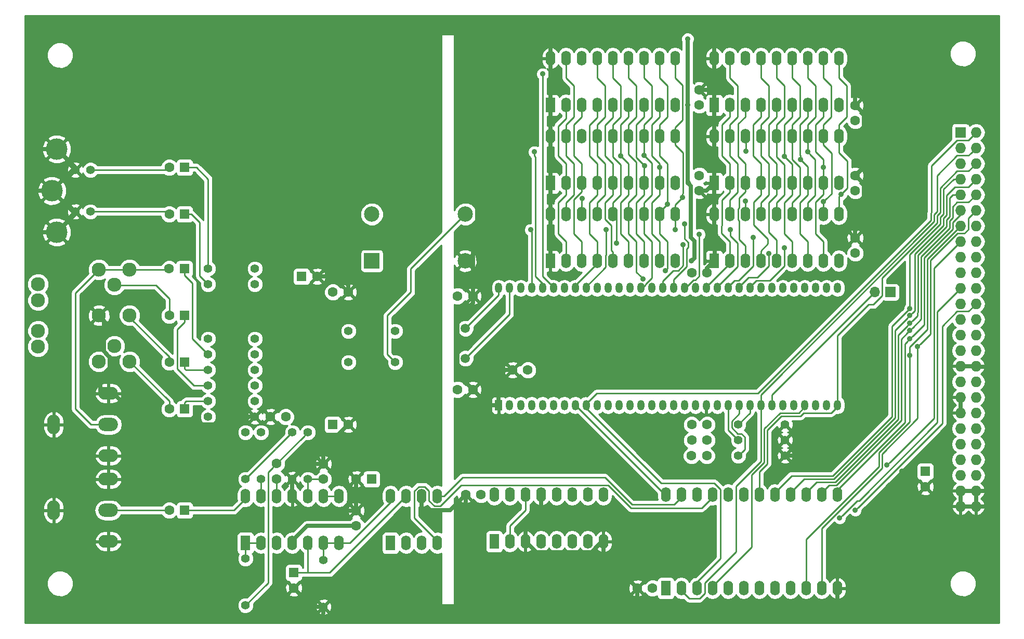
<source format=gbr>
G04 #@! TF.FileFunction,Copper,L2,Bot,Signal*
%FSLAX46Y46*%
G04 Gerber Fmt 4.6, Leading zero omitted, Abs format (unit mm)*
G04 Created by KiCad (PCBNEW 4.0.7-e2-6376~61~ubuntu18.04.1) date Thu Dec  6 17:38:53 2018*
%MOMM*%
%LPD*%
G01*
G04 APERTURE LIST*
%ADD10C,0.100000*%
%ADD11R,1.600000X1.600000*%
%ADD12C,1.600000*%
%ADD13R,1.200000X1.700000*%
%ADD14O,1.200000X1.700000*%
%ADD15R,1.727200X1.727200*%
%ADD16O,1.727200X1.727200*%
%ADD17C,1.397000*%
%ADD18R,1.600000X2.400000*%
%ADD19O,1.600000X2.400000*%
%ADD20C,1.500000*%
%ADD21C,1.422400*%
%ADD22C,3.497580*%
%ADD23R,2.500000X2.500000*%
%ADD24C,2.500000*%
%ADD25R,1.700000X1.700000*%
%ADD26O,1.700000X1.700000*%
%ADD27C,2.300000*%
%ADD28O,3.197860X2.100000*%
%ADD29O,2.100000X3.197860*%
%ADD30O,3.197860X2.200000*%
%ADD31C,0.889000*%
%ADD32C,0.635000*%
%ADD33C,0.254000*%
G04 APERTURE END LIST*
D10*
D11*
X113030000Y-113030000D03*
D12*
X115530000Y-113030000D03*
D13*
X140050000Y-109880400D03*
D14*
X141830000Y-109880400D03*
X143610000Y-109880400D03*
X145390000Y-109880400D03*
X147170000Y-109880400D03*
X148950000Y-109880400D03*
X150730000Y-109880400D03*
X152510000Y-109880400D03*
X154290000Y-109880400D03*
X156070000Y-109880400D03*
X157850000Y-109880400D03*
X159630000Y-109880400D03*
X161410000Y-109880400D03*
X163190000Y-109880400D03*
X164970000Y-109880400D03*
X166750000Y-109880400D03*
X168530000Y-109880400D03*
X170310000Y-109880400D03*
X172090000Y-109880400D03*
X173870000Y-109880400D03*
X175650000Y-109880400D03*
X177430000Y-109880400D03*
X179210000Y-109880400D03*
X180990000Y-109880400D03*
X182770000Y-109880400D03*
X184550000Y-109880400D03*
X186330000Y-109880400D03*
X188110000Y-109880400D03*
X189890000Y-109880400D03*
X191670000Y-109880400D03*
X193450000Y-109880400D03*
X195230000Y-109880400D03*
X195230000Y-90779600D03*
X193450000Y-90779600D03*
X191670000Y-90779600D03*
X189890000Y-90779600D03*
X188110000Y-90779600D03*
X186330000Y-90779600D03*
X184550000Y-90779600D03*
X182770000Y-90779600D03*
X180990000Y-90779600D03*
X179210000Y-90779600D03*
X177430000Y-90779600D03*
X175650000Y-90779600D03*
X173870000Y-90779600D03*
X172090000Y-90779600D03*
X170310000Y-90779600D03*
X168530000Y-90779600D03*
X166750000Y-90779600D03*
X164970000Y-90779600D03*
X163190000Y-90779600D03*
X161410000Y-90779600D03*
X159630000Y-90779600D03*
X157850000Y-90779600D03*
X156070000Y-90779600D03*
X154290000Y-90779600D03*
X152510000Y-90779600D03*
X150730000Y-90779600D03*
X148950000Y-90779600D03*
X147170000Y-90779600D03*
X145390000Y-90779600D03*
X143610000Y-90779600D03*
X141830000Y-90779600D03*
X140050000Y-90779600D03*
D15*
X215265000Y-65405000D03*
D16*
X217805000Y-65405000D03*
X215265000Y-67945000D03*
X217805000Y-67945000D03*
X215265000Y-70485000D03*
X217805000Y-70485000D03*
X215265000Y-73025000D03*
X217805000Y-73025000D03*
X215265000Y-75565000D03*
X217805000Y-75565000D03*
X215265000Y-78105000D03*
X217805000Y-78105000D03*
X215265000Y-80645000D03*
X217805000Y-80645000D03*
X215265000Y-83185000D03*
X217805000Y-83185000D03*
X215265000Y-85725000D03*
X217805000Y-85725000D03*
X215265000Y-88265000D03*
X217805000Y-88265000D03*
X215265000Y-90805000D03*
X217805000Y-90805000D03*
X215265000Y-93345000D03*
X217805000Y-93345000D03*
X215265000Y-95885000D03*
X217805000Y-95885000D03*
X215265000Y-98425000D03*
X217805000Y-98425000D03*
X215265000Y-100965000D03*
X217805000Y-100965000D03*
X215265000Y-103505000D03*
X217805000Y-103505000D03*
X215265000Y-106045000D03*
X217805000Y-106045000D03*
X215265000Y-108585000D03*
X217805000Y-108585000D03*
X215265000Y-111125000D03*
X217805000Y-111125000D03*
X215265000Y-113665000D03*
X217805000Y-113665000D03*
X215265000Y-116205000D03*
X217805000Y-116205000D03*
X215265000Y-118745000D03*
X217805000Y-118745000D03*
X215265000Y-121285000D03*
X217805000Y-121285000D03*
X215265000Y-123825000D03*
X217805000Y-123825000D03*
X215265000Y-126365000D03*
X217805000Y-126365000D03*
D17*
X98806000Y-134874000D03*
X98806000Y-142494000D03*
X111506000Y-142748000D03*
X111506000Y-135128000D03*
X108966000Y-114300000D03*
X108966000Y-121920000D03*
X101346000Y-114300000D03*
X101346000Y-121920000D03*
X98806000Y-114300000D03*
X98806000Y-121920000D03*
X106426000Y-121920000D03*
X106426000Y-114300000D03*
X186690000Y-115570000D03*
X179070000Y-115570000D03*
X186690000Y-118110000D03*
X179070000Y-118110000D03*
X186690000Y-113030000D03*
X179070000Y-113030000D03*
X123190000Y-102870000D03*
X115570000Y-102870000D03*
X123190000Y-97790000D03*
X115570000Y-97790000D03*
X100330000Y-109220000D03*
X92710000Y-109220000D03*
X100330000Y-106680000D03*
X92710000Y-106680000D03*
X100330000Y-104140000D03*
X92710000Y-104140000D03*
X100330000Y-101600000D03*
X92710000Y-101600000D03*
X100330000Y-99060000D03*
X92710000Y-99060000D03*
X100330000Y-90170000D03*
X92710000Y-90170000D03*
X100330000Y-87630000D03*
X92710000Y-87630000D03*
X92710000Y-111760000D03*
X100330000Y-111760000D03*
D18*
X139319000Y-132080000D03*
D19*
X157099000Y-124460000D03*
X141859000Y-132080000D03*
X154559000Y-124460000D03*
X144399000Y-132080000D03*
X152019000Y-124460000D03*
X146939000Y-132080000D03*
X149479000Y-124460000D03*
X149479000Y-132080000D03*
X146939000Y-124460000D03*
X152019000Y-132080000D03*
X144399000Y-124460000D03*
X154559000Y-132080000D03*
X141859000Y-124460000D03*
X157099000Y-132080000D03*
X139319000Y-124460000D03*
D18*
X148463000Y-86360000D03*
D19*
X168783000Y-78740000D03*
X151003000Y-86360000D03*
X166243000Y-78740000D03*
X153543000Y-86360000D03*
X163703000Y-78740000D03*
X156083000Y-86360000D03*
X161163000Y-78740000D03*
X158623000Y-86360000D03*
X158623000Y-78740000D03*
X161163000Y-86360000D03*
X156083000Y-78740000D03*
X163703000Y-86360000D03*
X153543000Y-78740000D03*
X166243000Y-86360000D03*
X151003000Y-78740000D03*
X168783000Y-86360000D03*
X148463000Y-78740000D03*
D18*
X175133000Y-86360000D03*
D19*
X195453000Y-78740000D03*
X177673000Y-86360000D03*
X192913000Y-78740000D03*
X180213000Y-86360000D03*
X190373000Y-78740000D03*
X182753000Y-86360000D03*
X187833000Y-78740000D03*
X185293000Y-86360000D03*
X185293000Y-78740000D03*
X187833000Y-86360000D03*
X182753000Y-78740000D03*
X190373000Y-86360000D03*
X180213000Y-78740000D03*
X192913000Y-86360000D03*
X177673000Y-78740000D03*
X195453000Y-86360000D03*
X175133000Y-78740000D03*
D18*
X148463000Y-73660000D03*
D19*
X168783000Y-66040000D03*
X151003000Y-73660000D03*
X166243000Y-66040000D03*
X153543000Y-73660000D03*
X163703000Y-66040000D03*
X156083000Y-73660000D03*
X161163000Y-66040000D03*
X158623000Y-73660000D03*
X158623000Y-66040000D03*
X161163000Y-73660000D03*
X156083000Y-66040000D03*
X163703000Y-73660000D03*
X153543000Y-66040000D03*
X166243000Y-73660000D03*
X151003000Y-66040000D03*
X168783000Y-73660000D03*
X148463000Y-66040000D03*
D18*
X175133000Y-73660000D03*
D19*
X195453000Y-66040000D03*
X177673000Y-73660000D03*
X192913000Y-66040000D03*
X180213000Y-73660000D03*
X190373000Y-66040000D03*
X182753000Y-73660000D03*
X187833000Y-66040000D03*
X185293000Y-73660000D03*
X185293000Y-66040000D03*
X187833000Y-73660000D03*
X182753000Y-66040000D03*
X190373000Y-73660000D03*
X180213000Y-66040000D03*
X192913000Y-73660000D03*
X177673000Y-66040000D03*
X195453000Y-73660000D03*
X175133000Y-66040000D03*
D18*
X148463000Y-60960000D03*
D19*
X168783000Y-53340000D03*
X151003000Y-60960000D03*
X166243000Y-53340000D03*
X153543000Y-60960000D03*
X163703000Y-53340000D03*
X156083000Y-60960000D03*
X161163000Y-53340000D03*
X158623000Y-60960000D03*
X158623000Y-53340000D03*
X161163000Y-60960000D03*
X156083000Y-53340000D03*
X163703000Y-60960000D03*
X153543000Y-53340000D03*
X166243000Y-60960000D03*
X151003000Y-53340000D03*
X168783000Y-60960000D03*
X148463000Y-53340000D03*
D18*
X167259000Y-139700000D03*
D19*
X195199000Y-124460000D03*
X169799000Y-139700000D03*
X192659000Y-124460000D03*
X172339000Y-139700000D03*
X190119000Y-124460000D03*
X174879000Y-139700000D03*
X187579000Y-124460000D03*
X177419000Y-139700000D03*
X185039000Y-124460000D03*
X179959000Y-139700000D03*
X182499000Y-124460000D03*
X182499000Y-139700000D03*
X179959000Y-124460000D03*
X185039000Y-139700000D03*
X177419000Y-124460000D03*
X187579000Y-139700000D03*
X174879000Y-124460000D03*
X190119000Y-139700000D03*
X172339000Y-124460000D03*
X192659000Y-139700000D03*
X169799000Y-124460000D03*
X195199000Y-139700000D03*
X167259000Y-124460000D03*
D18*
X175133000Y-60960000D03*
D19*
X195453000Y-53340000D03*
X177673000Y-60960000D03*
X192913000Y-53340000D03*
X180213000Y-60960000D03*
X190373000Y-53340000D03*
X182753000Y-60960000D03*
X187833000Y-53340000D03*
X185293000Y-60960000D03*
X185293000Y-53340000D03*
X187833000Y-60960000D03*
X182753000Y-53340000D03*
X190373000Y-60960000D03*
X180213000Y-53340000D03*
X192913000Y-60960000D03*
X177673000Y-53340000D03*
X195453000Y-60960000D03*
X175133000Y-53340000D03*
D18*
X122428000Y-132334000D03*
D19*
X130048000Y-124714000D03*
X124968000Y-132334000D03*
X127508000Y-124714000D03*
X127508000Y-132334000D03*
X124968000Y-124714000D03*
X130048000Y-132334000D03*
X122428000Y-124714000D03*
D20*
X134620000Y-102235000D03*
X134620000Y-97355000D03*
D12*
X133350000Y-107315000D03*
X135850000Y-107315000D03*
X133350000Y-92075000D03*
X135850000Y-92075000D03*
X171490000Y-88265000D03*
X173990000Y-88265000D03*
X198120000Y-85090000D03*
X198120000Y-82590000D03*
X172720000Y-72430000D03*
X172720000Y-74930000D03*
X198120000Y-74930000D03*
X198120000Y-72430000D03*
X172720000Y-60960000D03*
X172720000Y-58460000D03*
X165100000Y-139700000D03*
X162600000Y-139700000D03*
X198120000Y-63500000D03*
X198120000Y-61000000D03*
X105370000Y-111760000D03*
X102870000Y-111760000D03*
D11*
X106680000Y-137160000D03*
D12*
X106680000Y-139660000D03*
X111506000Y-119420000D03*
X111506000Y-121920000D03*
X103886000Y-121880000D03*
X103886000Y-119380000D03*
D11*
X88900000Y-127000000D03*
D12*
X86400000Y-127000000D03*
X173990000Y-113030000D03*
X171490000Y-113030000D03*
X173990000Y-115570000D03*
X171490000Y-115570000D03*
X173950000Y-118110000D03*
X171450000Y-118110000D03*
X137160000Y-124460000D03*
X134660000Y-124460000D03*
D11*
X88900000Y-71120000D03*
D12*
X86400000Y-71120000D03*
D11*
X88900000Y-110490000D03*
D12*
X86400000Y-110490000D03*
D11*
X88900000Y-78740000D03*
D12*
X86400000Y-78740000D03*
D11*
X107950000Y-88900000D03*
D12*
X110450000Y-88900000D03*
D11*
X88900000Y-95250000D03*
D12*
X86400000Y-95250000D03*
X113030000Y-91440000D03*
X115530000Y-91440000D03*
D11*
X88900000Y-102870000D03*
D12*
X86400000Y-102870000D03*
D11*
X88860000Y-87630000D03*
D12*
X86360000Y-87630000D03*
D21*
X71059040Y-78328520D03*
X71059040Y-71531480D03*
X73507600Y-78328520D03*
X73558400Y-71531480D03*
D22*
X68059300Y-68130420D03*
X67261740Y-74930000D03*
X68059300Y-81678780D03*
D23*
X119380000Y-86360000D03*
D24*
X119380000Y-78740000D03*
X134620000Y-78740000D03*
X134620000Y-86360000D03*
D12*
X144780000Y-104140000D03*
X142280000Y-104140000D03*
D18*
X98806000Y-132334000D03*
D19*
X114046000Y-124714000D03*
X101346000Y-132334000D03*
X111506000Y-124714000D03*
X103886000Y-132334000D03*
X108966000Y-124714000D03*
X106426000Y-132334000D03*
X106426000Y-124714000D03*
X108966000Y-132334000D03*
X103886000Y-124714000D03*
X111506000Y-132334000D03*
X101346000Y-124714000D03*
X114046000Y-132334000D03*
X98806000Y-124714000D03*
D25*
X203835000Y-91440000D03*
D26*
X201295000Y-91440000D03*
D12*
X116840000Y-129540000D03*
X116840000Y-127040000D03*
D27*
X65030000Y-97750000D03*
X65030000Y-92750000D03*
X77430000Y-90250000D03*
X77430000Y-100250000D03*
X79930000Y-87750000D03*
X79930000Y-102750000D03*
X74930000Y-87750000D03*
X74930000Y-95250000D03*
X74930000Y-102750000D03*
X79930000Y-95250000D03*
X65024000Y-100330000D03*
X65024000Y-90170000D03*
D11*
X209550000Y-120650000D03*
D12*
X209550000Y-123150000D03*
D28*
X76454000Y-132080000D03*
D29*
X67564000Y-127000000D03*
D28*
X76454000Y-121920000D03*
D30*
X76454000Y-127000000D03*
D28*
X76454000Y-118110000D03*
D29*
X67564000Y-113030000D03*
D28*
X76454000Y-107950000D03*
D30*
X76454000Y-113030000D03*
D11*
X119340000Y-121920000D03*
D12*
X116840000Y-121920000D03*
D31*
X205740000Y-120650000D03*
X104885000Y-108585000D03*
X110998000Y-108585000D03*
X111015000Y-100965000D03*
X195580000Y-118110000D03*
X170815000Y-50165000D03*
X170878510Y-73660000D03*
X170789576Y-60960000D03*
X171450000Y-86360000D03*
X203297313Y-119644170D03*
X207010000Y-94107000D03*
X207022224Y-95262224D03*
X207010006Y-96520000D03*
X207017894Y-97693340D03*
X207010008Y-99060000D03*
X208280000Y-100330000D03*
X207010011Y-101727000D03*
X195580000Y-128270000D03*
X198120000Y-127000000D03*
X186562996Y-84201000D03*
X184022999Y-85164619D03*
X181483000Y-82550000D03*
X177800000Y-81280000D03*
X172719996Y-82042000D03*
X170306990Y-80327490D03*
X170105503Y-83726419D03*
X159258000Y-83445397D03*
X163550654Y-89274531D03*
X163725540Y-69151510D03*
X190373000Y-68580002D03*
X167513000Y-77089000D03*
X192913000Y-76708000D03*
X167164171Y-87978819D03*
X192912992Y-71120000D03*
X166243000Y-71120000D03*
X163777521Y-70802522D03*
X189230006Y-69850000D03*
X186550777Y-69329775D03*
X159893000Y-69215036D03*
X170002205Y-76009501D03*
X157568067Y-81216490D03*
X168783000Y-81216490D03*
X195808504Y-75515730D03*
X147193000Y-55880000D03*
X180340000Y-68453000D03*
X145859490Y-68580000D03*
X180213000Y-76574547D03*
X153670000Y-76200000D03*
X145224490Y-81280000D03*
D32*
X106426000Y-124714000D02*
X106426000Y-124841000D01*
X115708630Y-127040000D02*
X116840000Y-127040000D01*
X106426000Y-124841000D02*
X108625000Y-127040000D01*
X108625000Y-127040000D02*
X115708630Y-127040000D01*
X116840000Y-127040000D02*
X116840000Y-121920000D01*
X111506000Y-119420000D02*
X111506000Y-117054000D01*
X111506000Y-117054000D02*
X115530000Y-113030000D01*
X74930000Y-95250000D02*
X75692000Y-96012000D01*
X75708499Y-96155499D02*
X75708499Y-101076321D01*
X75692000Y-96012000D02*
X75692000Y-96139000D01*
X75692000Y-96139000D02*
X75708499Y-96155499D01*
X75708499Y-101076321D02*
X76603679Y-101971501D01*
X76603679Y-101971501D02*
X76708000Y-101971501D01*
X76708000Y-101971501D02*
X76708000Y-103759000D01*
X76708000Y-103759000D02*
X75117960Y-105349040D01*
X75117960Y-105349040D02*
X75117960Y-107975400D01*
X135890000Y-90903630D02*
X135890000Y-86360000D01*
X135890000Y-86360000D02*
X135890000Y-80899000D01*
X134620000Y-86360000D02*
X135890000Y-86360000D01*
X135850000Y-92075000D02*
X135850000Y-90943630D01*
X135850000Y-90943630D02*
X135890000Y-90903630D01*
X136525000Y-48895000D02*
X135890000Y-48260000D01*
X135890000Y-80899000D02*
X136525000Y-80264000D01*
X136525000Y-80264000D02*
X136525000Y-48895000D01*
X115530000Y-91440000D02*
X115530000Y-90308630D01*
X115530000Y-90308630D02*
X114121370Y-88900000D01*
X114121370Y-88900000D02*
X111581370Y-88900000D01*
X111581370Y-88900000D02*
X110450000Y-88900000D01*
X142280000Y-104140000D02*
X141148630Y-104140000D01*
X141148630Y-104140000D02*
X140050000Y-105238630D01*
X140050000Y-105238630D02*
X140050000Y-108395400D01*
X140050000Y-108395400D02*
X140050000Y-109880400D01*
X186690000Y-118110000D02*
X195580000Y-118110000D01*
X100330000Y-111760000D02*
X99342172Y-111760000D01*
X99342172Y-111760000D02*
X98072171Y-113030001D01*
X77351890Y-107975400D02*
X75117960Y-107975400D01*
X98072171Y-113030001D02*
X82406491Y-113030001D01*
X82406491Y-113030001D02*
X77351890Y-107975400D01*
X71059040Y-71531480D02*
X71059040Y-71130160D01*
X71059040Y-71130160D02*
X68059300Y-68130420D01*
X71059040Y-71531480D02*
X70660260Y-71531480D01*
X70660260Y-71531480D02*
X67261740Y-74930000D01*
X71059040Y-78328520D02*
X70660260Y-78328520D01*
X70660260Y-78328520D02*
X67261740Y-74930000D01*
X71059040Y-78328520D02*
X71059040Y-78679040D01*
X71059040Y-78679040D02*
X68059300Y-81678780D01*
X65568358Y-81661000D02*
X63500000Y-81661000D01*
X68059300Y-81678780D02*
X65586138Y-81678780D01*
X65586138Y-81678780D02*
X65568358Y-81661000D01*
X63500000Y-74930000D02*
X64788578Y-74930000D01*
X64788578Y-74930000D02*
X67261740Y-74930000D01*
X65527718Y-68072000D02*
X63373000Y-68072000D01*
X68059300Y-68130420D02*
X65586138Y-68130420D01*
X65586138Y-68130420D02*
X65527718Y-68072000D01*
X173870000Y-109880400D02*
X173870000Y-110130400D01*
X111506000Y-142748000D02*
X111506000Y-143735828D01*
X111506000Y-142748000D02*
X109768000Y-142748000D01*
X109768000Y-142748000D02*
X106680000Y-139660000D01*
X106426000Y-121920000D02*
X108926000Y-119420000D01*
X108926000Y-119420000D02*
X111506000Y-119420000D01*
X106426000Y-124714000D02*
X106426000Y-121920000D01*
X132126479Y-126993521D02*
X133860001Y-125259999D01*
X133860001Y-125259999D02*
X134660000Y-124460000D01*
X127952521Y-126993521D02*
X132126479Y-126993521D01*
X127508000Y-124714000D02*
X127508000Y-126549000D01*
X127508000Y-126549000D02*
X127952521Y-126993521D01*
X199491501Y-73801501D02*
X198919999Y-73229999D01*
X199491501Y-80087129D02*
X199491501Y-73801501D01*
X198120000Y-81458630D02*
X199491501Y-80087129D01*
X198120000Y-82590000D02*
X198120000Y-81458630D01*
X198919999Y-73229999D02*
X198120000Y-72430000D01*
X134660000Y-124460000D02*
X134660000Y-143597000D01*
X215265000Y-123825000D02*
X215265000Y-126365000D01*
X217805000Y-123825000D02*
X217805000Y-126365000D01*
X219026314Y-126365000D02*
X220980000Y-126365000D01*
X217805000Y-126365000D02*
X219026314Y-126365000D01*
X215265000Y-126365000D02*
X217805000Y-126365000D01*
X215265000Y-123825000D02*
X220980000Y-123825000D01*
X195199000Y-141535000D02*
X195199000Y-143383000D01*
X195199000Y-139700000D02*
X195199000Y-141535000D01*
X157099000Y-132080000D02*
X157099000Y-134199000D01*
X157099000Y-134199000D02*
X162600000Y-139700000D01*
X162600000Y-139700000D02*
X162600000Y-143470000D01*
X173990000Y-88265000D02*
X173990000Y-87503000D01*
X173990000Y-87503000D02*
X175133000Y-86360000D01*
X175133000Y-78740000D02*
X175133000Y-80575000D01*
X175213767Y-80655767D02*
X175213767Y-86279233D01*
X175133000Y-80575000D02*
X175213767Y-80655767D01*
X175213767Y-86279233D02*
X175133000Y-86360000D01*
X172720000Y-74930000D02*
X173863000Y-74930000D01*
X173863000Y-74930000D02*
X175133000Y-73660000D01*
X148463000Y-51505000D02*
X148463000Y-48260000D01*
X148463000Y-53340000D02*
X148463000Y-51505000D01*
X175133000Y-51505000D02*
X175133000Y-48260000D01*
X175133000Y-53340000D02*
X175133000Y-51505000D01*
X175133000Y-53340000D02*
X175133000Y-58420000D01*
X175133000Y-58420000D02*
X175133000Y-60960000D01*
X172720000Y-58460000D02*
X175093000Y-58460000D01*
X175093000Y-58460000D02*
X175133000Y-58420000D01*
X198120000Y-59868630D02*
X198120000Y-48260000D01*
X198120000Y-61000000D02*
X198120000Y-59868630D01*
X198120000Y-72430000D02*
X199491501Y-71058499D01*
X199491501Y-71058499D02*
X199491501Y-62371501D01*
X199491501Y-62371501D02*
X198919999Y-61799999D01*
X198919999Y-61799999D02*
X198120000Y-61000000D01*
X215265000Y-111125000D02*
X215265000Y-108585000D01*
X215265000Y-103505000D02*
X217805000Y-103505000D01*
X217805000Y-103505000D02*
X217932000Y-103632000D01*
X217932000Y-103632000D02*
X219202000Y-103632000D01*
X175133000Y-73660000D02*
X175133000Y-78740000D01*
X175133000Y-66040000D02*
X175133000Y-67875000D01*
X175133000Y-67875000D02*
X175133000Y-73660000D01*
X148463000Y-73660000D02*
X148463000Y-71825000D01*
X148463000Y-71825000D02*
X148463000Y-66040000D01*
X148463000Y-78740000D02*
X148463000Y-73660000D01*
X148463000Y-86360000D02*
X148463000Y-78740000D01*
X156898608Y-132080000D02*
X155127098Y-133851510D01*
X146170510Y-133851510D02*
X144399000Y-132080000D01*
X157099000Y-132080000D02*
X156898608Y-132080000D01*
X155127098Y-133851510D02*
X146170510Y-133851510D01*
X146939000Y-127000000D02*
X144399000Y-129540000D01*
X144399000Y-129540000D02*
X144399000Y-132080000D01*
X146939000Y-124460000D02*
X146939000Y-127000000D01*
X135850000Y-107315000D02*
X138415400Y-109880400D01*
X138415400Y-109880400D02*
X140050000Y-109880400D01*
X135850000Y-92075000D02*
X135850000Y-93206370D01*
X135850000Y-93206370D02*
X133298499Y-95757871D01*
X133298499Y-95757871D02*
X133298499Y-104763499D01*
X133298499Y-104763499D02*
X135050001Y-106515001D01*
X135050001Y-106515001D02*
X135850000Y-107315000D01*
X148463000Y-66040000D02*
X148463000Y-60960000D01*
X148463000Y-60960000D02*
X148463000Y-53340000D01*
X175133000Y-60960000D02*
X175133000Y-66040000D01*
X116840000Y-129540000D02*
X108820000Y-129540000D01*
X108820000Y-129540000D02*
X106426000Y-131934000D01*
X106426000Y-131934000D02*
X106426000Y-132334000D01*
X170789576Y-60960000D02*
X170789576Y-50190424D01*
X170789576Y-50190424D02*
X170815000Y-50165000D01*
X171323009Y-82550009D02*
X171323009Y-74104499D01*
X171450000Y-86360000D02*
X171894499Y-85915501D01*
X171894499Y-85915501D02*
X171894499Y-83121499D01*
X170789576Y-60960000D02*
X170789576Y-73571066D01*
X171894499Y-83121499D02*
X171323009Y-82550009D01*
X171323009Y-74104499D02*
X170878510Y-73660000D01*
X170789576Y-73571066D02*
X170878510Y-73660000D01*
D33*
X172339000Y-139700000D02*
X172339000Y-138684000D01*
X172339000Y-138684000D02*
X176149000Y-134874000D01*
X175133000Y-122555000D02*
X166497000Y-122555000D01*
X176149000Y-134874000D02*
X176149000Y-123571000D01*
X176149000Y-123571000D02*
X175133000Y-122555000D01*
X166497000Y-122555000D02*
X154290000Y-110348000D01*
X154290000Y-110348000D02*
X154290000Y-109880400D01*
X210566000Y-78472938D02*
X210464322Y-78574616D01*
X182244682Y-107950000D02*
X155970400Y-107950000D01*
X214667591Y-66700399D02*
X210566000Y-70801990D01*
X154290000Y-109630400D02*
X154290000Y-109880400D01*
X217805000Y-65405000D02*
X216509601Y-66700399D01*
X216509601Y-66700399D02*
X214667591Y-66700399D01*
X210566000Y-70801990D02*
X210566000Y-78472938D01*
X210464322Y-78574616D02*
X210464322Y-79730360D01*
X210464322Y-79730360D02*
X182244682Y-107950000D01*
X155970400Y-107950000D02*
X154290000Y-109630400D01*
X215265000Y-83185000D02*
X210947011Y-87502989D01*
X210947011Y-87502989D02*
X210947011Y-111994470D01*
X210947011Y-111994470D02*
X203741812Y-119199671D01*
X203741812Y-119199671D02*
X203297313Y-119644170D01*
X144399000Y-124460000D02*
X144399000Y-127000000D01*
X144399000Y-127000000D02*
X141859000Y-129540000D01*
X141859000Y-129540000D02*
X141859000Y-130626000D01*
X141859000Y-130626000D02*
X141859000Y-132080000D01*
X144399000Y-124460000D02*
X144399000Y-124060000D01*
X171050000Y-141351000D02*
X172758200Y-141351000D01*
X173609000Y-140500200D02*
X173609000Y-138811000D01*
X173609000Y-138811000D02*
X178689000Y-133731000D01*
X182770000Y-118982011D02*
X182770000Y-110130400D01*
X169799000Y-139700000D02*
X169799000Y-140100000D01*
X169799000Y-140100000D02*
X171050000Y-141351000D01*
X172758200Y-141351000D02*
X173609000Y-140500200D01*
X178689000Y-133731000D02*
X178689000Y-123063011D01*
X178689000Y-123063011D02*
X182770000Y-118982011D01*
X182770000Y-110130400D02*
X182770000Y-109880400D01*
X216941401Y-68808599D02*
X217805000Y-67945000D01*
X214718389Y-69189601D02*
X216560399Y-69189601D01*
X211480345Y-78277029D02*
X211480345Y-72427645D01*
X182770000Y-108143118D02*
X210972333Y-79940785D01*
X182770000Y-109880400D02*
X182770000Y-108143118D01*
X210972333Y-79940785D02*
X210972333Y-78785041D01*
X211480345Y-72427645D02*
X214718389Y-69189601D01*
X210972333Y-78785041D02*
X211480345Y-78277029D01*
X216560399Y-69189601D02*
X216941401Y-68808599D01*
X86400000Y-110490000D02*
X86400000Y-109220000D01*
X86400000Y-109220000D02*
X79930000Y-102750000D01*
X86400000Y-102870000D02*
X86400000Y-102021000D01*
X86400000Y-102021000D02*
X79930000Y-95551000D01*
X79930000Y-95551000D02*
X79930000Y-95250000D01*
X74930000Y-87750000D02*
X71120000Y-91560000D01*
X71120000Y-91560000D02*
X71120000Y-110490000D01*
X71120000Y-110490000D02*
X73660000Y-113030000D01*
X73660000Y-113030000D02*
X76454000Y-113030000D01*
X86360000Y-87630000D02*
X86233000Y-87757000D01*
X86233000Y-87757000D02*
X79937000Y-87757000D01*
X79937000Y-87757000D02*
X79930000Y-87750000D01*
X79930000Y-87750000D02*
X79923000Y-87757000D01*
X79923000Y-87757000D02*
X74937000Y-87757000D01*
X74937000Y-87757000D02*
X74930000Y-87750000D01*
X192545590Y-111111410D02*
X194196590Y-111111410D01*
X192518410Y-111111410D02*
X192532000Y-111125000D01*
X192532000Y-111125000D02*
X192545590Y-111111410D01*
X195199000Y-110109000D02*
X195199000Y-109982000D01*
X189751590Y-111111410D02*
X192518410Y-111111410D01*
X189243579Y-111619421D02*
X189751590Y-111111410D01*
X182499000Y-120689883D02*
X183786022Y-119402861D01*
X183786022Y-119402861D02*
X183786022Y-113901978D01*
X186068579Y-111619421D02*
X189243579Y-111619421D01*
X182499000Y-124460000D02*
X182499000Y-120689883D01*
X194196590Y-111111410D02*
X195199000Y-110109000D01*
X183786022Y-113901978D02*
X186068579Y-111619421D01*
X202526001Y-92030881D02*
X201084882Y-93472000D01*
X195199000Y-98552000D02*
X195199000Y-109982000D01*
X201084882Y-93472000D02*
X200279000Y-93472000D01*
X217805000Y-70485000D02*
X216560399Y-71729601D01*
X211480344Y-78995466D02*
X211480344Y-80151210D01*
X214718389Y-71729601D02*
X211988356Y-74459634D01*
X211988356Y-74459634D02*
X211988356Y-78487454D01*
X200279000Y-93472000D02*
X195199000Y-98552000D01*
X211480344Y-80151210D02*
X202526001Y-89105553D01*
X202526001Y-89105553D02*
X202526001Y-92030881D01*
X216560399Y-71729601D02*
X214718389Y-71729601D01*
X211988356Y-78487454D02*
X211480344Y-78995466D01*
X195199000Y-109982000D02*
X195326000Y-109855000D01*
X185039000Y-124460000D02*
X185039000Y-124060000D01*
X206629000Y-94488000D02*
X207010000Y-94107000D01*
X204089000Y-97028000D02*
X206629000Y-94488000D01*
X187744039Y-121354961D02*
X194450475Y-121354961D01*
X194450475Y-121354961D02*
X204089000Y-111716436D01*
X185039000Y-124060000D02*
X187744039Y-121354961D01*
X204089000Y-111716436D02*
X204089000Y-97028000D01*
X207010000Y-93478383D02*
X207010000Y-94107000D01*
X207010000Y-85339990D02*
X207010000Y-93478383D01*
X212496367Y-74670059D02*
X212496366Y-78697880D01*
X211988355Y-80361635D02*
X207010000Y-85339990D01*
X211988355Y-79205891D02*
X211988355Y-80361635D01*
X215265000Y-73025000D02*
X214141426Y-73025000D01*
X212496366Y-78697880D02*
X211988355Y-79205891D01*
X214141426Y-73025000D02*
X212496367Y-74670059D01*
X194660901Y-121862971D02*
X204597011Y-111926861D01*
X204597011Y-111926861D02*
X204597011Y-97687437D01*
X189776028Y-121862972D02*
X194660901Y-121862971D01*
X204597011Y-97687437D02*
X206577725Y-95706723D01*
X206577725Y-95706723D02*
X207022224Y-95262224D01*
X187579000Y-124060000D02*
X189776028Y-121862972D01*
X187579000Y-124460000D02*
X187579000Y-124060000D01*
X207466723Y-94817725D02*
X207022224Y-95262224D01*
X207835502Y-85232924D02*
X207835502Y-94448946D01*
X212496366Y-79416316D02*
X212496365Y-80572061D01*
X212496365Y-80572061D02*
X207835502Y-85232924D01*
X214350601Y-74320399D02*
X213004378Y-75666622D01*
X207835502Y-94448946D02*
X207466723Y-94817725D01*
X217805000Y-73025000D02*
X216509601Y-74320399D01*
X213004378Y-78908304D02*
X212496366Y-79416316D01*
X216509601Y-74320399D02*
X214350601Y-74320399D01*
X213004378Y-75666622D02*
X213004378Y-78908304D01*
X206565507Y-96964499D02*
X207010006Y-96520000D01*
X194871325Y-122370983D02*
X205105022Y-112137286D01*
X190119000Y-124060000D02*
X191808017Y-122370983D01*
X190119000Y-124460000D02*
X190119000Y-124060000D01*
X205105022Y-98424984D02*
X206565507Y-96964499D01*
X205105022Y-112137286D02*
X205105022Y-98424984D01*
X191808017Y-122370983D02*
X194871325Y-122370983D01*
X208343512Y-94713668D02*
X208216513Y-94840667D01*
X208216513Y-94840667D02*
X208216513Y-95313493D01*
X207454505Y-96075501D02*
X207010006Y-96520000D01*
X208343512Y-85443350D02*
X208343512Y-94713668D01*
X214043686Y-75565000D02*
X213512389Y-76096297D01*
X215265000Y-75565000D02*
X214043686Y-75565000D01*
X213512388Y-79118730D02*
X213004377Y-79626741D01*
X213004377Y-79626741D02*
X213004377Y-80782485D01*
X213004377Y-80782485D02*
X208343512Y-85443350D01*
X213512389Y-76096297D02*
X213512388Y-79118730D01*
X208216513Y-95313493D02*
X207454505Y-96075501D01*
X205613033Y-99098201D02*
X206573395Y-98137839D01*
X195081751Y-122878993D02*
X205613033Y-112347711D01*
X192659000Y-124060000D02*
X193840006Y-122878994D01*
X192659000Y-124460000D02*
X192659000Y-124060000D01*
X193840006Y-122878994D02*
X195081751Y-122878993D01*
X205613033Y-112347711D02*
X205613033Y-99098201D01*
X206573395Y-98137839D02*
X207017894Y-97693340D01*
X216560399Y-76809601D02*
X214718390Y-76809601D01*
X214718390Y-76809601D02*
X214020399Y-77507591D01*
X213512387Y-80992911D02*
X208851522Y-85653776D01*
X214020398Y-79329156D02*
X213512388Y-79837166D01*
X213512388Y-79837166D02*
X213512387Y-80992911D01*
X217805000Y-75565000D02*
X216560399Y-76809601D01*
X207462393Y-97248841D02*
X207017894Y-97693340D01*
X214020399Y-77507591D02*
X214020398Y-79329156D01*
X208851522Y-85653776D02*
X208851522Y-95859712D01*
X208851522Y-95859712D02*
X207462393Y-97248841D01*
X195199000Y-124460000D02*
X195199000Y-123658128D01*
X195199000Y-123658128D02*
X206184501Y-112672627D01*
X206565509Y-99504499D02*
X207010008Y-99060000D01*
X206184501Y-112672627D02*
X206184501Y-99885507D01*
X206184501Y-99885507D02*
X206565509Y-99504499D01*
X209359532Y-85864201D02*
X209359532Y-96710476D01*
X207454507Y-98615501D02*
X207010008Y-99060000D01*
X215265000Y-78105000D02*
X215265000Y-78802990D01*
X215265000Y-78802990D02*
X214020399Y-80047591D01*
X209359532Y-96710476D02*
X207454507Y-98615501D01*
X214020399Y-81203334D02*
X209359532Y-85864201D01*
X214020399Y-80047591D02*
X214020399Y-81203334D01*
X202471812Y-117822188D02*
X208280000Y-112014000D01*
X192659000Y-129905752D02*
X202471812Y-120092940D01*
X192659000Y-139700000D02*
X192659000Y-129905752D01*
X208280000Y-112014000D02*
X208280000Y-100958617D01*
X208280000Y-100958617D02*
X208280000Y-100330000D01*
X202471812Y-120092940D02*
X202471812Y-117822188D01*
X214771004Y-81889601D02*
X210375552Y-86285053D01*
X215862409Y-81889601D02*
X214771004Y-81889601D01*
X216509601Y-79400399D02*
X216509601Y-81242409D01*
X217805000Y-78105000D02*
X216509601Y-79400399D01*
X208724499Y-99885501D02*
X208280000Y-100330000D01*
X210375552Y-86285053D02*
X210375552Y-98234448D01*
X210375552Y-98234448D02*
X208724499Y-99885501D01*
X216509601Y-81242409D02*
X215862409Y-81889601D01*
X207010011Y-102355617D02*
X207010011Y-101727000D01*
X207010011Y-112565553D02*
X207010011Y-102355617D01*
X201963801Y-117611763D02*
X207010011Y-112565553D01*
X201963801Y-119882515D02*
X201963801Y-117611763D01*
X190119000Y-139700000D02*
X190119000Y-131727316D01*
X190119000Y-131727316D02*
X201963801Y-119882515D01*
X209867542Y-97551202D02*
X207010011Y-100408733D01*
X209867542Y-86074627D02*
X209867542Y-97551202D01*
X215265000Y-80645000D02*
X215265000Y-80677169D01*
X215265000Y-80677169D02*
X209867542Y-86074627D01*
X207010011Y-101098383D02*
X207010011Y-101727000D01*
X207010011Y-100408733D02*
X207010011Y-101098383D01*
X215265000Y-90805000D02*
X211455022Y-94614978D01*
X211455022Y-94614978D02*
X211455022Y-112708203D01*
X211455022Y-112708203D02*
X198750726Y-125412499D01*
X198750726Y-125412499D02*
X198437501Y-125412499D01*
X198437501Y-125412499D02*
X196024499Y-127825501D01*
X196024499Y-127825501D02*
X195580000Y-128270000D01*
X198564499Y-126555501D02*
X198120000Y-127000000D01*
X212280499Y-112839501D02*
X198564499Y-126555501D01*
X212280499Y-97027491D02*
X212280499Y-112839501D01*
X214718389Y-94589601D02*
X212280499Y-97027491D01*
X216560399Y-94589601D02*
X214718389Y-94589601D01*
X217805000Y-93345000D02*
X216560399Y-94589601D01*
X181229000Y-121241447D02*
X183278011Y-119192436D01*
X189890000Y-110130400D02*
X189890000Y-109880400D01*
X188908990Y-111111410D02*
X189890000Y-110130400D01*
X183278011Y-119192436D02*
X183278011Y-113691553D01*
X183278011Y-113691553D02*
X185858154Y-111111410D01*
X174879000Y-139300000D02*
X181229000Y-132950000D01*
X181229000Y-132950000D02*
X181229000Y-121241447D01*
X174879000Y-139700000D02*
X174879000Y-139300000D01*
X185858154Y-111111410D02*
X188908990Y-111111410D01*
X98806000Y-132334000D02*
X99860000Y-132334000D01*
X99860000Y-132334000D02*
X101346000Y-132334000D01*
X98806000Y-134874000D02*
X98806000Y-132334000D01*
X98806000Y-142494000D02*
X102489000Y-138811000D01*
X102489000Y-138811000D02*
X102489000Y-133261200D01*
X102489000Y-133261200D02*
X102527010Y-133223190D01*
X102527010Y-133223190D02*
X102527010Y-131444810D01*
X103086001Y-120179999D02*
X103886000Y-119380000D01*
X102527010Y-131444810D02*
X102489000Y-131406800D01*
X102489000Y-131406800D02*
X102489000Y-125641200D01*
X102489000Y-125641200D02*
X102527010Y-125603190D01*
X102527010Y-123824810D02*
X102489000Y-123786800D01*
X102489000Y-120777000D02*
X103086001Y-120179999D01*
X102527010Y-125603190D02*
X102527010Y-123824810D01*
X102489000Y-123786800D02*
X102489000Y-120777000D01*
X108966000Y-114300000D02*
X108267501Y-114998499D01*
X108267501Y-114998499D02*
X103886000Y-119380000D01*
X114046000Y-132334000D02*
X115824000Y-132334000D01*
X115824000Y-132334000D02*
X122428000Y-125730000D01*
X122428000Y-125730000D02*
X122428000Y-124714000D01*
X114046000Y-132334000D02*
X112992000Y-132334000D01*
X112992000Y-132334000D02*
X111506000Y-132334000D01*
X111506000Y-132334000D02*
X111506000Y-131934000D01*
X111506000Y-135128000D02*
X111506000Y-134140172D01*
X111506000Y-134140172D02*
X111506000Y-132334000D01*
X111506000Y-121920000D02*
X110374630Y-121920000D01*
X110374630Y-121920000D02*
X108966000Y-121920000D01*
X108966000Y-124714000D02*
X108966000Y-123260000D01*
X108966000Y-123260000D02*
X108966000Y-121920000D01*
X101346000Y-124714000D02*
X101346000Y-123260000D01*
X101346000Y-123260000D02*
X101346000Y-121920000D01*
X88900000Y-127000000D02*
X96920000Y-127000000D01*
X96920000Y-127000000D02*
X98806000Y-125114000D01*
X98806000Y-125114000D02*
X98806000Y-124714000D01*
X98806000Y-121920000D02*
X106426000Y-114300000D01*
X177430000Y-109880400D02*
X177430000Y-113930000D01*
X177430000Y-113930000D02*
X179070000Y-115570000D01*
X179210000Y-109880400D02*
X179210000Y-111239000D01*
X179210000Y-111239000D02*
X177990499Y-112458501D01*
X177990499Y-112458501D02*
X177990499Y-113548161D01*
X177990499Y-113548161D02*
X178932837Y-114490499D01*
X178932837Y-114490499D02*
X179588161Y-114490499D01*
X179588161Y-114490499D02*
X180149501Y-115051839D01*
X180149501Y-115051839D02*
X180149501Y-117030499D01*
X180149501Y-117030499D02*
X179768499Y-117411501D01*
X179768499Y-117411501D02*
X179070000Y-118110000D01*
X180990000Y-109880400D02*
X180990000Y-111110000D01*
X180990000Y-111110000D02*
X179070000Y-113030000D01*
X134620000Y-78740000D02*
X125730000Y-87630000D01*
X125730000Y-87630000D02*
X125730000Y-91440000D01*
X125730000Y-91440000D02*
X121920000Y-95250000D01*
X121920000Y-95250000D02*
X121920000Y-101600000D01*
X121920000Y-101600000D02*
X123190000Y-102870000D01*
X92710000Y-109220000D02*
X89116000Y-109220000D01*
X89116000Y-109220000D02*
X88900000Y-109436000D01*
X88900000Y-109436000D02*
X88900000Y-110490000D01*
X92710000Y-106680000D02*
X90424198Y-106680000D01*
X90424198Y-106680000D02*
X87718999Y-103974801D01*
X87718999Y-103974801D02*
X87718999Y-97485001D01*
X87718999Y-97485001D02*
X88900000Y-96304000D01*
X88900000Y-96304000D02*
X88900000Y-95250000D01*
X92710000Y-104140000D02*
X89116000Y-104140000D01*
X89116000Y-104140000D02*
X88900000Y-103924000D01*
X88900000Y-103924000D02*
X88900000Y-102870000D01*
X92710000Y-101600000D02*
X90170000Y-99060000D01*
X90170000Y-99060000D02*
X90170000Y-89994000D01*
X90170000Y-89994000D02*
X88860000Y-88684000D01*
X88860000Y-88684000D02*
X88860000Y-87630000D01*
X88900000Y-78740000D02*
X89954000Y-78740000D01*
X89954000Y-78740000D02*
X91313000Y-80099000D01*
X91313000Y-80099000D02*
X91313000Y-88773000D01*
X91313000Y-88773000D02*
X92011501Y-89471501D01*
X92011501Y-89471501D02*
X92710000Y-90170000D01*
X92710000Y-87630000D02*
X92710000Y-73025000D01*
X92710000Y-73025000D02*
X90805000Y-71120000D01*
X90805000Y-71120000D02*
X88900000Y-71120000D01*
X152510000Y-109880400D02*
X152510000Y-109901500D01*
X152510000Y-109901500D02*
X167068500Y-124460000D01*
X167068500Y-124460000D02*
X167259000Y-124460000D01*
X184550000Y-109880400D02*
X184550000Y-108185000D01*
X184550000Y-108185000D02*
X201295000Y-91440000D01*
X181971010Y-89548590D02*
X184174610Y-89548590D01*
X180990000Y-90779600D02*
X180990000Y-90529600D01*
X186562996Y-84829617D02*
X186562996Y-84201000D01*
X186562996Y-87160204D02*
X186562996Y-84829617D01*
X184174610Y-89548590D02*
X186562996Y-87160204D01*
X180990000Y-90529600D02*
X181971010Y-89548590D01*
X149733000Y-81915000D02*
X149733000Y-76835000D01*
X149733000Y-69215000D02*
X149733000Y-64389000D01*
X151003000Y-86360000D02*
X151003000Y-83185000D01*
X151003000Y-83185000D02*
X149733000Y-81915000D01*
X149733000Y-76835000D02*
X151003000Y-75565000D01*
X151003000Y-75565000D02*
X151003000Y-73660000D01*
X151003000Y-73660000D02*
X151003000Y-70485000D01*
X151003000Y-70485000D02*
X149733000Y-69215000D01*
X149733000Y-64389000D02*
X151003000Y-63119000D01*
X151003000Y-63119000D02*
X151003000Y-60960000D01*
X153543000Y-75114000D02*
X153543000Y-73660000D01*
X152273000Y-76384000D02*
X153543000Y-75114000D01*
X152273000Y-81915000D02*
X152273000Y-76384000D01*
X153543000Y-83185000D02*
X152273000Y-81915000D01*
X153543000Y-86360000D02*
X153543000Y-83185000D01*
X184022999Y-85793236D02*
X184022999Y-85164619D01*
X184022999Y-87160201D02*
X184022999Y-85793236D01*
X182142621Y-89040579D02*
X184022999Y-87160201D01*
X180699021Y-89040579D02*
X182142621Y-89040579D01*
X179210000Y-90529600D02*
X180699021Y-89040579D01*
X179210000Y-90779600D02*
X179210000Y-90529600D01*
X153543000Y-70485000D02*
X153543000Y-73660000D01*
X153543000Y-60960000D02*
X153543000Y-62865000D01*
X153543000Y-62865000D02*
X152273000Y-64135000D01*
X152273000Y-64135000D02*
X152273000Y-69215000D01*
X152273000Y-69215000D02*
X153543000Y-70485000D01*
X181483000Y-87160200D02*
X181483000Y-83178617D01*
X177430000Y-90529600D02*
X178411010Y-89548590D01*
X177430000Y-90779600D02*
X177430000Y-90529600D01*
X178411010Y-89548590D02*
X179094610Y-89548590D01*
X181483000Y-83178617D02*
X181483000Y-82550000D01*
X179094610Y-89548590D02*
X181483000Y-87160200D01*
X156083000Y-78740000D02*
X156083000Y-76835000D01*
X156083000Y-69215000D02*
X156083000Y-67494000D01*
X156083000Y-76835000D02*
X157353000Y-75565000D01*
X157353000Y-75565000D02*
X157353000Y-70485000D01*
X157353000Y-70485000D02*
X156083000Y-69215000D01*
X156083000Y-67494000D02*
X156083000Y-66040000D01*
X156083000Y-66040000D02*
X156083000Y-64135000D01*
X156083000Y-64135000D02*
X157353000Y-62865000D01*
X157353000Y-62865000D02*
X157353000Y-57785000D01*
X156083000Y-56515000D02*
X156083000Y-53340000D01*
X157353000Y-57785000D02*
X156083000Y-56515000D01*
X151003000Y-66040000D02*
X151003000Y-69215000D01*
X151003000Y-69215000D02*
X152273000Y-70485000D01*
X151003000Y-76835000D02*
X151003000Y-78740000D01*
X152273000Y-70485000D02*
X152273000Y-75565000D01*
X152273000Y-75565000D02*
X151003000Y-76835000D01*
X178943000Y-83439000D02*
X177800000Y-82296000D01*
X177800000Y-82296000D02*
X177800000Y-81908617D01*
X177800000Y-81908617D02*
X177800000Y-81280000D01*
X175650000Y-90529600D02*
X178943000Y-87236600D01*
X175650000Y-90779600D02*
X175650000Y-90529600D01*
X178943000Y-87236600D02*
X178943000Y-83439000D01*
X151003000Y-66040000D02*
X151003000Y-64135000D01*
X151003000Y-64135000D02*
X152273000Y-62865000D01*
X152273000Y-57785000D02*
X151003000Y-56515000D01*
X152273000Y-62865000D02*
X152273000Y-57785000D01*
X151003000Y-56515000D02*
X151003000Y-53340000D01*
X177673000Y-86360000D02*
X177673000Y-83185000D01*
X177673000Y-75114000D02*
X177673000Y-73660000D01*
X177673000Y-83185000D02*
X176339498Y-81851498D01*
X176339498Y-81851498D02*
X176339498Y-80629758D01*
X176339498Y-80629758D02*
X176403000Y-80566256D01*
X176403000Y-80566256D02*
X176403000Y-76454000D01*
X176403000Y-76454000D02*
X177673000Y-75184000D01*
X177673000Y-75184000D02*
X177673000Y-75114000D01*
X177673000Y-86360000D02*
X177673000Y-86760000D01*
X177673000Y-86760000D02*
X173870000Y-90563000D01*
X173870000Y-90563000D02*
X173870000Y-90779600D01*
X177673000Y-73660000D02*
X177673000Y-70485000D01*
X176403000Y-69215000D02*
X176403000Y-64135000D01*
X177673000Y-70485000D02*
X176403000Y-69215000D01*
X176403000Y-64135000D02*
X177673000Y-62865000D01*
X177673000Y-62865000D02*
X177673000Y-60960000D01*
X180213000Y-86360000D02*
X180213000Y-83898742D01*
X179197000Y-82882742D02*
X179197000Y-79794200D01*
X179031990Y-79629190D02*
X179031990Y-77850810D01*
X180213000Y-83898742D02*
X179197000Y-82882742D01*
X179197000Y-76130000D02*
X180213000Y-75114000D01*
X179197000Y-79794200D02*
X179031990Y-79629190D01*
X179031990Y-77850810D02*
X179197000Y-77685800D01*
X179197000Y-77685800D02*
X179197000Y-76130000D01*
X180213000Y-75114000D02*
X180213000Y-73660000D01*
X180213000Y-73660000D02*
X180213000Y-70485000D01*
X180213000Y-70485000D02*
X179070000Y-69342000D01*
X179070000Y-64008000D02*
X180213000Y-62865000D01*
X179070000Y-69342000D02*
X179070000Y-66967200D01*
X179070000Y-66967200D02*
X179031990Y-66929190D01*
X179031990Y-66929190D02*
X179031990Y-65150810D01*
X179031990Y-65150810D02*
X179070000Y-65112800D01*
X180213000Y-62865000D02*
X180213000Y-62357000D01*
X179070000Y-65112800D02*
X179070000Y-64008000D01*
X180213000Y-62357000D02*
X180213000Y-60960000D01*
X172090000Y-90779600D02*
X172090000Y-90529600D01*
X172719996Y-88782886D02*
X172719996Y-82670617D01*
X171792999Y-89446001D02*
X172056881Y-89446001D01*
X171108990Y-90123253D02*
X171683653Y-89548590D01*
X171690410Y-89548590D02*
X171792999Y-89446001D01*
X171108990Y-90130010D02*
X171108990Y-90123253D01*
X170310000Y-90779600D02*
X170459400Y-90779600D01*
X172719996Y-82670617D02*
X172719996Y-82042000D01*
X170459400Y-90779600D02*
X171108990Y-90130010D01*
X171683653Y-89548590D02*
X171690410Y-89548590D01*
X172056881Y-89446001D02*
X172719996Y-88782886D01*
X182753000Y-64135000D02*
X182753000Y-66040000D01*
X182753000Y-78740000D02*
X182753000Y-76835000D01*
X182753000Y-76835000D02*
X184023000Y-75565000D01*
X184023000Y-75565000D02*
X184023000Y-70485000D01*
X184023000Y-70485000D02*
X182753000Y-69215000D01*
X182753000Y-69215000D02*
X182753000Y-66040000D01*
X182753000Y-53340000D02*
X182753000Y-56515000D01*
X182753000Y-56515000D02*
X184023000Y-57785000D01*
X184023000Y-57785000D02*
X184023000Y-62865000D01*
X184023000Y-62865000D02*
X182753000Y-64135000D01*
X170931005Y-84122661D02*
X170931005Y-83330177D01*
X170624499Y-87307137D02*
X170624499Y-84429167D01*
X168530000Y-89401636D02*
X170624499Y-87307137D01*
X168530000Y-90779600D02*
X168530000Y-89401636D01*
X170931005Y-83330177D02*
X170306990Y-82706162D01*
X170306990Y-82706162D02*
X170306990Y-80956107D01*
X170624499Y-84429167D02*
X170931005Y-84122661D01*
X170306990Y-80956107D02*
X170306990Y-80327490D01*
X177673000Y-78740000D02*
X177673000Y-76454000D01*
X177673000Y-76454000D02*
X178943000Y-75184000D01*
X178943000Y-75184000D02*
X178943000Y-70485000D01*
X178943000Y-70485000D02*
X177673000Y-69215000D01*
X177673000Y-69215000D02*
X177673000Y-66040000D01*
X177673000Y-66040000D02*
X177673000Y-64135000D01*
X177673000Y-64135000D02*
X178943000Y-62865000D01*
X178943000Y-62865000D02*
X178943000Y-57785000D01*
X178943000Y-57785000D02*
X177673000Y-56515000D01*
X177673000Y-56515000D02*
X177673000Y-54794000D01*
X177673000Y-54794000D02*
X177673000Y-53340000D01*
X166750000Y-90779600D02*
X166750000Y-89675600D01*
X166750000Y-89675600D02*
X168484590Y-87941010D01*
X168484590Y-87941010D02*
X169272190Y-87941010D01*
X169272190Y-87941010D02*
X170105503Y-87107697D01*
X170105503Y-87107697D02*
X170105503Y-84355036D01*
X170105503Y-84355036D02*
X170105503Y-83726419D01*
X185293000Y-78740000D02*
X185293000Y-76835000D01*
X185293000Y-76835000D02*
X186563000Y-75565000D01*
X186563000Y-70690746D02*
X185293000Y-69420746D01*
X186563000Y-75565000D02*
X186563000Y-70690746D01*
X185293000Y-69420746D02*
X185293000Y-67494000D01*
X185293000Y-67494000D02*
X185293000Y-66040000D01*
X159893000Y-70675502D02*
X159893000Y-75565000D01*
X159893000Y-75565000D02*
X158623000Y-76835000D01*
X158623000Y-77286000D02*
X158623000Y-78740000D01*
X158623000Y-66040000D02*
X158623000Y-69405502D01*
X158623000Y-76835000D02*
X158623000Y-77286000D01*
X158623000Y-69405502D02*
X159893000Y-70675502D01*
X158623000Y-78740000D02*
X159258000Y-79375000D01*
X159258000Y-79375000D02*
X159258000Y-82816780D01*
X159258000Y-82816780D02*
X159258000Y-83445397D01*
X185293000Y-66040000D02*
X185293000Y-64135000D01*
X185293000Y-64135000D02*
X186563000Y-62865000D01*
X186563000Y-62865000D02*
X186563000Y-57785000D01*
X186563000Y-57785000D02*
X185293000Y-56515000D01*
X185293000Y-56515000D02*
X185293000Y-53340000D01*
X158623000Y-64135000D02*
X158623000Y-66040000D01*
X159893000Y-62865000D02*
X158623000Y-64135000D01*
X158623000Y-53340000D02*
X158623000Y-56515000D01*
X158623000Y-56515000D02*
X159893000Y-57785000D01*
X159893000Y-57785000D02*
X159893000Y-62865000D01*
X161163000Y-78740000D02*
X161163000Y-81915000D01*
X161163000Y-81915000D02*
X162433000Y-83185000D01*
X162433000Y-83185000D02*
X162433000Y-88156877D01*
X162433000Y-88156877D02*
X163106155Y-88830032D01*
X163106155Y-88830032D02*
X163550654Y-89274531D01*
X189103000Y-71071744D02*
X187833000Y-69801744D01*
X189103000Y-75565000D02*
X189103000Y-71071744D01*
X187833000Y-67494000D02*
X187833000Y-66040000D01*
X187833000Y-76835000D02*
X189103000Y-75565000D01*
X187833000Y-69801744D02*
X187833000Y-67494000D01*
X187833000Y-78740000D02*
X187833000Y-76835000D01*
X161163000Y-76835000D02*
X161163000Y-77286000D01*
X162433000Y-70279256D02*
X162433000Y-75565000D01*
X161163000Y-77286000D02*
X161163000Y-78740000D01*
X162433000Y-75565000D02*
X161163000Y-76835000D01*
X161163000Y-69009256D02*
X162433000Y-70279256D01*
X161163000Y-66040000D02*
X161163000Y-69009256D01*
X187833000Y-66040000D02*
X187833000Y-64135000D01*
X187833000Y-64135000D02*
X189103000Y-62865000D01*
X189103000Y-62865000D02*
X189103000Y-57785000D01*
X161163000Y-64586000D02*
X161163000Y-66040000D01*
X187833000Y-56515000D02*
X187833000Y-53340000D01*
X189103000Y-57785000D02*
X187833000Y-56515000D01*
X161163000Y-53340000D02*
X161163000Y-56515000D01*
X162433000Y-62865000D02*
X161163000Y-64135000D01*
X161163000Y-56515000D02*
X162433000Y-57785000D01*
X162433000Y-57785000D02*
X162433000Y-62865000D01*
X161163000Y-64135000D02*
X161163000Y-64586000D01*
X164973000Y-70398970D02*
X164170039Y-69596009D01*
X164170039Y-69596009D02*
X163725540Y-69151510D01*
X163703000Y-76835000D02*
X164973000Y-75565000D01*
X163703000Y-78740000D02*
X163703000Y-76835000D01*
X163703000Y-66040000D02*
X163703000Y-69128970D01*
X163703000Y-69128970D02*
X163725540Y-69151510D01*
X164973000Y-75565000D02*
X164973000Y-70398970D01*
X190373000Y-76835000D02*
X191579499Y-75628501D01*
X191579499Y-75628501D02*
X191579499Y-69786501D01*
X191579499Y-69786501D02*
X190817499Y-69024501D01*
X190817499Y-69024501D02*
X190373000Y-68580002D01*
X190373000Y-78740000D02*
X190373000Y-76835000D01*
X190373000Y-66040000D02*
X190373000Y-68580002D01*
X163190000Y-90779600D02*
X163474400Y-90779600D01*
X164973000Y-89139243D02*
X164973000Y-83185000D01*
X163474400Y-90779600D02*
X163988990Y-90265010D01*
X163988990Y-90265010D02*
X163988990Y-90123253D01*
X163988990Y-90123253D02*
X164973000Y-89139243D01*
X164973000Y-83185000D02*
X163703000Y-81915000D01*
X163703000Y-81915000D02*
X163703000Y-80194000D01*
X163703000Y-80194000D02*
X163703000Y-78740000D01*
X190373000Y-66040000D02*
X190373000Y-64135000D01*
X190373000Y-64135000D02*
X191643000Y-62865000D01*
X191643000Y-62865000D02*
X191643000Y-57785000D01*
X163703000Y-64586000D02*
X163703000Y-66040000D01*
X190373000Y-56515000D02*
X190373000Y-53340000D01*
X191643000Y-57785000D02*
X190373000Y-56515000D01*
X163703000Y-53340000D02*
X163703000Y-56515000D01*
X163703000Y-56515000D02*
X164973000Y-57785000D01*
X164973000Y-57785000D02*
X164973000Y-62865000D01*
X164973000Y-62865000D02*
X163703000Y-64135000D01*
X163703000Y-64135000D02*
X163703000Y-64586000D01*
X167513000Y-77089000D02*
X166243000Y-78359000D01*
X166243000Y-78359000D02*
X166243000Y-78740000D01*
X167513000Y-75819000D02*
X167513000Y-77089000D01*
X193357499Y-76263501D02*
X192913000Y-76708000D01*
X192913000Y-67494000D02*
X194246513Y-68827513D01*
X192913000Y-66040000D02*
X192913000Y-67494000D01*
X194246513Y-75374487D02*
X193357499Y-76263501D01*
X194246513Y-68827513D02*
X194246513Y-75374487D01*
X192913000Y-78740000D02*
X192913000Y-76708000D01*
X166243000Y-66040000D02*
X166243000Y-69215000D01*
X166243000Y-69215000D02*
X167513000Y-70485000D01*
X167513000Y-70485000D02*
X167513000Y-75819000D01*
X166243000Y-78740000D02*
X166243000Y-81915000D01*
X167512990Y-83184990D02*
X167512990Y-87630000D01*
X167512990Y-87630000D02*
X167164171Y-87978819D01*
X166243000Y-81915000D02*
X167512990Y-83184990D01*
X192913000Y-66040000D02*
X192913000Y-64135000D01*
X192913000Y-64135000D02*
X194183000Y-62865000D01*
X194183000Y-62865000D02*
X194183000Y-57785000D01*
X194183000Y-57785000D02*
X192913000Y-56515000D01*
X166243000Y-64135000D02*
X166243000Y-66040000D01*
X192913000Y-56515000D02*
X192913000Y-53340000D01*
X166243000Y-53340000D02*
X166243000Y-56515000D01*
X166243000Y-56515000D02*
X167513000Y-57785000D01*
X167513000Y-57785000D02*
X167513000Y-62865000D01*
X167513000Y-62865000D02*
X166243000Y-64135000D01*
X192913000Y-75486256D02*
X192913000Y-75114000D01*
X192913000Y-75114000D02*
X192913000Y-73660000D01*
X192913000Y-83185000D02*
X191643000Y-81915000D01*
X192913000Y-86360000D02*
X192913000Y-83185000D01*
X191643000Y-76756256D02*
X192913000Y-75486256D01*
X191643000Y-81915000D02*
X191643000Y-76756256D01*
X192913000Y-60960000D02*
X192913000Y-62865000D01*
X192913000Y-62865000D02*
X191643000Y-64135000D01*
X191643000Y-68580000D02*
X192912992Y-69849992D01*
X191643000Y-64135000D02*
X191643000Y-68580000D01*
X192912992Y-69849992D02*
X192912992Y-70491383D01*
X192912992Y-70491383D02*
X192912992Y-71120000D01*
X192913000Y-71120008D02*
X192912992Y-71120000D01*
X192913000Y-71755000D02*
X192913000Y-71120008D01*
X192913000Y-73660000D02*
X192913000Y-71755000D01*
X166243000Y-70491383D02*
X166243000Y-71120000D01*
X166243000Y-60960000D02*
X166243000Y-62865000D01*
X166243000Y-70485000D02*
X166243000Y-70491383D01*
X164973000Y-69215000D02*
X166243000Y-70485000D01*
X164973000Y-64135000D02*
X164973000Y-69215000D01*
X166243000Y-73660000D02*
X166243000Y-71120000D01*
X166243000Y-62865000D02*
X164973000Y-64135000D01*
X166243000Y-73660000D02*
X166243000Y-75565000D01*
X166243000Y-75565000D02*
X164973000Y-76835000D01*
X166243000Y-83185000D02*
X166243000Y-86360000D01*
X164973000Y-76835000D02*
X164973000Y-81915000D01*
X164973000Y-81915000D02*
X166243000Y-83185000D01*
X162433000Y-69458001D02*
X163333022Y-70358023D01*
X163703000Y-62865000D02*
X162433000Y-64135000D01*
X163703000Y-60960000D02*
X163703000Y-62865000D01*
X163703000Y-73660000D02*
X163703000Y-70877043D01*
X163703000Y-70877043D02*
X163777521Y-70802522D01*
X162433000Y-64135000D02*
X162433000Y-69458001D01*
X163333022Y-70358023D02*
X163777521Y-70802522D01*
X189103000Y-64135000D02*
X189103000Y-69094377D01*
X190373000Y-62865000D02*
X189103000Y-64135000D01*
X190373000Y-60960000D02*
X190373000Y-62865000D01*
X190373000Y-73660000D02*
X190373000Y-70992994D01*
X190373000Y-70992994D02*
X189674505Y-70294499D01*
X189674505Y-70294499D02*
X189230006Y-69850000D01*
X189230006Y-69221383D02*
X189230006Y-69850000D01*
X189103000Y-69094377D02*
X189230006Y-69221383D01*
X190373000Y-86360000D02*
X190373000Y-83185000D01*
X190373000Y-83185000D02*
X189103000Y-81915000D01*
X189103000Y-81915000D02*
X189103000Y-76835000D01*
X189103000Y-76835000D02*
X190373000Y-75565000D01*
X190373000Y-75565000D02*
X190373000Y-73660000D01*
X163703000Y-86360000D02*
X163703000Y-83185000D01*
X163703000Y-83185000D02*
X162433000Y-81915000D01*
X163703000Y-75565000D02*
X163703000Y-73660000D01*
X162433000Y-81915000D02*
X162433000Y-76835000D01*
X162433000Y-76835000D02*
X163703000Y-75565000D01*
X161163000Y-86360000D02*
X161163000Y-83185000D01*
X159893000Y-81915000D02*
X159893000Y-76835000D01*
X161163000Y-83185000D02*
X159893000Y-81915000D01*
X159893000Y-76835000D02*
X161163000Y-75565000D01*
X161163000Y-75565000D02*
X161163000Y-75114000D01*
X161163000Y-75114000D02*
X161163000Y-73660000D01*
X187833000Y-60960000D02*
X187833000Y-62865000D01*
X186550777Y-68701158D02*
X186550777Y-69329775D01*
X186550777Y-64147223D02*
X186550777Y-68701158D01*
X187833000Y-62865000D02*
X186550777Y-64147223D01*
X187833000Y-70611998D02*
X186995276Y-69774274D01*
X186995276Y-69774274D02*
X186550777Y-69329775D01*
X187833000Y-73660000D02*
X187833000Y-70611998D01*
X159893000Y-68586419D02*
X159893000Y-69215036D01*
X159893000Y-64135000D02*
X159893000Y-68586419D01*
X161163000Y-62865000D02*
X159893000Y-64135000D01*
X161163000Y-60960000D02*
X161163000Y-62865000D01*
X161163000Y-73660000D02*
X161163000Y-70485000D01*
X159893036Y-69215036D02*
X159893000Y-69215036D01*
X161163000Y-70485000D02*
X159893036Y-69215036D01*
X187833000Y-86360000D02*
X187833000Y-83185000D01*
X187833000Y-83185000D02*
X186563000Y-81915000D01*
X186563000Y-81915000D02*
X186563000Y-76835000D01*
X186563000Y-76835000D02*
X187833000Y-75565000D01*
X187833000Y-75565000D02*
X187833000Y-73660000D01*
X168783000Y-78740000D02*
X168783000Y-77228706D01*
X170002205Y-75380884D02*
X170002205Y-76009501D01*
X168783000Y-67494000D02*
X170053000Y-68764000D01*
X169557706Y-76454000D02*
X170002205Y-76009501D01*
X168783000Y-66040000D02*
X168783000Y-67494000D01*
X170053000Y-75330089D02*
X170002205Y-75380884D01*
X168783000Y-77228706D02*
X169557706Y-76454000D01*
X170053000Y-68764000D02*
X170053000Y-75330089D01*
X157568067Y-81845107D02*
X157568067Y-81216490D01*
X157441990Y-85470810D02*
X157568067Y-85344733D01*
X157568067Y-85344733D02*
X157568067Y-81845107D01*
X154290000Y-90529600D02*
X157441990Y-87377610D01*
X154290000Y-90779600D02*
X154290000Y-90529600D01*
X168783000Y-78740000D02*
X168783000Y-81216490D01*
X157441990Y-87377610D02*
X157441990Y-85470810D01*
X168783000Y-53340000D02*
X168783000Y-56515000D01*
X169964010Y-57696010D02*
X169964010Y-63404990D01*
X169964010Y-63404990D02*
X168783000Y-64586000D01*
X168783000Y-56515000D02*
X169964010Y-57696010D01*
X168783000Y-64586000D02*
X168783000Y-66040000D01*
X195453000Y-66040000D02*
X195453000Y-68707000D01*
X195453000Y-68707000D02*
X196850000Y-70104000D01*
X196850000Y-70104000D02*
X196850000Y-74474234D01*
X196850000Y-74474234D02*
X196253003Y-75071231D01*
X196253003Y-75071231D02*
X195808504Y-75515730D01*
X195453000Y-78740000D02*
X195453000Y-75871234D01*
X195453000Y-75871234D02*
X195808504Y-75515730D01*
X195453000Y-53340000D02*
X195453000Y-56515000D01*
X195453000Y-56515000D02*
X196723000Y-57785000D01*
X196723000Y-57785000D02*
X196723000Y-62865000D01*
X196723000Y-62865000D02*
X195453000Y-64135000D01*
X195453000Y-64135000D02*
X195453000Y-66040000D01*
X182753000Y-86360000D02*
X182753000Y-84718847D01*
X182753000Y-84718847D02*
X183888361Y-83583486D01*
X183888361Y-83583486D02*
X183888361Y-82791002D01*
X181610000Y-80512641D02*
X181610000Y-79667200D01*
X183888361Y-82791002D02*
X181610000Y-80512641D01*
X181610000Y-79667200D02*
X181571990Y-79629190D01*
X181571990Y-79629190D02*
X181571990Y-76746010D01*
X181571990Y-76746010D02*
X182753000Y-75565000D01*
X182753000Y-75565000D02*
X182753000Y-75114000D01*
X182753000Y-75114000D02*
X182753000Y-73660000D01*
X156083000Y-86360000D02*
X156083000Y-83185000D01*
X156083000Y-83185000D02*
X154813000Y-81915000D01*
X154813000Y-81915000D02*
X154813000Y-76835000D01*
X154813000Y-76835000D02*
X156083000Y-75565000D01*
X156083000Y-75565000D02*
X156083000Y-73660000D01*
X152510000Y-90779600D02*
X152510000Y-90333000D01*
X156083000Y-86760000D02*
X156083000Y-86360000D01*
X152510000Y-90333000D02*
X156083000Y-86760000D01*
X182753000Y-73660000D02*
X182753000Y-70485000D01*
X182753000Y-70485000D02*
X181483000Y-69215000D01*
X181483000Y-69215000D02*
X181483000Y-64135000D01*
X181483000Y-64135000D02*
X182753000Y-62865000D01*
X156083000Y-70485000D02*
X156083000Y-73660000D01*
X182753000Y-62865000D02*
X182753000Y-60960000D01*
X156083000Y-60960000D02*
X156083000Y-62992000D01*
X156083000Y-62992000D02*
X154813000Y-64262000D01*
X154813000Y-64262000D02*
X154813000Y-69215000D01*
X154813000Y-69215000D02*
X156083000Y-70485000D01*
X148950000Y-90779600D02*
X148950000Y-90657000D01*
X148950000Y-90657000D02*
X147193000Y-88900000D01*
X147193000Y-88900000D02*
X147193000Y-56508617D01*
X147193000Y-56508617D02*
X147193000Y-55880000D01*
X180340000Y-68453000D02*
X180340000Y-66167000D01*
X180340000Y-66167000D02*
X180213000Y-66040000D01*
X145859490Y-69208617D02*
X145859490Y-68580000D01*
X147170000Y-90779600D02*
X147170000Y-90020000D01*
X147170000Y-90020000D02*
X146050000Y-88900000D01*
X146050000Y-88900000D02*
X146050000Y-69399127D01*
X146050000Y-69399127D02*
X145859490Y-69208617D01*
X180213000Y-76581000D02*
X180213000Y-76574547D01*
X180086000Y-78613000D02*
X180213000Y-78486000D01*
X180213000Y-78486000D02*
X180213000Y-76581000D01*
X180213000Y-78740000D02*
X180213000Y-76581000D01*
X153543000Y-78740000D02*
X153543000Y-76327000D01*
X153543000Y-76327000D02*
X153670000Y-76200000D01*
X145390000Y-81445510D02*
X145224490Y-81280000D01*
X145390000Y-90779600D02*
X145390000Y-81445510D01*
X185293000Y-86360000D02*
X185293000Y-82979258D01*
X185293000Y-82979258D02*
X184023000Y-81709258D01*
X185293000Y-75565000D02*
X185293000Y-75114000D01*
X184023000Y-81709258D02*
X184023000Y-76835000D01*
X184023000Y-76835000D02*
X185293000Y-75565000D01*
X185293000Y-75114000D02*
X185293000Y-73660000D01*
X158393577Y-84676577D02*
X158623000Y-84906000D01*
X158623000Y-73660000D02*
X158623000Y-75565000D01*
X157353000Y-76835000D02*
X157353000Y-79550256D01*
X158623000Y-75565000D02*
X157353000Y-76835000D01*
X157353000Y-79550256D02*
X158393577Y-80590833D01*
X158393577Y-80590833D02*
X158393577Y-84676577D01*
X158623000Y-84906000D02*
X158623000Y-86360000D01*
X185293000Y-62865000D02*
X185293000Y-60960000D01*
X158623000Y-62992000D02*
X158623000Y-60960000D01*
X185293000Y-73660000D02*
X185293000Y-70485000D01*
X185293000Y-70485000D02*
X184023000Y-69215000D01*
X184023000Y-69215000D02*
X184023000Y-64135000D01*
X184023000Y-64135000D02*
X185293000Y-62865000D01*
X158623000Y-73660000D02*
X158623000Y-70485000D01*
X158623000Y-70485000D02*
X157353000Y-69215000D01*
X157353000Y-69215000D02*
X157353000Y-64262000D01*
X157353000Y-64262000D02*
X158623000Y-62992000D01*
X134620000Y-102235000D02*
X141830000Y-95025000D01*
X141830000Y-95025000D02*
X141830000Y-90779600D01*
X134620000Y-97355000D02*
X140050000Y-91925000D01*
X140050000Y-91925000D02*
X140050000Y-90779600D01*
X174879000Y-124460000D02*
X174879000Y-124860000D01*
X174879000Y-124860000D02*
X173120000Y-126619000D01*
X173120000Y-126619000D02*
X161587564Y-126619000D01*
X161587564Y-126619000D02*
X157847554Y-122878990D01*
X157847554Y-122878990D02*
X133953210Y-122878990D01*
X133953210Y-122878990D02*
X130537190Y-126295010D01*
X128689010Y-125425210D02*
X128689010Y-123824810D01*
X130537190Y-126295010D02*
X129558810Y-126295010D01*
X128689010Y-123824810D02*
X127997190Y-123132990D01*
X127997190Y-123132990D02*
X127018810Y-123132990D01*
X130048000Y-131934000D02*
X130048000Y-132334000D01*
X129558810Y-126295010D02*
X128689010Y-125425210D01*
X126326990Y-123824810D02*
X126326990Y-128212990D01*
X127018810Y-123132990D02*
X126326990Y-123824810D01*
X126326990Y-128212990D02*
X130048000Y-131934000D01*
X157352990Y-121665990D02*
X134150010Y-121665990D01*
X134150010Y-121665990D02*
X131102000Y-124714000D01*
X161728010Y-126041010D02*
X157352990Y-121665990D01*
X131102000Y-124714000D02*
X130048000Y-124714000D01*
X169799000Y-124460000D02*
X169799000Y-124860000D01*
X169799000Y-124860000D02*
X168617990Y-126041010D01*
X168617990Y-126041010D02*
X161728010Y-126041010D01*
X106680000Y-137160000D02*
X108966000Y-137160000D01*
X108966000Y-137160000D02*
X108966000Y-132734000D01*
X106680000Y-137160000D02*
X112522000Y-137160000D01*
X112522000Y-137160000D02*
X124968000Y-124714000D01*
X108966000Y-132734000D02*
X109474000Y-133242000D01*
X108966000Y-132734000D02*
X108966000Y-132334000D01*
X111506000Y-124714000D02*
X111506000Y-125114000D01*
X103886000Y-125114000D02*
X103886000Y-124714000D01*
X111506000Y-124714000D02*
X112560000Y-124714000D01*
X112560000Y-124714000D02*
X114046000Y-124714000D01*
X103886000Y-124714000D02*
X103886000Y-123260000D01*
X103886000Y-123260000D02*
X103886000Y-121880000D01*
X73507600Y-78328520D02*
X85988520Y-78328520D01*
X85988520Y-78328520D02*
X86400000Y-78740000D01*
X73558400Y-71531480D02*
X85988520Y-71531480D01*
X85988520Y-71531480D02*
X86400000Y-71120000D01*
X86400000Y-127000000D02*
X85268630Y-127000000D01*
X85268630Y-127000000D02*
X76200000Y-127000000D01*
X77430000Y-90250000D02*
X77477000Y-90297000D01*
X77477000Y-90297000D02*
X84201000Y-90297000D01*
X84201000Y-90297000D02*
X86400000Y-92496000D01*
X86400000Y-92496000D02*
X86400000Y-95250000D01*
G36*
X124418849Y-126475717D02*
X124968000Y-126584950D01*
X125517151Y-126475717D01*
X125564990Y-126443752D01*
X125564990Y-128212990D01*
X125622994Y-128504595D01*
X125726836Y-128660005D01*
X125788175Y-128751805D01*
X127500843Y-130464474D01*
X126958849Y-130572283D01*
X126493302Y-130883352D01*
X126238000Y-131265438D01*
X125982698Y-130883352D01*
X125517151Y-130572283D01*
X124968000Y-130463050D01*
X124418849Y-130572283D01*
X123953302Y-130883352D01*
X123855749Y-131029350D01*
X123831162Y-130898683D01*
X123692090Y-130682559D01*
X123479890Y-130537569D01*
X123228000Y-130486560D01*
X121628000Y-130486560D01*
X121392683Y-130530838D01*
X121176559Y-130669910D01*
X121031569Y-130882110D01*
X120980560Y-131134000D01*
X120980560Y-133534000D01*
X121024838Y-133769317D01*
X121163910Y-133985441D01*
X121376110Y-134130431D01*
X121628000Y-134181440D01*
X123228000Y-134181440D01*
X123463317Y-134137162D01*
X123679441Y-133998090D01*
X123824431Y-133785890D01*
X123854597Y-133636926D01*
X123953302Y-133784648D01*
X124418849Y-134095717D01*
X124968000Y-134204950D01*
X125517151Y-134095717D01*
X125982698Y-133784648D01*
X126238000Y-133402562D01*
X126493302Y-133784648D01*
X126958849Y-134095717D01*
X127508000Y-134204950D01*
X128057151Y-134095717D01*
X128522698Y-133784648D01*
X128778000Y-133402562D01*
X129033302Y-133784648D01*
X129498849Y-134095717D01*
X130048000Y-134204950D01*
X130597151Y-134095717D01*
X130683000Y-134038354D01*
X130683000Y-143510000D01*
X112447608Y-143510000D01*
X112440190Y-143502582D01*
X112675800Y-143440929D01*
X112851927Y-142940520D01*
X112823148Y-142410801D01*
X112675800Y-142055071D01*
X112440188Y-141993417D01*
X111685605Y-142748000D01*
X111699748Y-142762143D01*
X111520143Y-142941748D01*
X111506000Y-142927605D01*
X111491858Y-142941748D01*
X111312253Y-142762143D01*
X111326395Y-142748000D01*
X110571812Y-141993417D01*
X110336200Y-142055071D01*
X110160073Y-142555480D01*
X110188852Y-143085199D01*
X110336200Y-143440929D01*
X110571810Y-143502582D01*
X110564392Y-143510000D01*
X99675727Y-143510000D01*
X99935827Y-143250353D01*
X100139268Y-142760413D01*
X100139724Y-142237906D01*
X100563818Y-141813812D01*
X110751417Y-141813812D01*
X111506000Y-142568395D01*
X112260583Y-141813812D01*
X112198929Y-141578200D01*
X111698520Y-141402073D01*
X111168801Y-141430852D01*
X110813071Y-141578200D01*
X110751417Y-141813812D01*
X100563818Y-141813812D01*
X101709885Y-140667745D01*
X105851861Y-140667745D01*
X105925995Y-140913864D01*
X106463223Y-141106965D01*
X107033454Y-141079778D01*
X107434005Y-140913864D01*
X107508139Y-140667745D01*
X106680000Y-139839605D01*
X105851861Y-140667745D01*
X101709885Y-140667745D01*
X102934407Y-139443223D01*
X105233035Y-139443223D01*
X105260222Y-140013454D01*
X105426136Y-140414005D01*
X105672255Y-140488139D01*
X106500395Y-139660000D01*
X106859605Y-139660000D01*
X107687745Y-140488139D01*
X107933864Y-140414005D01*
X108126965Y-139876777D01*
X108099778Y-139306546D01*
X107933864Y-138905995D01*
X107687745Y-138831861D01*
X106859605Y-139660000D01*
X106500395Y-139660000D01*
X105672255Y-138831861D01*
X105426136Y-138905995D01*
X105233035Y-139443223D01*
X102934407Y-139443223D01*
X103027816Y-139349815D01*
X103192997Y-139102604D01*
X103251000Y-138811000D01*
X103251000Y-134038354D01*
X103336849Y-134095717D01*
X103886000Y-134204950D01*
X104435151Y-134095717D01*
X104900698Y-133784648D01*
X105156000Y-133402562D01*
X105411302Y-133784648D01*
X105876849Y-134095717D01*
X106426000Y-134204950D01*
X106975151Y-134095717D01*
X107440698Y-133784648D01*
X107696000Y-133402562D01*
X107951302Y-133784648D01*
X108204000Y-133953496D01*
X108204000Y-136398000D01*
X108127440Y-136398000D01*
X108127440Y-136360000D01*
X108083162Y-136124683D01*
X107944090Y-135908559D01*
X107731890Y-135763569D01*
X107480000Y-135712560D01*
X105880000Y-135712560D01*
X105644683Y-135756838D01*
X105428559Y-135895910D01*
X105283569Y-136108110D01*
X105232560Y-136360000D01*
X105232560Y-137960000D01*
X105276838Y-138195317D01*
X105415910Y-138411441D01*
X105628110Y-138556431D01*
X105866201Y-138604646D01*
X105851861Y-138652255D01*
X106680000Y-139480395D01*
X107508139Y-138652255D01*
X107493855Y-138604833D01*
X107715317Y-138563162D01*
X107931441Y-138424090D01*
X108076431Y-138211890D01*
X108127440Y-137960000D01*
X108127440Y-137922000D01*
X112522000Y-137922000D01*
X112813605Y-137863996D01*
X113060815Y-137698815D01*
X124337961Y-126421669D01*
X124418849Y-126475717D01*
X124418849Y-126475717D01*
G37*
X124418849Y-126475717D02*
X124968000Y-126584950D01*
X125517151Y-126475717D01*
X125564990Y-126443752D01*
X125564990Y-128212990D01*
X125622994Y-128504595D01*
X125726836Y-128660005D01*
X125788175Y-128751805D01*
X127500843Y-130464474D01*
X126958849Y-130572283D01*
X126493302Y-130883352D01*
X126238000Y-131265438D01*
X125982698Y-130883352D01*
X125517151Y-130572283D01*
X124968000Y-130463050D01*
X124418849Y-130572283D01*
X123953302Y-130883352D01*
X123855749Y-131029350D01*
X123831162Y-130898683D01*
X123692090Y-130682559D01*
X123479890Y-130537569D01*
X123228000Y-130486560D01*
X121628000Y-130486560D01*
X121392683Y-130530838D01*
X121176559Y-130669910D01*
X121031569Y-130882110D01*
X120980560Y-131134000D01*
X120980560Y-133534000D01*
X121024838Y-133769317D01*
X121163910Y-133985441D01*
X121376110Y-134130431D01*
X121628000Y-134181440D01*
X123228000Y-134181440D01*
X123463317Y-134137162D01*
X123679441Y-133998090D01*
X123824431Y-133785890D01*
X123854597Y-133636926D01*
X123953302Y-133784648D01*
X124418849Y-134095717D01*
X124968000Y-134204950D01*
X125517151Y-134095717D01*
X125982698Y-133784648D01*
X126238000Y-133402562D01*
X126493302Y-133784648D01*
X126958849Y-134095717D01*
X127508000Y-134204950D01*
X128057151Y-134095717D01*
X128522698Y-133784648D01*
X128778000Y-133402562D01*
X129033302Y-133784648D01*
X129498849Y-134095717D01*
X130048000Y-134204950D01*
X130597151Y-134095717D01*
X130683000Y-134038354D01*
X130683000Y-143510000D01*
X112447608Y-143510000D01*
X112440190Y-143502582D01*
X112675800Y-143440929D01*
X112851927Y-142940520D01*
X112823148Y-142410801D01*
X112675800Y-142055071D01*
X112440188Y-141993417D01*
X111685605Y-142748000D01*
X111699748Y-142762143D01*
X111520143Y-142941748D01*
X111506000Y-142927605D01*
X111491858Y-142941748D01*
X111312253Y-142762143D01*
X111326395Y-142748000D01*
X110571812Y-141993417D01*
X110336200Y-142055071D01*
X110160073Y-142555480D01*
X110188852Y-143085199D01*
X110336200Y-143440929D01*
X110571810Y-143502582D01*
X110564392Y-143510000D01*
X99675727Y-143510000D01*
X99935827Y-143250353D01*
X100139268Y-142760413D01*
X100139724Y-142237906D01*
X100563818Y-141813812D01*
X110751417Y-141813812D01*
X111506000Y-142568395D01*
X112260583Y-141813812D01*
X112198929Y-141578200D01*
X111698520Y-141402073D01*
X111168801Y-141430852D01*
X110813071Y-141578200D01*
X110751417Y-141813812D01*
X100563818Y-141813812D01*
X101709885Y-140667745D01*
X105851861Y-140667745D01*
X105925995Y-140913864D01*
X106463223Y-141106965D01*
X107033454Y-141079778D01*
X107434005Y-140913864D01*
X107508139Y-140667745D01*
X106680000Y-139839605D01*
X105851861Y-140667745D01*
X101709885Y-140667745D01*
X102934407Y-139443223D01*
X105233035Y-139443223D01*
X105260222Y-140013454D01*
X105426136Y-140414005D01*
X105672255Y-140488139D01*
X106500395Y-139660000D01*
X106859605Y-139660000D01*
X107687745Y-140488139D01*
X107933864Y-140414005D01*
X108126965Y-139876777D01*
X108099778Y-139306546D01*
X107933864Y-138905995D01*
X107687745Y-138831861D01*
X106859605Y-139660000D01*
X106500395Y-139660000D01*
X105672255Y-138831861D01*
X105426136Y-138905995D01*
X105233035Y-139443223D01*
X102934407Y-139443223D01*
X103027816Y-139349815D01*
X103192997Y-139102604D01*
X103251000Y-138811000D01*
X103251000Y-134038354D01*
X103336849Y-134095717D01*
X103886000Y-134204950D01*
X104435151Y-134095717D01*
X104900698Y-133784648D01*
X105156000Y-133402562D01*
X105411302Y-133784648D01*
X105876849Y-134095717D01*
X106426000Y-134204950D01*
X106975151Y-134095717D01*
X107440698Y-133784648D01*
X107696000Y-133402562D01*
X107951302Y-133784648D01*
X108204000Y-133953496D01*
X108204000Y-136398000D01*
X108127440Y-136398000D01*
X108127440Y-136360000D01*
X108083162Y-136124683D01*
X107944090Y-135908559D01*
X107731890Y-135763569D01*
X107480000Y-135712560D01*
X105880000Y-135712560D01*
X105644683Y-135756838D01*
X105428559Y-135895910D01*
X105283569Y-136108110D01*
X105232560Y-136360000D01*
X105232560Y-137960000D01*
X105276838Y-138195317D01*
X105415910Y-138411441D01*
X105628110Y-138556431D01*
X105866201Y-138604646D01*
X105851861Y-138652255D01*
X106680000Y-139480395D01*
X107508139Y-138652255D01*
X107493855Y-138604833D01*
X107715317Y-138563162D01*
X107931441Y-138424090D01*
X108076431Y-138211890D01*
X108127440Y-137960000D01*
X108127440Y-137922000D01*
X112522000Y-137922000D01*
X112813605Y-137863996D01*
X113060815Y-137698815D01*
X124337961Y-126421669D01*
X124418849Y-126475717D01*
G36*
X130683000Y-81599369D02*
X125191185Y-87091185D01*
X125026004Y-87338395D01*
X124968000Y-87630000D01*
X124968000Y-91124369D01*
X121381185Y-94711185D01*
X121216004Y-94958395D01*
X121158000Y-95250000D01*
X121158000Y-101600000D01*
X121216004Y-101891605D01*
X121365479Y-102115309D01*
X121381185Y-102138815D01*
X121856723Y-102614353D01*
X121856269Y-103134086D01*
X122058854Y-103624380D01*
X122433647Y-103999827D01*
X122923587Y-104203268D01*
X123454086Y-104203731D01*
X123944380Y-104001146D01*
X124319827Y-103626353D01*
X124523268Y-103136413D01*
X124523731Y-102605914D01*
X124321146Y-102115620D01*
X123946353Y-101740173D01*
X123456413Y-101536732D01*
X122933906Y-101536276D01*
X122682000Y-101284370D01*
X122682000Y-99022952D01*
X122923587Y-99123268D01*
X123454086Y-99123731D01*
X123944380Y-98921146D01*
X124319827Y-98546353D01*
X124523268Y-98056413D01*
X124523731Y-97525914D01*
X124321146Y-97035620D01*
X123946353Y-96660173D01*
X123456413Y-96456732D01*
X122925914Y-96456269D01*
X122682000Y-96557052D01*
X122682000Y-95565630D01*
X126268816Y-91978815D01*
X126367834Y-91830623D01*
X126433996Y-91731605D01*
X126492000Y-91440000D01*
X126492000Y-87945630D01*
X130683000Y-83754630D01*
X130683000Y-123009646D01*
X130597151Y-122952283D01*
X130048000Y-122843050D01*
X129498849Y-122952283D01*
X129136337Y-123194506D01*
X128536005Y-122594175D01*
X128392069Y-122498000D01*
X128288795Y-122428994D01*
X127997190Y-122370990D01*
X127018810Y-122370990D01*
X126727205Y-122428994D01*
X126479994Y-122594175D01*
X125879663Y-123194506D01*
X125517151Y-122952283D01*
X124968000Y-122843050D01*
X124418849Y-122952283D01*
X123953302Y-123263352D01*
X123698000Y-123645438D01*
X123442698Y-123263352D01*
X122977151Y-122952283D01*
X122428000Y-122843050D01*
X121878849Y-122952283D01*
X121413302Y-123263352D01*
X121102233Y-123728899D01*
X120993000Y-124278050D01*
X120993000Y-125149950D01*
X121102233Y-125699101D01*
X121213999Y-125866370D01*
X118143474Y-128936895D01*
X118057243Y-128728200D01*
X117653923Y-128324176D01*
X117587456Y-128296577D01*
X117594005Y-128293864D01*
X117668139Y-128047745D01*
X116840000Y-127219605D01*
X116011861Y-128047745D01*
X116085995Y-128293864D01*
X116092483Y-128296196D01*
X116028200Y-128322757D01*
X115762995Y-128587500D01*
X108820000Y-128587500D01*
X108455494Y-128660005D01*
X108146481Y-128866481D01*
X106529354Y-130483608D01*
X106426000Y-130463050D01*
X105876849Y-130572283D01*
X105411302Y-130883352D01*
X105156000Y-131265438D01*
X104900698Y-130883352D01*
X104435151Y-130572283D01*
X103886000Y-130463050D01*
X103336849Y-130572283D01*
X103251000Y-130629646D01*
X103251000Y-126823223D01*
X115393035Y-126823223D01*
X115420222Y-127393454D01*
X115586136Y-127794005D01*
X115832255Y-127868139D01*
X116660395Y-127040000D01*
X117019605Y-127040000D01*
X117847745Y-127868139D01*
X118093864Y-127794005D01*
X118286965Y-127256777D01*
X118259778Y-126686546D01*
X118093864Y-126285995D01*
X117847745Y-126211861D01*
X117019605Y-127040000D01*
X116660395Y-127040000D01*
X115832255Y-126211861D01*
X115586136Y-126285995D01*
X115393035Y-126823223D01*
X103251000Y-126823223D01*
X103251000Y-126418354D01*
X103336849Y-126475717D01*
X103886000Y-126584950D01*
X104435151Y-126475717D01*
X104900698Y-126164648D01*
X105153507Y-125786293D01*
X105501104Y-126218500D01*
X105994181Y-126488367D01*
X106076961Y-126505904D01*
X106299000Y-126383915D01*
X106299000Y-124841000D01*
X106279000Y-124841000D01*
X106279000Y-124587000D01*
X106299000Y-124587000D01*
X106299000Y-124567000D01*
X106553000Y-124567000D01*
X106553000Y-124587000D01*
X106573000Y-124587000D01*
X106573000Y-124841000D01*
X106553000Y-124841000D01*
X106553000Y-126383915D01*
X106775039Y-126505904D01*
X106857819Y-126488367D01*
X107350896Y-126218500D01*
X107698493Y-125786293D01*
X107951302Y-126164648D01*
X108416849Y-126475717D01*
X108966000Y-126584950D01*
X109515151Y-126475717D01*
X109980698Y-126164648D01*
X110236000Y-125782562D01*
X110491302Y-126164648D01*
X110956849Y-126475717D01*
X111506000Y-126584950D01*
X112055151Y-126475717D01*
X112520698Y-126164648D01*
X112776000Y-125782562D01*
X113031302Y-126164648D01*
X113496849Y-126475717D01*
X114046000Y-126584950D01*
X114595151Y-126475717D01*
X115060698Y-126164648D01*
X115149160Y-126032255D01*
X116011861Y-126032255D01*
X116840000Y-126860395D01*
X117668139Y-126032255D01*
X117594005Y-125786136D01*
X117056777Y-125593035D01*
X116486546Y-125620222D01*
X116085995Y-125786136D01*
X116011861Y-126032255D01*
X115149160Y-126032255D01*
X115371767Y-125699101D01*
X115481000Y-125149950D01*
X115481000Y-124278050D01*
X115371767Y-123728899D01*
X115060698Y-123263352D01*
X114595151Y-122952283D01*
X114471791Y-122927745D01*
X116011861Y-122927745D01*
X116085995Y-123173864D01*
X116623223Y-123366965D01*
X117193454Y-123339778D01*
X117594005Y-123173864D01*
X117668139Y-122927745D01*
X116840000Y-122099605D01*
X116011861Y-122927745D01*
X114471791Y-122927745D01*
X114046000Y-122843050D01*
X113496849Y-122952283D01*
X113031302Y-123263352D01*
X112776000Y-123645438D01*
X112520698Y-123263352D01*
X112323479Y-123131574D01*
X112721824Y-122733923D01*
X112940750Y-122206691D01*
X112941189Y-121703223D01*
X115393035Y-121703223D01*
X115420222Y-122273454D01*
X115586136Y-122674005D01*
X115832255Y-122748139D01*
X116660395Y-121920000D01*
X117019605Y-121920000D01*
X117847745Y-122748139D01*
X117895167Y-122733855D01*
X117936838Y-122955317D01*
X118075910Y-123171441D01*
X118288110Y-123316431D01*
X118540000Y-123367440D01*
X120140000Y-123367440D01*
X120375317Y-123323162D01*
X120591441Y-123184090D01*
X120736431Y-122971890D01*
X120787440Y-122720000D01*
X120787440Y-121120000D01*
X120743162Y-120884683D01*
X120604090Y-120668559D01*
X120391890Y-120523569D01*
X120140000Y-120472560D01*
X118540000Y-120472560D01*
X118304683Y-120516838D01*
X118088559Y-120655910D01*
X117943569Y-120868110D01*
X117895354Y-121106201D01*
X117847745Y-121091861D01*
X117019605Y-121920000D01*
X116660395Y-121920000D01*
X115832255Y-121091861D01*
X115586136Y-121165995D01*
X115393035Y-121703223D01*
X112941189Y-121703223D01*
X112941248Y-121635813D01*
X112723243Y-121108200D01*
X112527640Y-120912255D01*
X116011861Y-120912255D01*
X116840000Y-121740395D01*
X117668139Y-120912255D01*
X117594005Y-120666136D01*
X117056777Y-120473035D01*
X116486546Y-120500222D01*
X116085995Y-120666136D01*
X116011861Y-120912255D01*
X112527640Y-120912255D01*
X112319923Y-120704176D01*
X112253456Y-120676577D01*
X112260005Y-120673864D01*
X112334139Y-120427745D01*
X111506000Y-119599605D01*
X110677861Y-120427745D01*
X110751995Y-120673864D01*
X110758483Y-120676196D01*
X110694200Y-120702757D01*
X110290176Y-121106077D01*
X110268616Y-121158000D01*
X110089539Y-121158000D01*
X109722353Y-120790173D01*
X109232413Y-120586732D01*
X108701914Y-120586269D01*
X108211620Y-120788854D01*
X107836173Y-121163647D01*
X107702686Y-121485118D01*
X107595800Y-121227071D01*
X107360188Y-121165417D01*
X106605605Y-121920000D01*
X107360188Y-122674583D01*
X107595800Y-122612929D01*
X107694083Y-122333688D01*
X107834854Y-122674380D01*
X108204000Y-123044170D01*
X108204000Y-123094504D01*
X107951302Y-123263352D01*
X107698493Y-123641707D01*
X107350896Y-123209500D01*
X107120590Y-123083451D01*
X107180583Y-122854188D01*
X106426000Y-122099605D01*
X105671417Y-122854188D01*
X105731410Y-123083451D01*
X105501104Y-123209500D01*
X105153507Y-123641707D01*
X104900698Y-123263352D01*
X104669561Y-123108911D01*
X104697800Y-123097243D01*
X105101824Y-122693923D01*
X105195902Y-122467357D01*
X105256200Y-122612929D01*
X105491812Y-122674583D01*
X106246395Y-121920000D01*
X105491812Y-121165417D01*
X105256200Y-121227071D01*
X105216037Y-121341182D01*
X105103243Y-121068200D01*
X105020999Y-120985812D01*
X105671417Y-120985812D01*
X106426000Y-121740395D01*
X107180583Y-120985812D01*
X107118929Y-120750200D01*
X106618520Y-120574073D01*
X106088801Y-120602852D01*
X105733071Y-120750200D01*
X105671417Y-120985812D01*
X105020999Y-120985812D01*
X104699923Y-120664176D01*
X104618069Y-120630187D01*
X104697800Y-120597243D01*
X105101824Y-120193923D01*
X105320750Y-119666691D01*
X105321154Y-119203223D01*
X110059035Y-119203223D01*
X110086222Y-119773454D01*
X110252136Y-120174005D01*
X110498255Y-120248139D01*
X111326395Y-119420000D01*
X111685605Y-119420000D01*
X112513745Y-120248139D01*
X112759864Y-120174005D01*
X112952965Y-119636777D01*
X112925778Y-119066546D01*
X112759864Y-118665995D01*
X112513745Y-118591861D01*
X111685605Y-119420000D01*
X111326395Y-119420000D01*
X110498255Y-118591861D01*
X110252136Y-118665995D01*
X110059035Y-119203223D01*
X105321154Y-119203223D01*
X105321248Y-119095813D01*
X105299778Y-119043852D01*
X105931375Y-118412255D01*
X110677861Y-118412255D01*
X111506000Y-119240395D01*
X112334139Y-118412255D01*
X112260005Y-118166136D01*
X111722777Y-117973035D01*
X111152546Y-118000222D01*
X110751995Y-118166136D01*
X110677861Y-118412255D01*
X105931375Y-118412255D01*
X108710353Y-115633277D01*
X109230086Y-115633731D01*
X109720380Y-115431146D01*
X110095827Y-115056353D01*
X110299268Y-114566413D01*
X110299731Y-114035914D01*
X110097146Y-113545620D01*
X109722353Y-113170173D01*
X109232413Y-112966732D01*
X108701914Y-112966269D01*
X108211620Y-113168854D01*
X107836173Y-113543647D01*
X107695906Y-113881446D01*
X107557146Y-113545620D01*
X107182353Y-113170173D01*
X106692413Y-112966732D01*
X106192766Y-112966296D01*
X106585824Y-112573923D01*
X106728633Y-112230000D01*
X111582560Y-112230000D01*
X111582560Y-113830000D01*
X111626838Y-114065317D01*
X111765910Y-114281441D01*
X111978110Y-114426431D01*
X112230000Y-114477440D01*
X113830000Y-114477440D01*
X114065317Y-114433162D01*
X114281441Y-114294090D01*
X114426431Y-114081890D01*
X114435370Y-114037745D01*
X114701861Y-114037745D01*
X114775995Y-114283864D01*
X115313223Y-114476965D01*
X115883454Y-114449778D01*
X116284005Y-114283864D01*
X116358139Y-114037745D01*
X115530000Y-113209605D01*
X114701861Y-114037745D01*
X114435370Y-114037745D01*
X114474646Y-113843799D01*
X114522255Y-113858139D01*
X115350395Y-113030000D01*
X115709605Y-113030000D01*
X116537745Y-113858139D01*
X116783864Y-113784005D01*
X116976965Y-113246777D01*
X116949778Y-112676546D01*
X116783864Y-112275995D01*
X116537745Y-112201861D01*
X115709605Y-113030000D01*
X115350395Y-113030000D01*
X114522255Y-112201861D01*
X114474833Y-112216145D01*
X114438351Y-112022255D01*
X114701861Y-112022255D01*
X115530000Y-112850395D01*
X116358139Y-112022255D01*
X116284005Y-111776136D01*
X115746777Y-111583035D01*
X115176546Y-111610222D01*
X114775995Y-111776136D01*
X114701861Y-112022255D01*
X114438351Y-112022255D01*
X114433162Y-111994683D01*
X114294090Y-111778559D01*
X114081890Y-111633569D01*
X113830000Y-111582560D01*
X112230000Y-111582560D01*
X111994683Y-111626838D01*
X111778559Y-111765910D01*
X111633569Y-111978110D01*
X111582560Y-112230000D01*
X106728633Y-112230000D01*
X106804750Y-112046691D01*
X106805248Y-111475813D01*
X106587243Y-110948200D01*
X106183923Y-110544176D01*
X105656691Y-110325250D01*
X105085813Y-110324752D01*
X104558200Y-110542757D01*
X104154176Y-110946077D01*
X104126577Y-111012544D01*
X104123864Y-111005995D01*
X103877745Y-110931861D01*
X103049605Y-111760000D01*
X103877745Y-112588139D01*
X104123864Y-112514005D01*
X104126196Y-112507517D01*
X104152757Y-112571800D01*
X104556077Y-112975824D01*
X105083309Y-113194750D01*
X105645188Y-113195240D01*
X105296173Y-113543647D01*
X105092732Y-114033587D01*
X105092276Y-114556093D01*
X99061647Y-120586723D01*
X98541914Y-120586269D01*
X98051620Y-120788854D01*
X97676173Y-121163647D01*
X97472732Y-121653587D01*
X97472269Y-122184086D01*
X97674854Y-122674380D01*
X98049647Y-123049827D01*
X98087402Y-123065504D01*
X97791302Y-123263352D01*
X97480233Y-123728899D01*
X97371000Y-124278050D01*
X97371000Y-125149950D01*
X97424327Y-125418042D01*
X96604370Y-126238000D01*
X90347440Y-126238000D01*
X90347440Y-126200000D01*
X90303162Y-125964683D01*
X90164090Y-125748559D01*
X89951890Y-125603569D01*
X89700000Y-125552560D01*
X88100000Y-125552560D01*
X87864683Y-125596838D01*
X87648559Y-125735910D01*
X87503569Y-125948110D01*
X87482320Y-126053041D01*
X87213923Y-125784176D01*
X86686691Y-125565250D01*
X86115813Y-125564752D01*
X85588200Y-125782757D01*
X85184176Y-126186077D01*
X85162616Y-126238000D01*
X78534115Y-126238000D01*
X78223525Y-125773170D01*
X77660651Y-125397069D01*
X76996695Y-125265000D01*
X75911305Y-125265000D01*
X75247349Y-125397069D01*
X74684475Y-125773170D01*
X74308374Y-126336044D01*
X74176305Y-127000000D01*
X74308374Y-127663956D01*
X74684475Y-128226830D01*
X75247349Y-128602931D01*
X75911305Y-128735000D01*
X76996695Y-128735000D01*
X77660651Y-128602931D01*
X78223525Y-128226830D01*
X78534115Y-127762000D01*
X85162180Y-127762000D01*
X85182757Y-127811800D01*
X85586077Y-128215824D01*
X86113309Y-128434750D01*
X86684187Y-128435248D01*
X87211800Y-128217243D01*
X87480583Y-127948928D01*
X87496838Y-128035317D01*
X87635910Y-128251441D01*
X87848110Y-128396431D01*
X88100000Y-128447440D01*
X89700000Y-128447440D01*
X89935317Y-128403162D01*
X90151441Y-128264090D01*
X90296431Y-128051890D01*
X90347440Y-127800000D01*
X90347440Y-127762000D01*
X96920000Y-127762000D01*
X97211605Y-127703996D01*
X97458815Y-127538815D01*
X98477936Y-126519694D01*
X98806000Y-126584950D01*
X99355151Y-126475717D01*
X99820698Y-126164648D01*
X100076000Y-125782562D01*
X100331302Y-126164648D01*
X100796849Y-126475717D01*
X101346000Y-126584950D01*
X101727000Y-126509164D01*
X101727000Y-130538836D01*
X101346000Y-130463050D01*
X100796849Y-130572283D01*
X100331302Y-130883352D01*
X100233749Y-131029350D01*
X100209162Y-130898683D01*
X100070090Y-130682559D01*
X99857890Y-130537569D01*
X99606000Y-130486560D01*
X98006000Y-130486560D01*
X97770683Y-130530838D01*
X97554559Y-130669910D01*
X97409569Y-130882110D01*
X97358560Y-131134000D01*
X97358560Y-133534000D01*
X97402838Y-133769317D01*
X97541910Y-133985441D01*
X97700239Y-134093623D01*
X97676173Y-134117647D01*
X97472732Y-134607587D01*
X97472269Y-135138086D01*
X97674854Y-135628380D01*
X98049647Y-136003827D01*
X98539587Y-136207268D01*
X99070086Y-136207731D01*
X99560380Y-136005146D01*
X99935827Y-135630353D01*
X100139268Y-135140413D01*
X100139731Y-134609914D01*
X99937146Y-134119620D01*
X99910328Y-134092755D01*
X100057441Y-133998090D01*
X100202431Y-133785890D01*
X100232597Y-133636926D01*
X100331302Y-133784648D01*
X100796849Y-134095717D01*
X101346000Y-134204950D01*
X101727000Y-134129164D01*
X101727000Y-138495369D01*
X99061647Y-141160723D01*
X98541914Y-141160269D01*
X98051620Y-141362854D01*
X97676173Y-141737647D01*
X97472732Y-142227587D01*
X97472269Y-142758086D01*
X97674854Y-143248380D01*
X97936018Y-143510000D01*
X64642663Y-143510000D01*
X64631614Y-139360789D01*
X66444760Y-139360789D01*
X66769090Y-140145727D01*
X67369114Y-140746800D01*
X68153485Y-141072499D01*
X69002789Y-141073240D01*
X69787727Y-140748910D01*
X70388800Y-140148886D01*
X70714499Y-139364515D01*
X70715240Y-138515211D01*
X70390910Y-137730273D01*
X69790886Y-137129200D01*
X69006515Y-136803501D01*
X68157211Y-136802760D01*
X67372273Y-137127090D01*
X66771200Y-137727114D01*
X66445501Y-138511485D01*
X66444760Y-139360789D01*
X64631614Y-139360789D01*
X64613259Y-132468279D01*
X74265416Y-132468279D01*
X74299733Y-132607489D01*
X74623793Y-133181672D01*
X75142916Y-133588136D01*
X75778070Y-133765000D01*
X76327000Y-133765000D01*
X76327000Y-132207000D01*
X76581000Y-132207000D01*
X76581000Y-133765000D01*
X77129930Y-133765000D01*
X77765084Y-133588136D01*
X78284207Y-133181672D01*
X78608267Y-132607489D01*
X78642584Y-132468279D01*
X78523887Y-132207000D01*
X76581000Y-132207000D01*
X76327000Y-132207000D01*
X74384113Y-132207000D01*
X74265416Y-132468279D01*
X64613259Y-132468279D01*
X64611191Y-131691721D01*
X74265416Y-131691721D01*
X74384113Y-131953000D01*
X76327000Y-131953000D01*
X76327000Y-130395000D01*
X76581000Y-130395000D01*
X76581000Y-131953000D01*
X78523887Y-131953000D01*
X78642584Y-131691721D01*
X78608267Y-131552511D01*
X78284207Y-130978328D01*
X77765084Y-130571864D01*
X77129930Y-130395000D01*
X76581000Y-130395000D01*
X76327000Y-130395000D01*
X75778070Y-130395000D01*
X75142916Y-130571864D01*
X74623793Y-130978328D01*
X74299733Y-131552511D01*
X74265416Y-131691721D01*
X64611191Y-131691721D01*
X64599034Y-127127000D01*
X65879000Y-127127000D01*
X65879000Y-127675930D01*
X66055864Y-128311084D01*
X66462328Y-128830207D01*
X67036511Y-129154267D01*
X67175721Y-129188584D01*
X67437000Y-129069887D01*
X67437000Y-127127000D01*
X67691000Y-127127000D01*
X67691000Y-129069887D01*
X67952279Y-129188584D01*
X68091489Y-129154267D01*
X68665672Y-128830207D01*
X69072136Y-128311084D01*
X69249000Y-127675930D01*
X69249000Y-127127000D01*
X67691000Y-127127000D01*
X67437000Y-127127000D01*
X65879000Y-127127000D01*
X64599034Y-127127000D01*
X64596896Y-126324070D01*
X65879000Y-126324070D01*
X65879000Y-126873000D01*
X67437000Y-126873000D01*
X67437000Y-124930113D01*
X67691000Y-124930113D01*
X67691000Y-126873000D01*
X69249000Y-126873000D01*
X69249000Y-126324070D01*
X69072136Y-125688916D01*
X68665672Y-125169793D01*
X68091489Y-124845733D01*
X67952279Y-124811416D01*
X67691000Y-124930113D01*
X67437000Y-124930113D01*
X67175721Y-124811416D01*
X67036511Y-124845733D01*
X66462328Y-125169793D01*
X66055864Y-125688916D01*
X65879000Y-126324070D01*
X64596896Y-126324070D01*
X64586202Y-122308279D01*
X74265416Y-122308279D01*
X74299733Y-122447489D01*
X74623793Y-123021672D01*
X75142916Y-123428136D01*
X75778070Y-123605000D01*
X76327000Y-123605000D01*
X76327000Y-122047000D01*
X76581000Y-122047000D01*
X76581000Y-123605000D01*
X77129930Y-123605000D01*
X77765084Y-123428136D01*
X78284207Y-123021672D01*
X78608267Y-122447489D01*
X78642584Y-122308279D01*
X78523887Y-122047000D01*
X76581000Y-122047000D01*
X76327000Y-122047000D01*
X74384113Y-122047000D01*
X74265416Y-122308279D01*
X64586202Y-122308279D01*
X64584134Y-121531721D01*
X74265416Y-121531721D01*
X74384113Y-121793000D01*
X76327000Y-121793000D01*
X76327000Y-120235000D01*
X76581000Y-120235000D01*
X76581000Y-121793000D01*
X78523887Y-121793000D01*
X78642584Y-121531721D01*
X78608267Y-121392511D01*
X78284207Y-120818328D01*
X77765084Y-120411864D01*
X77129930Y-120235000D01*
X76581000Y-120235000D01*
X76327000Y-120235000D01*
X75778070Y-120235000D01*
X75142916Y-120411864D01*
X74623793Y-120818328D01*
X74299733Y-121392511D01*
X74265416Y-121531721D01*
X64584134Y-121531721D01*
X64576056Y-118498279D01*
X74265416Y-118498279D01*
X74299733Y-118637489D01*
X74623793Y-119211672D01*
X75142916Y-119618136D01*
X75778070Y-119795000D01*
X76327000Y-119795000D01*
X76327000Y-118237000D01*
X76581000Y-118237000D01*
X76581000Y-119795000D01*
X77129930Y-119795000D01*
X77765084Y-119618136D01*
X78284207Y-119211672D01*
X78608267Y-118637489D01*
X78642584Y-118498279D01*
X78523887Y-118237000D01*
X76581000Y-118237000D01*
X76327000Y-118237000D01*
X74384113Y-118237000D01*
X74265416Y-118498279D01*
X64576056Y-118498279D01*
X64573988Y-117721721D01*
X74265416Y-117721721D01*
X74384113Y-117983000D01*
X76327000Y-117983000D01*
X76327000Y-116425000D01*
X76581000Y-116425000D01*
X76581000Y-117983000D01*
X78523887Y-117983000D01*
X78642584Y-117721721D01*
X78608267Y-117582511D01*
X78284207Y-117008328D01*
X77765084Y-116601864D01*
X77129930Y-116425000D01*
X76581000Y-116425000D01*
X76327000Y-116425000D01*
X75778070Y-116425000D01*
X75142916Y-116601864D01*
X74623793Y-117008328D01*
X74299733Y-117582511D01*
X74265416Y-117721721D01*
X64573988Y-117721721D01*
X64561830Y-113157000D01*
X65879000Y-113157000D01*
X65879000Y-113705930D01*
X66055864Y-114341084D01*
X66462328Y-114860207D01*
X67036511Y-115184267D01*
X67175721Y-115218584D01*
X67437000Y-115099887D01*
X67437000Y-113157000D01*
X67691000Y-113157000D01*
X67691000Y-115099887D01*
X67952279Y-115218584D01*
X68091489Y-115184267D01*
X68665672Y-114860207D01*
X69072136Y-114341084D01*
X69249000Y-113705930D01*
X69249000Y-113157000D01*
X67691000Y-113157000D01*
X67437000Y-113157000D01*
X65879000Y-113157000D01*
X64561830Y-113157000D01*
X64559692Y-112354070D01*
X65879000Y-112354070D01*
X65879000Y-112903000D01*
X67437000Y-112903000D01*
X67437000Y-110960113D01*
X67691000Y-110960113D01*
X67691000Y-112903000D01*
X69249000Y-112903000D01*
X69249000Y-112354070D01*
X69072136Y-111718916D01*
X68665672Y-111199793D01*
X68091489Y-110875733D01*
X67952279Y-110841416D01*
X67691000Y-110960113D01*
X67437000Y-110960113D01*
X67175721Y-110841416D01*
X67036511Y-110875733D01*
X66462328Y-111199793D01*
X66055864Y-111718916D01*
X65879000Y-112354070D01*
X64559692Y-112354070D01*
X64532273Y-102058586D01*
X64667384Y-102114689D01*
X65377501Y-102115309D01*
X66033800Y-101844132D01*
X66536367Y-101342441D01*
X66808689Y-100686616D01*
X66809309Y-99976499D01*
X66538132Y-99320200D01*
X66261367Y-99042951D01*
X66542367Y-98762441D01*
X66814689Y-98106616D01*
X66815309Y-97396499D01*
X66544132Y-96740200D01*
X66042441Y-96237633D01*
X65386616Y-95965311D01*
X64676499Y-95964691D01*
X64516220Y-96030917D01*
X64512057Y-94467700D01*
X64673384Y-94534689D01*
X65383501Y-94535309D01*
X66039800Y-94264132D01*
X66542367Y-93762441D01*
X66814689Y-93106616D01*
X66815309Y-92396499D01*
X66544132Y-91740200D01*
X66364247Y-91560000D01*
X70358000Y-91560000D01*
X70358000Y-110490000D01*
X70416004Y-110781605D01*
X70455969Y-110841416D01*
X70581185Y-111028815D01*
X73121184Y-113568815D01*
X73308471Y-113693956D01*
X73368395Y-113733996D01*
X73660000Y-113792000D01*
X74373885Y-113792000D01*
X74684475Y-114256830D01*
X75247349Y-114632931D01*
X75911305Y-114765000D01*
X76996695Y-114765000D01*
X77660651Y-114632931D01*
X77763684Y-114564086D01*
X97472269Y-114564086D01*
X97674854Y-115054380D01*
X98049647Y-115429827D01*
X98539587Y-115633268D01*
X99070086Y-115633731D01*
X99560380Y-115431146D01*
X99935827Y-115056353D01*
X100076094Y-114718554D01*
X100214854Y-115054380D01*
X100589647Y-115429827D01*
X101079587Y-115633268D01*
X101610086Y-115633731D01*
X102100380Y-115431146D01*
X102475827Y-115056353D01*
X102679268Y-114566413D01*
X102679731Y-114035914D01*
X102477146Y-113545620D01*
X102102353Y-113170173D01*
X101612413Y-112966732D01*
X101081914Y-112966269D01*
X100591620Y-113168854D01*
X100216173Y-113543647D01*
X100075906Y-113881446D01*
X99937146Y-113545620D01*
X99562353Y-113170173D01*
X99072413Y-112966732D01*
X98541914Y-112966269D01*
X98051620Y-113168854D01*
X97676173Y-113543647D01*
X97472732Y-114033587D01*
X97472269Y-114564086D01*
X77763684Y-114564086D01*
X78223525Y-114256830D01*
X78599626Y-113693956D01*
X78731695Y-113030000D01*
X78599626Y-112366044D01*
X78223525Y-111803170D01*
X77660651Y-111427069D01*
X76996695Y-111295000D01*
X75911305Y-111295000D01*
X75247349Y-111427069D01*
X74684475Y-111803170D01*
X74373885Y-112268000D01*
X73975631Y-112268000D01*
X71882000Y-110174370D01*
X71882000Y-108338279D01*
X74265416Y-108338279D01*
X74299733Y-108477489D01*
X74623793Y-109051672D01*
X75142916Y-109458136D01*
X75778070Y-109635000D01*
X76327000Y-109635000D01*
X76327000Y-108077000D01*
X76581000Y-108077000D01*
X76581000Y-109635000D01*
X77129930Y-109635000D01*
X77765084Y-109458136D01*
X78284207Y-109051672D01*
X78608267Y-108477489D01*
X78642584Y-108338279D01*
X78523887Y-108077000D01*
X76581000Y-108077000D01*
X76327000Y-108077000D01*
X74384113Y-108077000D01*
X74265416Y-108338279D01*
X71882000Y-108338279D01*
X71882000Y-107561721D01*
X74265416Y-107561721D01*
X74384113Y-107823000D01*
X76327000Y-107823000D01*
X76327000Y-106265000D01*
X76581000Y-106265000D01*
X76581000Y-107823000D01*
X78523887Y-107823000D01*
X78642584Y-107561721D01*
X78608267Y-107422511D01*
X78284207Y-106848328D01*
X77765084Y-106441864D01*
X77129930Y-106265000D01*
X76581000Y-106265000D01*
X76327000Y-106265000D01*
X75778070Y-106265000D01*
X75142916Y-106441864D01*
X74623793Y-106848328D01*
X74299733Y-107422511D01*
X74265416Y-107561721D01*
X71882000Y-107561721D01*
X71882000Y-96511025D01*
X73848581Y-96511025D01*
X73965601Y-96793446D01*
X74629663Y-97045018D01*
X75339448Y-97023314D01*
X75894399Y-96793446D01*
X76011419Y-96511025D01*
X74930000Y-95429605D01*
X73848581Y-96511025D01*
X71882000Y-96511025D01*
X71882000Y-94949663D01*
X73134982Y-94949663D01*
X73156686Y-95659448D01*
X73386554Y-96214399D01*
X73668975Y-96331419D01*
X74750395Y-95250000D01*
X75109605Y-95250000D01*
X76191025Y-96331419D01*
X76473446Y-96214399D01*
X76725018Y-95550337D01*
X76703314Y-94840552D01*
X76473446Y-94285601D01*
X76191025Y-94168581D01*
X75109605Y-95250000D01*
X74750395Y-95250000D01*
X73668975Y-94168581D01*
X73386554Y-94285601D01*
X73134982Y-94949663D01*
X71882000Y-94949663D01*
X71882000Y-93988975D01*
X73848581Y-93988975D01*
X74930000Y-95070395D01*
X76011419Y-93988975D01*
X75894399Y-93706554D01*
X75230337Y-93454982D01*
X74520552Y-93476686D01*
X73965601Y-93706554D01*
X73848581Y-93988975D01*
X71882000Y-93988975D01*
X71882000Y-91875630D01*
X74325763Y-89431868D01*
X74573384Y-89534689D01*
X75283501Y-89535309D01*
X75899723Y-89280692D01*
X75645311Y-89893384D01*
X75644691Y-90603501D01*
X75915868Y-91259800D01*
X76417559Y-91762367D01*
X77073384Y-92034689D01*
X77783501Y-92035309D01*
X78439800Y-91764132D01*
X78942367Y-91262441D01*
X79026843Y-91059000D01*
X83885370Y-91059000D01*
X85638000Y-92811631D01*
X85638000Y-94012180D01*
X85588200Y-94032757D01*
X85184176Y-94436077D01*
X84965250Y-94963309D01*
X84964752Y-95534187D01*
X85182757Y-96061800D01*
X85586077Y-96465824D01*
X86113309Y-96684750D01*
X86684187Y-96685248D01*
X87211800Y-96467243D01*
X87480583Y-96198928D01*
X87496838Y-96285317D01*
X87631610Y-96494759D01*
X87180184Y-96946186D01*
X87015003Y-97193396D01*
X86956999Y-97485001D01*
X86956999Y-101509398D01*
X86938816Y-101482185D01*
X81523553Y-96066923D01*
X81714689Y-95606616D01*
X81715309Y-94896499D01*
X81444132Y-94240200D01*
X80942441Y-93737633D01*
X80286616Y-93465311D01*
X79576499Y-93464691D01*
X78920200Y-93735868D01*
X78417633Y-94237559D01*
X78145311Y-94893384D01*
X78144691Y-95603501D01*
X78415868Y-96259800D01*
X78917559Y-96762367D01*
X79573384Y-97034689D01*
X80283501Y-97035309D01*
X80321131Y-97019761D01*
X85270887Y-101969517D01*
X85184176Y-102056077D01*
X84965250Y-102583309D01*
X84964752Y-103154187D01*
X85182757Y-103681800D01*
X85586077Y-104085824D01*
X86113309Y-104304750D01*
X86684187Y-104305248D01*
X86997018Y-104175989D01*
X87015003Y-104266406D01*
X87049103Y-104317440D01*
X87180184Y-104513616D01*
X89885383Y-107218815D01*
X90132593Y-107383996D01*
X90424198Y-107442000D01*
X91586461Y-107442000D01*
X91953647Y-107809827D01*
X92291446Y-107950094D01*
X91955620Y-108088854D01*
X91585830Y-108458000D01*
X89116000Y-108458000D01*
X88824395Y-108516004D01*
X88577185Y-108681185D01*
X88361185Y-108897185D01*
X88264048Y-109042560D01*
X88100000Y-109042560D01*
X87864683Y-109086838D01*
X87648559Y-109225910D01*
X87503569Y-109438110D01*
X87482320Y-109543041D01*
X87213923Y-109274176D01*
X87162000Y-109252616D01*
X87162000Y-109220000D01*
X87103996Y-108928395D01*
X87037834Y-108829377D01*
X86938816Y-108681185D01*
X81611868Y-103354238D01*
X81714689Y-103106616D01*
X81715309Y-102396499D01*
X81444132Y-101740200D01*
X80942441Y-101237633D01*
X80286616Y-100965311D01*
X79576499Y-100964691D01*
X78960277Y-101219308D01*
X79214689Y-100606616D01*
X79215309Y-99896499D01*
X78944132Y-99240200D01*
X78442441Y-98737633D01*
X77786616Y-98465311D01*
X77076499Y-98464691D01*
X76420200Y-98735868D01*
X75917633Y-99237559D01*
X75645311Y-99893384D01*
X75644691Y-100603501D01*
X75899308Y-101219723D01*
X75286616Y-100965311D01*
X74576499Y-100964691D01*
X73920200Y-101235868D01*
X73417633Y-101737559D01*
X73145311Y-102393384D01*
X73144691Y-103103501D01*
X73415868Y-103759800D01*
X73917559Y-104262367D01*
X74573384Y-104534689D01*
X75283501Y-104535309D01*
X75939800Y-104264132D01*
X76442367Y-103762441D01*
X76714689Y-103106616D01*
X76715309Y-102396499D01*
X76460692Y-101780277D01*
X77073384Y-102034689D01*
X77783501Y-102035309D01*
X78399723Y-101780692D01*
X78145311Y-102393384D01*
X78144691Y-103103501D01*
X78415868Y-103759800D01*
X78917559Y-104262367D01*
X79573384Y-104534689D01*
X80283501Y-104535309D01*
X80534124Y-104431754D01*
X85481570Y-109379201D01*
X85184176Y-109676077D01*
X84965250Y-110203309D01*
X84964752Y-110774187D01*
X85182757Y-111301800D01*
X85586077Y-111705824D01*
X86113309Y-111924750D01*
X86684187Y-111925248D01*
X87211800Y-111707243D01*
X87480583Y-111438928D01*
X87496838Y-111525317D01*
X87635910Y-111741441D01*
X87848110Y-111886431D01*
X88100000Y-111937440D01*
X89700000Y-111937440D01*
X89935317Y-111893162D01*
X90151441Y-111754090D01*
X90296431Y-111541890D01*
X90347440Y-111290000D01*
X90347440Y-109982000D01*
X91586461Y-109982000D01*
X91953647Y-110349827D01*
X92291446Y-110490094D01*
X91955620Y-110628854D01*
X91580173Y-111003647D01*
X91376732Y-111493587D01*
X91376269Y-112024086D01*
X91578854Y-112514380D01*
X91953647Y-112889827D01*
X92443587Y-113093268D01*
X92974086Y-113093731D01*
X93464380Y-112891146D01*
X93661681Y-112694188D01*
X99575417Y-112694188D01*
X99637071Y-112929800D01*
X100137480Y-113105927D01*
X100667199Y-113077148D01*
X101022929Y-112929800D01*
X101065334Y-112767745D01*
X102041861Y-112767745D01*
X102115995Y-113013864D01*
X102653223Y-113206965D01*
X103223454Y-113179778D01*
X103624005Y-113013864D01*
X103698139Y-112767745D01*
X102870000Y-111939605D01*
X102041861Y-112767745D01*
X101065334Y-112767745D01*
X101084583Y-112694188D01*
X100330000Y-111939605D01*
X99575417Y-112694188D01*
X93661681Y-112694188D01*
X93839827Y-112516353D01*
X94043268Y-112026413D01*
X94043668Y-111567480D01*
X98984073Y-111567480D01*
X99012852Y-112097199D01*
X99160200Y-112452929D01*
X99395812Y-112514583D01*
X100150395Y-111760000D01*
X100509605Y-111760000D01*
X101264188Y-112514583D01*
X101499800Y-112452929D01*
X101541621Y-112334109D01*
X101616136Y-112514005D01*
X101862255Y-112588139D01*
X102690395Y-111760000D01*
X101862255Y-110931861D01*
X101616136Y-111005995D01*
X101550333Y-111189067D01*
X101499800Y-111067071D01*
X101264188Y-111005417D01*
X100509605Y-111760000D01*
X100150395Y-111760000D01*
X99395812Y-111005417D01*
X99160200Y-111067071D01*
X98984073Y-111567480D01*
X94043668Y-111567480D01*
X94043731Y-111495914D01*
X93841146Y-111005620D01*
X93466353Y-110630173D01*
X93128554Y-110489906D01*
X93464380Y-110351146D01*
X93839827Y-109976353D01*
X94043268Y-109486413D01*
X94043731Y-108955914D01*
X93841146Y-108465620D01*
X93466353Y-108090173D01*
X93128554Y-107949906D01*
X93464380Y-107811146D01*
X93839827Y-107436353D01*
X94043268Y-106946413D01*
X94043731Y-106415914D01*
X93841146Y-105925620D01*
X93466353Y-105550173D01*
X93128554Y-105409906D01*
X93464380Y-105271146D01*
X93839827Y-104896353D01*
X94043268Y-104406413D01*
X94043731Y-103875914D01*
X93841146Y-103385620D01*
X93466353Y-103010173D01*
X93128554Y-102869906D01*
X93464380Y-102731146D01*
X93839827Y-102356353D01*
X94043268Y-101866413D01*
X94043731Y-101335914D01*
X93841146Y-100845620D01*
X93466353Y-100470173D01*
X93128554Y-100329906D01*
X93464380Y-100191146D01*
X93839827Y-99816353D01*
X94043268Y-99326413D01*
X94043270Y-99324086D01*
X98996269Y-99324086D01*
X99198854Y-99814380D01*
X99573647Y-100189827D01*
X99911446Y-100330094D01*
X99575620Y-100468854D01*
X99200173Y-100843647D01*
X98996732Y-101333587D01*
X98996269Y-101864086D01*
X99198854Y-102354380D01*
X99573647Y-102729827D01*
X99911446Y-102870094D01*
X99575620Y-103008854D01*
X99200173Y-103383647D01*
X98996732Y-103873587D01*
X98996269Y-104404086D01*
X99198854Y-104894380D01*
X99573647Y-105269827D01*
X99911446Y-105410094D01*
X99575620Y-105548854D01*
X99200173Y-105923647D01*
X98996732Y-106413587D01*
X98996269Y-106944086D01*
X99198854Y-107434380D01*
X99573647Y-107809827D01*
X99911446Y-107950094D01*
X99575620Y-108088854D01*
X99200173Y-108463647D01*
X98996732Y-108953587D01*
X98996269Y-109484086D01*
X99198854Y-109974380D01*
X99573647Y-110349827D01*
X99895118Y-110483314D01*
X99637071Y-110590200D01*
X99575417Y-110825812D01*
X100330000Y-111580395D01*
X101084583Y-110825812D01*
X101065335Y-110752255D01*
X102041861Y-110752255D01*
X102870000Y-111580395D01*
X103698139Y-110752255D01*
X103624005Y-110506136D01*
X103086777Y-110313035D01*
X102516546Y-110340222D01*
X102115995Y-110506136D01*
X102041861Y-110752255D01*
X101065335Y-110752255D01*
X101022929Y-110590200D01*
X100743688Y-110491917D01*
X101084380Y-110351146D01*
X101459827Y-109976353D01*
X101663268Y-109486413D01*
X101663731Y-108955914D01*
X101461146Y-108465620D01*
X101086353Y-108090173D01*
X100748554Y-107949906D01*
X101084380Y-107811146D01*
X101459827Y-107436353D01*
X101663268Y-106946413D01*
X101663731Y-106415914D01*
X101461146Y-105925620D01*
X101086353Y-105550173D01*
X100748554Y-105409906D01*
X101084380Y-105271146D01*
X101459827Y-104896353D01*
X101663268Y-104406413D01*
X101663731Y-103875914D01*
X101461146Y-103385620D01*
X101210051Y-103134086D01*
X114236269Y-103134086D01*
X114438854Y-103624380D01*
X114813647Y-103999827D01*
X115303587Y-104203268D01*
X115834086Y-104203731D01*
X116324380Y-104001146D01*
X116699827Y-103626353D01*
X116903268Y-103136413D01*
X116903731Y-102605914D01*
X116701146Y-102115620D01*
X116326353Y-101740173D01*
X115836413Y-101536732D01*
X115305914Y-101536269D01*
X114815620Y-101738854D01*
X114440173Y-102113647D01*
X114236732Y-102603587D01*
X114236269Y-103134086D01*
X101210051Y-103134086D01*
X101086353Y-103010173D01*
X100748554Y-102869906D01*
X101084380Y-102731146D01*
X101459827Y-102356353D01*
X101663268Y-101866413D01*
X101663731Y-101335914D01*
X101461146Y-100845620D01*
X101086353Y-100470173D01*
X100748554Y-100329906D01*
X101084380Y-100191146D01*
X101459827Y-99816353D01*
X101663268Y-99326413D01*
X101663731Y-98795914D01*
X101461146Y-98305620D01*
X101210051Y-98054086D01*
X114236269Y-98054086D01*
X114438854Y-98544380D01*
X114813647Y-98919827D01*
X115303587Y-99123268D01*
X115834086Y-99123731D01*
X116324380Y-98921146D01*
X116699827Y-98546353D01*
X116903268Y-98056413D01*
X116903731Y-97525914D01*
X116701146Y-97035620D01*
X116326353Y-96660173D01*
X115836413Y-96456732D01*
X115305914Y-96456269D01*
X114815620Y-96658854D01*
X114440173Y-97033647D01*
X114236732Y-97523587D01*
X114236269Y-98054086D01*
X101210051Y-98054086D01*
X101086353Y-97930173D01*
X100596413Y-97726732D01*
X100065914Y-97726269D01*
X99575620Y-97928854D01*
X99200173Y-98303647D01*
X98996732Y-98793587D01*
X98996269Y-99324086D01*
X94043270Y-99324086D01*
X94043731Y-98795914D01*
X93841146Y-98305620D01*
X93466353Y-97930173D01*
X92976413Y-97726732D01*
X92445914Y-97726269D01*
X91955620Y-97928854D01*
X91580173Y-98303647D01*
X91376732Y-98793587D01*
X91376387Y-99188757D01*
X90932000Y-98744370D01*
X90932000Y-91724187D01*
X111594752Y-91724187D01*
X111812757Y-92251800D01*
X112216077Y-92655824D01*
X112743309Y-92874750D01*
X113314187Y-92875248D01*
X113841800Y-92657243D01*
X114051663Y-92447745D01*
X114701861Y-92447745D01*
X114775995Y-92693864D01*
X115313223Y-92886965D01*
X115883454Y-92859778D01*
X116284005Y-92693864D01*
X116358139Y-92447745D01*
X115530000Y-91619605D01*
X114701861Y-92447745D01*
X114051663Y-92447745D01*
X114245824Y-92253923D01*
X114273423Y-92187456D01*
X114276136Y-92194005D01*
X114522255Y-92268139D01*
X115350395Y-91440000D01*
X115709605Y-91440000D01*
X116537745Y-92268139D01*
X116783864Y-92194005D01*
X116976965Y-91656777D01*
X116949778Y-91086546D01*
X116783864Y-90685995D01*
X116537745Y-90611861D01*
X115709605Y-91440000D01*
X115350395Y-91440000D01*
X114522255Y-90611861D01*
X114276136Y-90685995D01*
X114273804Y-90692483D01*
X114247243Y-90628200D01*
X114051640Y-90432255D01*
X114701861Y-90432255D01*
X115530000Y-91260395D01*
X116358139Y-90432255D01*
X116284005Y-90186136D01*
X115746777Y-89993035D01*
X115176546Y-90020222D01*
X114775995Y-90186136D01*
X114701861Y-90432255D01*
X114051640Y-90432255D01*
X113843923Y-90224176D01*
X113316691Y-90005250D01*
X112745813Y-90004752D01*
X112218200Y-90222757D01*
X111814176Y-90626077D01*
X111595250Y-91153309D01*
X111594752Y-91724187D01*
X90932000Y-91724187D01*
X90932000Y-89994000D01*
X90873996Y-89702395D01*
X90769499Y-89546004D01*
X90708816Y-89455185D01*
X90126168Y-88872537D01*
X90256431Y-88681890D01*
X90307440Y-88430000D01*
X90307440Y-86830000D01*
X90263162Y-86594683D01*
X90124090Y-86378559D01*
X89911890Y-86233569D01*
X89660000Y-86182560D01*
X88060000Y-86182560D01*
X87824683Y-86226838D01*
X87608559Y-86365910D01*
X87463569Y-86578110D01*
X87442320Y-86683041D01*
X87173923Y-86414176D01*
X86646691Y-86195250D01*
X86075813Y-86194752D01*
X85548200Y-86412757D01*
X85144176Y-86816077D01*
X85069881Y-86995000D01*
X81549413Y-86995000D01*
X81444132Y-86740200D01*
X80942441Y-86237633D01*
X80286616Y-85965311D01*
X79576499Y-85964691D01*
X78920200Y-86235868D01*
X78417633Y-86737559D01*
X78310734Y-86995000D01*
X76549413Y-86995000D01*
X76444132Y-86740200D01*
X75942441Y-86237633D01*
X75286616Y-85965311D01*
X74576499Y-85964691D01*
X73920200Y-86235868D01*
X73417633Y-86737559D01*
X73145311Y-87393384D01*
X73144691Y-88103501D01*
X73248246Y-88354123D01*
X70581185Y-91021185D01*
X70416004Y-91268395D01*
X70358000Y-91560000D01*
X66364247Y-91560000D01*
X66261377Y-91456951D01*
X66536367Y-91182441D01*
X66808689Y-90526616D01*
X66809309Y-89816499D01*
X66538132Y-89160200D01*
X66036441Y-88657633D01*
X65380616Y-88385311D01*
X64670499Y-88384691D01*
X64496050Y-88456772D01*
X64482511Y-83372434D01*
X66545251Y-83372434D01*
X66735390Y-83717051D01*
X67616180Y-84068536D01*
X68564430Y-84056202D01*
X69383210Y-83717051D01*
X69573349Y-83372434D01*
X68059300Y-81858385D01*
X66545251Y-83372434D01*
X64482511Y-83372434D01*
X64476820Y-81235660D01*
X65669544Y-81235660D01*
X65681878Y-82183910D01*
X66021029Y-83002690D01*
X66365646Y-83192829D01*
X67879695Y-81678780D01*
X68238905Y-81678780D01*
X69752954Y-83192829D01*
X70097571Y-83002690D01*
X70449056Y-82121900D01*
X70436722Y-81173650D01*
X70097571Y-80354870D01*
X69752954Y-80164731D01*
X68238905Y-81678780D01*
X67879695Y-81678780D01*
X66365646Y-80164731D01*
X66021029Y-80354870D01*
X65669544Y-81235660D01*
X64476820Y-81235660D01*
X64473490Y-79985126D01*
X66545251Y-79985126D01*
X68059300Y-81499175D01*
X69573349Y-79985126D01*
X69383210Y-79640509D01*
X68502420Y-79289024D01*
X67554170Y-79301358D01*
X66735390Y-79640509D01*
X66545251Y-79985126D01*
X64473490Y-79985126D01*
X64471591Y-79271915D01*
X70295250Y-79271915D01*
X70358467Y-79508841D01*
X70863485Y-79687092D01*
X71398273Y-79658513D01*
X71759613Y-79508841D01*
X71822830Y-79271915D01*
X71059040Y-78508125D01*
X70295250Y-79271915D01*
X64471591Y-79271915D01*
X64468558Y-78132965D01*
X69700468Y-78132965D01*
X69729047Y-78667753D01*
X69878719Y-79029093D01*
X70115645Y-79092310D01*
X70879435Y-78328520D01*
X70115645Y-77564730D01*
X69878719Y-77627947D01*
X69700468Y-78132965D01*
X64468558Y-78132965D01*
X64466567Y-77385125D01*
X70295250Y-77385125D01*
X71059040Y-78148915D01*
X71822830Y-77385125D01*
X71759613Y-77148199D01*
X71254595Y-76969948D01*
X70719807Y-76998527D01*
X70358467Y-77148199D01*
X70295250Y-77385125D01*
X64466567Y-77385125D01*
X64464538Y-76623654D01*
X65747691Y-76623654D01*
X65937830Y-76968271D01*
X66818620Y-77319756D01*
X67766870Y-77307422D01*
X68585650Y-76968271D01*
X68775789Y-76623654D01*
X67261740Y-75109605D01*
X65747691Y-76623654D01*
X64464538Y-76623654D01*
X64458847Y-74486880D01*
X64871984Y-74486880D01*
X64884318Y-75435130D01*
X65223469Y-76253910D01*
X65568086Y-76444049D01*
X67082135Y-74930000D01*
X67441345Y-74930000D01*
X68955394Y-76444049D01*
X69300011Y-76253910D01*
X69651496Y-75373120D01*
X69639162Y-74424870D01*
X69300011Y-73606090D01*
X68955394Y-73415951D01*
X67441345Y-74930000D01*
X67082135Y-74930000D01*
X65568086Y-73415951D01*
X65223469Y-73606090D01*
X64871984Y-74486880D01*
X64458847Y-74486880D01*
X64455517Y-73236346D01*
X65747691Y-73236346D01*
X67261740Y-74750395D01*
X68775789Y-73236346D01*
X68585650Y-72891729D01*
X67704860Y-72540244D01*
X66756610Y-72552578D01*
X65937830Y-72891729D01*
X65747691Y-73236346D01*
X64455517Y-73236346D01*
X64453490Y-72474875D01*
X70295250Y-72474875D01*
X70358467Y-72711801D01*
X70863485Y-72890052D01*
X71398273Y-72861473D01*
X71759613Y-72711801D01*
X71822830Y-72474875D01*
X71059040Y-71711085D01*
X70295250Y-72474875D01*
X64453490Y-72474875D01*
X64450457Y-71335925D01*
X69700468Y-71335925D01*
X69729047Y-71870713D01*
X69878719Y-72232053D01*
X70115645Y-72295270D01*
X70879435Y-71531480D01*
X71238645Y-71531480D01*
X72002435Y-72295270D01*
X72239361Y-72232053D01*
X72309349Y-72033765D01*
X72416481Y-72293045D01*
X72794843Y-72672068D01*
X73289449Y-72877446D01*
X73825001Y-72877914D01*
X74319965Y-72673399D01*
X74698988Y-72295037D01*
X74699635Y-72293480D01*
X85543807Y-72293480D01*
X85586077Y-72335824D01*
X86113309Y-72554750D01*
X86684187Y-72555248D01*
X87211800Y-72337243D01*
X87480583Y-72068928D01*
X87496838Y-72155317D01*
X87635910Y-72371441D01*
X87848110Y-72516431D01*
X88100000Y-72567440D01*
X89700000Y-72567440D01*
X89935317Y-72523162D01*
X90151441Y-72384090D01*
X90296431Y-72171890D01*
X90347440Y-71920000D01*
X90347440Y-71882000D01*
X90489370Y-71882000D01*
X91948000Y-73340630D01*
X91948000Y-79704136D01*
X91936612Y-79687092D01*
X91851815Y-79560184D01*
X90492815Y-78201185D01*
X90492814Y-78201184D01*
X90347440Y-78104048D01*
X90347440Y-77940000D01*
X90303162Y-77704683D01*
X90164090Y-77488559D01*
X89951890Y-77343569D01*
X89700000Y-77292560D01*
X88100000Y-77292560D01*
X87864683Y-77336838D01*
X87648559Y-77475910D01*
X87503569Y-77688110D01*
X87482320Y-77793041D01*
X87213923Y-77524176D01*
X86686691Y-77305250D01*
X86115813Y-77304752D01*
X85588200Y-77522757D01*
X85544361Y-77566520D01*
X74649085Y-77566520D01*
X74271157Y-77187932D01*
X73776551Y-76982554D01*
X73240999Y-76982086D01*
X72746035Y-77186601D01*
X72367012Y-77564963D01*
X72290047Y-77750315D01*
X72239361Y-77627947D01*
X72002435Y-77564730D01*
X71238645Y-78328520D01*
X72002435Y-79092310D01*
X72239361Y-79029093D01*
X72285946Y-78897110D01*
X72365681Y-79090085D01*
X72744043Y-79469108D01*
X73238649Y-79674486D01*
X73774201Y-79674954D01*
X74269165Y-79470439D01*
X74648188Y-79092077D01*
X74648835Y-79090520D01*
X84992160Y-79090520D01*
X85182757Y-79551800D01*
X85586077Y-79955824D01*
X86113309Y-80174750D01*
X86684187Y-80175248D01*
X87211800Y-79957243D01*
X87480583Y-79688928D01*
X87496838Y-79775317D01*
X87635910Y-79991441D01*
X87848110Y-80136431D01*
X88100000Y-80187440D01*
X89700000Y-80187440D01*
X89935317Y-80143162D01*
X90144759Y-80008390D01*
X90551000Y-80414631D01*
X90551000Y-88773000D01*
X90609004Y-89064605D01*
X90672879Y-89160200D01*
X90774185Y-89311815D01*
X91376723Y-89914353D01*
X91376269Y-90434086D01*
X91578854Y-90924380D01*
X91953647Y-91299827D01*
X92443587Y-91503268D01*
X92974086Y-91503731D01*
X93464380Y-91301146D01*
X93839827Y-90926353D01*
X94043268Y-90436413D01*
X94043731Y-89905914D01*
X93841146Y-89415620D01*
X93466353Y-89040173D01*
X93128554Y-88899906D01*
X93464380Y-88761146D01*
X93839827Y-88386353D01*
X94043268Y-87896413D01*
X94043270Y-87894086D01*
X98996269Y-87894086D01*
X99198854Y-88384380D01*
X99573647Y-88759827D01*
X99911446Y-88900094D01*
X99575620Y-89038854D01*
X99200173Y-89413647D01*
X98996732Y-89903587D01*
X98996269Y-90434086D01*
X99198854Y-90924380D01*
X99573647Y-91299827D01*
X100063587Y-91503268D01*
X100594086Y-91503731D01*
X101084380Y-91301146D01*
X101459827Y-90926353D01*
X101663268Y-90436413D01*
X101663731Y-89905914D01*
X101461146Y-89415620D01*
X101086353Y-89040173D01*
X100748554Y-88899906D01*
X101084380Y-88761146D01*
X101459827Y-88386353D01*
X101578731Y-88100000D01*
X106502560Y-88100000D01*
X106502560Y-89700000D01*
X106546838Y-89935317D01*
X106685910Y-90151441D01*
X106898110Y-90296431D01*
X107150000Y-90347440D01*
X108750000Y-90347440D01*
X108985317Y-90303162D01*
X109201441Y-90164090D01*
X109346431Y-89951890D01*
X109355370Y-89907745D01*
X109621861Y-89907745D01*
X109695995Y-90153864D01*
X110233223Y-90346965D01*
X110803454Y-90319778D01*
X111204005Y-90153864D01*
X111278139Y-89907745D01*
X110450000Y-89079605D01*
X109621861Y-89907745D01*
X109355370Y-89907745D01*
X109394646Y-89713799D01*
X109442255Y-89728139D01*
X110270395Y-88900000D01*
X110629605Y-88900000D01*
X111457745Y-89728139D01*
X111703864Y-89654005D01*
X111896965Y-89116777D01*
X111869778Y-88546546D01*
X111703864Y-88145995D01*
X111457745Y-88071861D01*
X110629605Y-88900000D01*
X110270395Y-88900000D01*
X109442255Y-88071861D01*
X109394833Y-88086145D01*
X109358351Y-87892255D01*
X109621861Y-87892255D01*
X110450000Y-88720395D01*
X111278139Y-87892255D01*
X111204005Y-87646136D01*
X110666777Y-87453035D01*
X110096546Y-87480222D01*
X109695995Y-87646136D01*
X109621861Y-87892255D01*
X109358351Y-87892255D01*
X109353162Y-87864683D01*
X109214090Y-87648559D01*
X109001890Y-87503569D01*
X108750000Y-87452560D01*
X107150000Y-87452560D01*
X106914683Y-87496838D01*
X106698559Y-87635910D01*
X106553569Y-87848110D01*
X106502560Y-88100000D01*
X101578731Y-88100000D01*
X101663268Y-87896413D01*
X101663731Y-87365914D01*
X101461146Y-86875620D01*
X101086353Y-86500173D01*
X100596413Y-86296732D01*
X100065914Y-86296269D01*
X99575620Y-86498854D01*
X99200173Y-86873647D01*
X98996732Y-87363587D01*
X98996269Y-87894086D01*
X94043270Y-87894086D01*
X94043731Y-87365914D01*
X93841146Y-86875620D01*
X93472000Y-86505830D01*
X93472000Y-85110000D01*
X117482560Y-85110000D01*
X117482560Y-87610000D01*
X117526838Y-87845317D01*
X117665910Y-88061441D01*
X117878110Y-88206431D01*
X118130000Y-88257440D01*
X120630000Y-88257440D01*
X120865317Y-88213162D01*
X121081441Y-88074090D01*
X121226431Y-87861890D01*
X121277440Y-87610000D01*
X121277440Y-85110000D01*
X121233162Y-84874683D01*
X121094090Y-84658559D01*
X120881890Y-84513569D01*
X120630000Y-84462560D01*
X118130000Y-84462560D01*
X117894683Y-84506838D01*
X117678559Y-84645910D01*
X117533569Y-84858110D01*
X117482560Y-85110000D01*
X93472000Y-85110000D01*
X93472000Y-79113305D01*
X117494674Y-79113305D01*
X117781043Y-79806372D01*
X118310839Y-80337093D01*
X119003405Y-80624672D01*
X119753305Y-80625326D01*
X120446372Y-80338957D01*
X120977093Y-79809161D01*
X121264672Y-79116595D01*
X121265326Y-78366695D01*
X120978957Y-77673628D01*
X120449161Y-77142907D01*
X119756595Y-76855328D01*
X119006695Y-76854674D01*
X118313628Y-77141043D01*
X117782907Y-77670839D01*
X117495328Y-78363405D01*
X117494674Y-79113305D01*
X93472000Y-79113305D01*
X93472000Y-73025000D01*
X93413996Y-72733395D01*
X93248815Y-72486185D01*
X91343815Y-70581185D01*
X91252509Y-70520176D01*
X91096605Y-70416004D01*
X90805000Y-70358000D01*
X90347440Y-70358000D01*
X90347440Y-70320000D01*
X90303162Y-70084683D01*
X90164090Y-69868559D01*
X89951890Y-69723569D01*
X89700000Y-69672560D01*
X88100000Y-69672560D01*
X87864683Y-69716838D01*
X87648559Y-69855910D01*
X87503569Y-70068110D01*
X87482320Y-70173041D01*
X87213923Y-69904176D01*
X86686691Y-69685250D01*
X86115813Y-69684752D01*
X85588200Y-69902757D01*
X85184176Y-70306077D01*
X84991754Y-70769480D01*
X74699885Y-70769480D01*
X74321957Y-70390892D01*
X73827351Y-70185514D01*
X73291799Y-70185046D01*
X72796835Y-70389561D01*
X72417812Y-70767923D01*
X72315416Y-71014520D01*
X72239361Y-70830907D01*
X72002435Y-70767690D01*
X71238645Y-71531480D01*
X70879435Y-71531480D01*
X70115645Y-70767690D01*
X69878719Y-70830907D01*
X69700468Y-71335925D01*
X64450457Y-71335925D01*
X64448466Y-70588085D01*
X70295250Y-70588085D01*
X71059040Y-71351875D01*
X71822830Y-70588085D01*
X71759613Y-70351159D01*
X71254595Y-70172908D01*
X70719807Y-70201487D01*
X70358467Y-70351159D01*
X70295250Y-70588085D01*
X64448466Y-70588085D01*
X64446430Y-69824074D01*
X66545251Y-69824074D01*
X66735390Y-70168691D01*
X67616180Y-70520176D01*
X68564430Y-70507842D01*
X69383210Y-70168691D01*
X69573349Y-69824074D01*
X68059300Y-68310025D01*
X66545251Y-69824074D01*
X64446430Y-69824074D01*
X64440739Y-67687300D01*
X65669544Y-67687300D01*
X65681878Y-68635550D01*
X66021029Y-69454330D01*
X66365646Y-69644469D01*
X67879695Y-68130420D01*
X68238905Y-68130420D01*
X69752954Y-69644469D01*
X70097571Y-69454330D01*
X70449056Y-68573540D01*
X70436722Y-67625290D01*
X70097571Y-66806510D01*
X69752954Y-66616371D01*
X68238905Y-68130420D01*
X67879695Y-68130420D01*
X66365646Y-66616371D01*
X66021029Y-66806510D01*
X65669544Y-67687300D01*
X64440739Y-67687300D01*
X64437409Y-66436766D01*
X66545251Y-66436766D01*
X68059300Y-67950815D01*
X69573349Y-66436766D01*
X69383210Y-66092149D01*
X68502420Y-65740664D01*
X67554170Y-65752998D01*
X66735390Y-66092149D01*
X66545251Y-66436766D01*
X64437409Y-66436766D01*
X64402303Y-53254789D01*
X66444760Y-53254789D01*
X66769090Y-54039727D01*
X67369114Y-54640800D01*
X68153485Y-54966499D01*
X69002789Y-54967240D01*
X69787727Y-54642910D01*
X70388800Y-54042886D01*
X70714499Y-53258515D01*
X70715240Y-52409211D01*
X70390910Y-51624273D01*
X69790886Y-51023200D01*
X69006515Y-50697501D01*
X68157211Y-50696760D01*
X67372273Y-51021090D01*
X66771200Y-51621114D01*
X66445501Y-52405485D01*
X66444760Y-53254789D01*
X64402303Y-53254789D01*
X64389339Y-48387000D01*
X130683000Y-48387000D01*
X130683000Y-81599369D01*
X130683000Y-81599369D01*
G37*
X130683000Y-81599369D02*
X125191185Y-87091185D01*
X125026004Y-87338395D01*
X124968000Y-87630000D01*
X124968000Y-91124369D01*
X121381185Y-94711185D01*
X121216004Y-94958395D01*
X121158000Y-95250000D01*
X121158000Y-101600000D01*
X121216004Y-101891605D01*
X121365479Y-102115309D01*
X121381185Y-102138815D01*
X121856723Y-102614353D01*
X121856269Y-103134086D01*
X122058854Y-103624380D01*
X122433647Y-103999827D01*
X122923587Y-104203268D01*
X123454086Y-104203731D01*
X123944380Y-104001146D01*
X124319827Y-103626353D01*
X124523268Y-103136413D01*
X124523731Y-102605914D01*
X124321146Y-102115620D01*
X123946353Y-101740173D01*
X123456413Y-101536732D01*
X122933906Y-101536276D01*
X122682000Y-101284370D01*
X122682000Y-99022952D01*
X122923587Y-99123268D01*
X123454086Y-99123731D01*
X123944380Y-98921146D01*
X124319827Y-98546353D01*
X124523268Y-98056413D01*
X124523731Y-97525914D01*
X124321146Y-97035620D01*
X123946353Y-96660173D01*
X123456413Y-96456732D01*
X122925914Y-96456269D01*
X122682000Y-96557052D01*
X122682000Y-95565630D01*
X126268816Y-91978815D01*
X126367834Y-91830623D01*
X126433996Y-91731605D01*
X126492000Y-91440000D01*
X126492000Y-87945630D01*
X130683000Y-83754630D01*
X130683000Y-123009646D01*
X130597151Y-122952283D01*
X130048000Y-122843050D01*
X129498849Y-122952283D01*
X129136337Y-123194506D01*
X128536005Y-122594175D01*
X128392069Y-122498000D01*
X128288795Y-122428994D01*
X127997190Y-122370990D01*
X127018810Y-122370990D01*
X126727205Y-122428994D01*
X126479994Y-122594175D01*
X125879663Y-123194506D01*
X125517151Y-122952283D01*
X124968000Y-122843050D01*
X124418849Y-122952283D01*
X123953302Y-123263352D01*
X123698000Y-123645438D01*
X123442698Y-123263352D01*
X122977151Y-122952283D01*
X122428000Y-122843050D01*
X121878849Y-122952283D01*
X121413302Y-123263352D01*
X121102233Y-123728899D01*
X120993000Y-124278050D01*
X120993000Y-125149950D01*
X121102233Y-125699101D01*
X121213999Y-125866370D01*
X118143474Y-128936895D01*
X118057243Y-128728200D01*
X117653923Y-128324176D01*
X117587456Y-128296577D01*
X117594005Y-128293864D01*
X117668139Y-128047745D01*
X116840000Y-127219605D01*
X116011861Y-128047745D01*
X116085995Y-128293864D01*
X116092483Y-128296196D01*
X116028200Y-128322757D01*
X115762995Y-128587500D01*
X108820000Y-128587500D01*
X108455494Y-128660005D01*
X108146481Y-128866481D01*
X106529354Y-130483608D01*
X106426000Y-130463050D01*
X105876849Y-130572283D01*
X105411302Y-130883352D01*
X105156000Y-131265438D01*
X104900698Y-130883352D01*
X104435151Y-130572283D01*
X103886000Y-130463050D01*
X103336849Y-130572283D01*
X103251000Y-130629646D01*
X103251000Y-126823223D01*
X115393035Y-126823223D01*
X115420222Y-127393454D01*
X115586136Y-127794005D01*
X115832255Y-127868139D01*
X116660395Y-127040000D01*
X117019605Y-127040000D01*
X117847745Y-127868139D01*
X118093864Y-127794005D01*
X118286965Y-127256777D01*
X118259778Y-126686546D01*
X118093864Y-126285995D01*
X117847745Y-126211861D01*
X117019605Y-127040000D01*
X116660395Y-127040000D01*
X115832255Y-126211861D01*
X115586136Y-126285995D01*
X115393035Y-126823223D01*
X103251000Y-126823223D01*
X103251000Y-126418354D01*
X103336849Y-126475717D01*
X103886000Y-126584950D01*
X104435151Y-126475717D01*
X104900698Y-126164648D01*
X105153507Y-125786293D01*
X105501104Y-126218500D01*
X105994181Y-126488367D01*
X106076961Y-126505904D01*
X106299000Y-126383915D01*
X106299000Y-124841000D01*
X106279000Y-124841000D01*
X106279000Y-124587000D01*
X106299000Y-124587000D01*
X106299000Y-124567000D01*
X106553000Y-124567000D01*
X106553000Y-124587000D01*
X106573000Y-124587000D01*
X106573000Y-124841000D01*
X106553000Y-124841000D01*
X106553000Y-126383915D01*
X106775039Y-126505904D01*
X106857819Y-126488367D01*
X107350896Y-126218500D01*
X107698493Y-125786293D01*
X107951302Y-126164648D01*
X108416849Y-126475717D01*
X108966000Y-126584950D01*
X109515151Y-126475717D01*
X109980698Y-126164648D01*
X110236000Y-125782562D01*
X110491302Y-126164648D01*
X110956849Y-126475717D01*
X111506000Y-126584950D01*
X112055151Y-126475717D01*
X112520698Y-126164648D01*
X112776000Y-125782562D01*
X113031302Y-126164648D01*
X113496849Y-126475717D01*
X114046000Y-126584950D01*
X114595151Y-126475717D01*
X115060698Y-126164648D01*
X115149160Y-126032255D01*
X116011861Y-126032255D01*
X116840000Y-126860395D01*
X117668139Y-126032255D01*
X117594005Y-125786136D01*
X117056777Y-125593035D01*
X116486546Y-125620222D01*
X116085995Y-125786136D01*
X116011861Y-126032255D01*
X115149160Y-126032255D01*
X115371767Y-125699101D01*
X115481000Y-125149950D01*
X115481000Y-124278050D01*
X115371767Y-123728899D01*
X115060698Y-123263352D01*
X114595151Y-122952283D01*
X114471791Y-122927745D01*
X116011861Y-122927745D01*
X116085995Y-123173864D01*
X116623223Y-123366965D01*
X117193454Y-123339778D01*
X117594005Y-123173864D01*
X117668139Y-122927745D01*
X116840000Y-122099605D01*
X116011861Y-122927745D01*
X114471791Y-122927745D01*
X114046000Y-122843050D01*
X113496849Y-122952283D01*
X113031302Y-123263352D01*
X112776000Y-123645438D01*
X112520698Y-123263352D01*
X112323479Y-123131574D01*
X112721824Y-122733923D01*
X112940750Y-122206691D01*
X112941189Y-121703223D01*
X115393035Y-121703223D01*
X115420222Y-122273454D01*
X115586136Y-122674005D01*
X115832255Y-122748139D01*
X116660395Y-121920000D01*
X117019605Y-121920000D01*
X117847745Y-122748139D01*
X117895167Y-122733855D01*
X117936838Y-122955317D01*
X118075910Y-123171441D01*
X118288110Y-123316431D01*
X118540000Y-123367440D01*
X120140000Y-123367440D01*
X120375317Y-123323162D01*
X120591441Y-123184090D01*
X120736431Y-122971890D01*
X120787440Y-122720000D01*
X120787440Y-121120000D01*
X120743162Y-120884683D01*
X120604090Y-120668559D01*
X120391890Y-120523569D01*
X120140000Y-120472560D01*
X118540000Y-120472560D01*
X118304683Y-120516838D01*
X118088559Y-120655910D01*
X117943569Y-120868110D01*
X117895354Y-121106201D01*
X117847745Y-121091861D01*
X117019605Y-121920000D01*
X116660395Y-121920000D01*
X115832255Y-121091861D01*
X115586136Y-121165995D01*
X115393035Y-121703223D01*
X112941189Y-121703223D01*
X112941248Y-121635813D01*
X112723243Y-121108200D01*
X112527640Y-120912255D01*
X116011861Y-120912255D01*
X116840000Y-121740395D01*
X117668139Y-120912255D01*
X117594005Y-120666136D01*
X117056777Y-120473035D01*
X116486546Y-120500222D01*
X116085995Y-120666136D01*
X116011861Y-120912255D01*
X112527640Y-120912255D01*
X112319923Y-120704176D01*
X112253456Y-120676577D01*
X112260005Y-120673864D01*
X112334139Y-120427745D01*
X111506000Y-119599605D01*
X110677861Y-120427745D01*
X110751995Y-120673864D01*
X110758483Y-120676196D01*
X110694200Y-120702757D01*
X110290176Y-121106077D01*
X110268616Y-121158000D01*
X110089539Y-121158000D01*
X109722353Y-120790173D01*
X109232413Y-120586732D01*
X108701914Y-120586269D01*
X108211620Y-120788854D01*
X107836173Y-121163647D01*
X107702686Y-121485118D01*
X107595800Y-121227071D01*
X107360188Y-121165417D01*
X106605605Y-121920000D01*
X107360188Y-122674583D01*
X107595800Y-122612929D01*
X107694083Y-122333688D01*
X107834854Y-122674380D01*
X108204000Y-123044170D01*
X108204000Y-123094504D01*
X107951302Y-123263352D01*
X107698493Y-123641707D01*
X107350896Y-123209500D01*
X107120590Y-123083451D01*
X107180583Y-122854188D01*
X106426000Y-122099605D01*
X105671417Y-122854188D01*
X105731410Y-123083451D01*
X105501104Y-123209500D01*
X105153507Y-123641707D01*
X104900698Y-123263352D01*
X104669561Y-123108911D01*
X104697800Y-123097243D01*
X105101824Y-122693923D01*
X105195902Y-122467357D01*
X105256200Y-122612929D01*
X105491812Y-122674583D01*
X106246395Y-121920000D01*
X105491812Y-121165417D01*
X105256200Y-121227071D01*
X105216037Y-121341182D01*
X105103243Y-121068200D01*
X105020999Y-120985812D01*
X105671417Y-120985812D01*
X106426000Y-121740395D01*
X107180583Y-120985812D01*
X107118929Y-120750200D01*
X106618520Y-120574073D01*
X106088801Y-120602852D01*
X105733071Y-120750200D01*
X105671417Y-120985812D01*
X105020999Y-120985812D01*
X104699923Y-120664176D01*
X104618069Y-120630187D01*
X104697800Y-120597243D01*
X105101824Y-120193923D01*
X105320750Y-119666691D01*
X105321154Y-119203223D01*
X110059035Y-119203223D01*
X110086222Y-119773454D01*
X110252136Y-120174005D01*
X110498255Y-120248139D01*
X111326395Y-119420000D01*
X111685605Y-119420000D01*
X112513745Y-120248139D01*
X112759864Y-120174005D01*
X112952965Y-119636777D01*
X112925778Y-119066546D01*
X112759864Y-118665995D01*
X112513745Y-118591861D01*
X111685605Y-119420000D01*
X111326395Y-119420000D01*
X110498255Y-118591861D01*
X110252136Y-118665995D01*
X110059035Y-119203223D01*
X105321154Y-119203223D01*
X105321248Y-119095813D01*
X105299778Y-119043852D01*
X105931375Y-118412255D01*
X110677861Y-118412255D01*
X111506000Y-119240395D01*
X112334139Y-118412255D01*
X112260005Y-118166136D01*
X111722777Y-117973035D01*
X111152546Y-118000222D01*
X110751995Y-118166136D01*
X110677861Y-118412255D01*
X105931375Y-118412255D01*
X108710353Y-115633277D01*
X109230086Y-115633731D01*
X109720380Y-115431146D01*
X110095827Y-115056353D01*
X110299268Y-114566413D01*
X110299731Y-114035914D01*
X110097146Y-113545620D01*
X109722353Y-113170173D01*
X109232413Y-112966732D01*
X108701914Y-112966269D01*
X108211620Y-113168854D01*
X107836173Y-113543647D01*
X107695906Y-113881446D01*
X107557146Y-113545620D01*
X107182353Y-113170173D01*
X106692413Y-112966732D01*
X106192766Y-112966296D01*
X106585824Y-112573923D01*
X106728633Y-112230000D01*
X111582560Y-112230000D01*
X111582560Y-113830000D01*
X111626838Y-114065317D01*
X111765910Y-114281441D01*
X111978110Y-114426431D01*
X112230000Y-114477440D01*
X113830000Y-114477440D01*
X114065317Y-114433162D01*
X114281441Y-114294090D01*
X114426431Y-114081890D01*
X114435370Y-114037745D01*
X114701861Y-114037745D01*
X114775995Y-114283864D01*
X115313223Y-114476965D01*
X115883454Y-114449778D01*
X116284005Y-114283864D01*
X116358139Y-114037745D01*
X115530000Y-113209605D01*
X114701861Y-114037745D01*
X114435370Y-114037745D01*
X114474646Y-113843799D01*
X114522255Y-113858139D01*
X115350395Y-113030000D01*
X115709605Y-113030000D01*
X116537745Y-113858139D01*
X116783864Y-113784005D01*
X116976965Y-113246777D01*
X116949778Y-112676546D01*
X116783864Y-112275995D01*
X116537745Y-112201861D01*
X115709605Y-113030000D01*
X115350395Y-113030000D01*
X114522255Y-112201861D01*
X114474833Y-112216145D01*
X114438351Y-112022255D01*
X114701861Y-112022255D01*
X115530000Y-112850395D01*
X116358139Y-112022255D01*
X116284005Y-111776136D01*
X115746777Y-111583035D01*
X115176546Y-111610222D01*
X114775995Y-111776136D01*
X114701861Y-112022255D01*
X114438351Y-112022255D01*
X114433162Y-111994683D01*
X114294090Y-111778559D01*
X114081890Y-111633569D01*
X113830000Y-111582560D01*
X112230000Y-111582560D01*
X111994683Y-111626838D01*
X111778559Y-111765910D01*
X111633569Y-111978110D01*
X111582560Y-112230000D01*
X106728633Y-112230000D01*
X106804750Y-112046691D01*
X106805248Y-111475813D01*
X106587243Y-110948200D01*
X106183923Y-110544176D01*
X105656691Y-110325250D01*
X105085813Y-110324752D01*
X104558200Y-110542757D01*
X104154176Y-110946077D01*
X104126577Y-111012544D01*
X104123864Y-111005995D01*
X103877745Y-110931861D01*
X103049605Y-111760000D01*
X103877745Y-112588139D01*
X104123864Y-112514005D01*
X104126196Y-112507517D01*
X104152757Y-112571800D01*
X104556077Y-112975824D01*
X105083309Y-113194750D01*
X105645188Y-113195240D01*
X105296173Y-113543647D01*
X105092732Y-114033587D01*
X105092276Y-114556093D01*
X99061647Y-120586723D01*
X98541914Y-120586269D01*
X98051620Y-120788854D01*
X97676173Y-121163647D01*
X97472732Y-121653587D01*
X97472269Y-122184086D01*
X97674854Y-122674380D01*
X98049647Y-123049827D01*
X98087402Y-123065504D01*
X97791302Y-123263352D01*
X97480233Y-123728899D01*
X97371000Y-124278050D01*
X97371000Y-125149950D01*
X97424327Y-125418042D01*
X96604370Y-126238000D01*
X90347440Y-126238000D01*
X90347440Y-126200000D01*
X90303162Y-125964683D01*
X90164090Y-125748559D01*
X89951890Y-125603569D01*
X89700000Y-125552560D01*
X88100000Y-125552560D01*
X87864683Y-125596838D01*
X87648559Y-125735910D01*
X87503569Y-125948110D01*
X87482320Y-126053041D01*
X87213923Y-125784176D01*
X86686691Y-125565250D01*
X86115813Y-125564752D01*
X85588200Y-125782757D01*
X85184176Y-126186077D01*
X85162616Y-126238000D01*
X78534115Y-126238000D01*
X78223525Y-125773170D01*
X77660651Y-125397069D01*
X76996695Y-125265000D01*
X75911305Y-125265000D01*
X75247349Y-125397069D01*
X74684475Y-125773170D01*
X74308374Y-126336044D01*
X74176305Y-127000000D01*
X74308374Y-127663956D01*
X74684475Y-128226830D01*
X75247349Y-128602931D01*
X75911305Y-128735000D01*
X76996695Y-128735000D01*
X77660651Y-128602931D01*
X78223525Y-128226830D01*
X78534115Y-127762000D01*
X85162180Y-127762000D01*
X85182757Y-127811800D01*
X85586077Y-128215824D01*
X86113309Y-128434750D01*
X86684187Y-128435248D01*
X87211800Y-128217243D01*
X87480583Y-127948928D01*
X87496838Y-128035317D01*
X87635910Y-128251441D01*
X87848110Y-128396431D01*
X88100000Y-128447440D01*
X89700000Y-128447440D01*
X89935317Y-128403162D01*
X90151441Y-128264090D01*
X90296431Y-128051890D01*
X90347440Y-127800000D01*
X90347440Y-127762000D01*
X96920000Y-127762000D01*
X97211605Y-127703996D01*
X97458815Y-127538815D01*
X98477936Y-126519694D01*
X98806000Y-126584950D01*
X99355151Y-126475717D01*
X99820698Y-126164648D01*
X100076000Y-125782562D01*
X100331302Y-126164648D01*
X100796849Y-126475717D01*
X101346000Y-126584950D01*
X101727000Y-126509164D01*
X101727000Y-130538836D01*
X101346000Y-130463050D01*
X100796849Y-130572283D01*
X100331302Y-130883352D01*
X100233749Y-131029350D01*
X100209162Y-130898683D01*
X100070090Y-130682559D01*
X99857890Y-130537569D01*
X99606000Y-130486560D01*
X98006000Y-130486560D01*
X97770683Y-130530838D01*
X97554559Y-130669910D01*
X97409569Y-130882110D01*
X97358560Y-131134000D01*
X97358560Y-133534000D01*
X97402838Y-133769317D01*
X97541910Y-133985441D01*
X97700239Y-134093623D01*
X97676173Y-134117647D01*
X97472732Y-134607587D01*
X97472269Y-135138086D01*
X97674854Y-135628380D01*
X98049647Y-136003827D01*
X98539587Y-136207268D01*
X99070086Y-136207731D01*
X99560380Y-136005146D01*
X99935827Y-135630353D01*
X100139268Y-135140413D01*
X100139731Y-134609914D01*
X99937146Y-134119620D01*
X99910328Y-134092755D01*
X100057441Y-133998090D01*
X100202431Y-133785890D01*
X100232597Y-133636926D01*
X100331302Y-133784648D01*
X100796849Y-134095717D01*
X101346000Y-134204950D01*
X101727000Y-134129164D01*
X101727000Y-138495369D01*
X99061647Y-141160723D01*
X98541914Y-141160269D01*
X98051620Y-141362854D01*
X97676173Y-141737647D01*
X97472732Y-142227587D01*
X97472269Y-142758086D01*
X97674854Y-143248380D01*
X97936018Y-143510000D01*
X64642663Y-143510000D01*
X64631614Y-139360789D01*
X66444760Y-139360789D01*
X66769090Y-140145727D01*
X67369114Y-140746800D01*
X68153485Y-141072499D01*
X69002789Y-141073240D01*
X69787727Y-140748910D01*
X70388800Y-140148886D01*
X70714499Y-139364515D01*
X70715240Y-138515211D01*
X70390910Y-137730273D01*
X69790886Y-137129200D01*
X69006515Y-136803501D01*
X68157211Y-136802760D01*
X67372273Y-137127090D01*
X66771200Y-137727114D01*
X66445501Y-138511485D01*
X66444760Y-139360789D01*
X64631614Y-139360789D01*
X64613259Y-132468279D01*
X74265416Y-132468279D01*
X74299733Y-132607489D01*
X74623793Y-133181672D01*
X75142916Y-133588136D01*
X75778070Y-133765000D01*
X76327000Y-133765000D01*
X76327000Y-132207000D01*
X76581000Y-132207000D01*
X76581000Y-133765000D01*
X77129930Y-133765000D01*
X77765084Y-133588136D01*
X78284207Y-133181672D01*
X78608267Y-132607489D01*
X78642584Y-132468279D01*
X78523887Y-132207000D01*
X76581000Y-132207000D01*
X76327000Y-132207000D01*
X74384113Y-132207000D01*
X74265416Y-132468279D01*
X64613259Y-132468279D01*
X64611191Y-131691721D01*
X74265416Y-131691721D01*
X74384113Y-131953000D01*
X76327000Y-131953000D01*
X76327000Y-130395000D01*
X76581000Y-130395000D01*
X76581000Y-131953000D01*
X78523887Y-131953000D01*
X78642584Y-131691721D01*
X78608267Y-131552511D01*
X78284207Y-130978328D01*
X77765084Y-130571864D01*
X77129930Y-130395000D01*
X76581000Y-130395000D01*
X76327000Y-130395000D01*
X75778070Y-130395000D01*
X75142916Y-130571864D01*
X74623793Y-130978328D01*
X74299733Y-131552511D01*
X74265416Y-131691721D01*
X64611191Y-131691721D01*
X64599034Y-127127000D01*
X65879000Y-127127000D01*
X65879000Y-127675930D01*
X66055864Y-128311084D01*
X66462328Y-128830207D01*
X67036511Y-129154267D01*
X67175721Y-129188584D01*
X67437000Y-129069887D01*
X67437000Y-127127000D01*
X67691000Y-127127000D01*
X67691000Y-129069887D01*
X67952279Y-129188584D01*
X68091489Y-129154267D01*
X68665672Y-128830207D01*
X69072136Y-128311084D01*
X69249000Y-127675930D01*
X69249000Y-127127000D01*
X67691000Y-127127000D01*
X67437000Y-127127000D01*
X65879000Y-127127000D01*
X64599034Y-127127000D01*
X64596896Y-126324070D01*
X65879000Y-126324070D01*
X65879000Y-126873000D01*
X67437000Y-126873000D01*
X67437000Y-124930113D01*
X67691000Y-124930113D01*
X67691000Y-126873000D01*
X69249000Y-126873000D01*
X69249000Y-126324070D01*
X69072136Y-125688916D01*
X68665672Y-125169793D01*
X68091489Y-124845733D01*
X67952279Y-124811416D01*
X67691000Y-124930113D01*
X67437000Y-124930113D01*
X67175721Y-124811416D01*
X67036511Y-124845733D01*
X66462328Y-125169793D01*
X66055864Y-125688916D01*
X65879000Y-126324070D01*
X64596896Y-126324070D01*
X64586202Y-122308279D01*
X74265416Y-122308279D01*
X74299733Y-122447489D01*
X74623793Y-123021672D01*
X75142916Y-123428136D01*
X75778070Y-123605000D01*
X76327000Y-123605000D01*
X76327000Y-122047000D01*
X76581000Y-122047000D01*
X76581000Y-123605000D01*
X77129930Y-123605000D01*
X77765084Y-123428136D01*
X78284207Y-123021672D01*
X78608267Y-122447489D01*
X78642584Y-122308279D01*
X78523887Y-122047000D01*
X76581000Y-122047000D01*
X76327000Y-122047000D01*
X74384113Y-122047000D01*
X74265416Y-122308279D01*
X64586202Y-122308279D01*
X64584134Y-121531721D01*
X74265416Y-121531721D01*
X74384113Y-121793000D01*
X76327000Y-121793000D01*
X76327000Y-120235000D01*
X76581000Y-120235000D01*
X76581000Y-121793000D01*
X78523887Y-121793000D01*
X78642584Y-121531721D01*
X78608267Y-121392511D01*
X78284207Y-120818328D01*
X77765084Y-120411864D01*
X77129930Y-120235000D01*
X76581000Y-120235000D01*
X76327000Y-120235000D01*
X75778070Y-120235000D01*
X75142916Y-120411864D01*
X74623793Y-120818328D01*
X74299733Y-121392511D01*
X74265416Y-121531721D01*
X64584134Y-121531721D01*
X64576056Y-118498279D01*
X74265416Y-118498279D01*
X74299733Y-118637489D01*
X74623793Y-119211672D01*
X75142916Y-119618136D01*
X75778070Y-119795000D01*
X76327000Y-119795000D01*
X76327000Y-118237000D01*
X76581000Y-118237000D01*
X76581000Y-119795000D01*
X77129930Y-119795000D01*
X77765084Y-119618136D01*
X78284207Y-119211672D01*
X78608267Y-118637489D01*
X78642584Y-118498279D01*
X78523887Y-118237000D01*
X76581000Y-118237000D01*
X76327000Y-118237000D01*
X74384113Y-118237000D01*
X74265416Y-118498279D01*
X64576056Y-118498279D01*
X64573988Y-117721721D01*
X74265416Y-117721721D01*
X74384113Y-117983000D01*
X76327000Y-117983000D01*
X76327000Y-116425000D01*
X76581000Y-116425000D01*
X76581000Y-117983000D01*
X78523887Y-117983000D01*
X78642584Y-117721721D01*
X78608267Y-117582511D01*
X78284207Y-117008328D01*
X77765084Y-116601864D01*
X77129930Y-116425000D01*
X76581000Y-116425000D01*
X76327000Y-116425000D01*
X75778070Y-116425000D01*
X75142916Y-116601864D01*
X74623793Y-117008328D01*
X74299733Y-117582511D01*
X74265416Y-117721721D01*
X64573988Y-117721721D01*
X64561830Y-113157000D01*
X65879000Y-113157000D01*
X65879000Y-113705930D01*
X66055864Y-114341084D01*
X66462328Y-114860207D01*
X67036511Y-115184267D01*
X67175721Y-115218584D01*
X67437000Y-115099887D01*
X67437000Y-113157000D01*
X67691000Y-113157000D01*
X67691000Y-115099887D01*
X67952279Y-115218584D01*
X68091489Y-115184267D01*
X68665672Y-114860207D01*
X69072136Y-114341084D01*
X69249000Y-113705930D01*
X69249000Y-113157000D01*
X67691000Y-113157000D01*
X67437000Y-113157000D01*
X65879000Y-113157000D01*
X64561830Y-113157000D01*
X64559692Y-112354070D01*
X65879000Y-112354070D01*
X65879000Y-112903000D01*
X67437000Y-112903000D01*
X67437000Y-110960113D01*
X67691000Y-110960113D01*
X67691000Y-112903000D01*
X69249000Y-112903000D01*
X69249000Y-112354070D01*
X69072136Y-111718916D01*
X68665672Y-111199793D01*
X68091489Y-110875733D01*
X67952279Y-110841416D01*
X67691000Y-110960113D01*
X67437000Y-110960113D01*
X67175721Y-110841416D01*
X67036511Y-110875733D01*
X66462328Y-111199793D01*
X66055864Y-111718916D01*
X65879000Y-112354070D01*
X64559692Y-112354070D01*
X64532273Y-102058586D01*
X64667384Y-102114689D01*
X65377501Y-102115309D01*
X66033800Y-101844132D01*
X66536367Y-101342441D01*
X66808689Y-100686616D01*
X66809309Y-99976499D01*
X66538132Y-99320200D01*
X66261367Y-99042951D01*
X66542367Y-98762441D01*
X66814689Y-98106616D01*
X66815309Y-97396499D01*
X66544132Y-96740200D01*
X66042441Y-96237633D01*
X65386616Y-95965311D01*
X64676499Y-95964691D01*
X64516220Y-96030917D01*
X64512057Y-94467700D01*
X64673384Y-94534689D01*
X65383501Y-94535309D01*
X66039800Y-94264132D01*
X66542367Y-93762441D01*
X66814689Y-93106616D01*
X66815309Y-92396499D01*
X66544132Y-91740200D01*
X66364247Y-91560000D01*
X70358000Y-91560000D01*
X70358000Y-110490000D01*
X70416004Y-110781605D01*
X70455969Y-110841416D01*
X70581185Y-111028815D01*
X73121184Y-113568815D01*
X73308471Y-113693956D01*
X73368395Y-113733996D01*
X73660000Y-113792000D01*
X74373885Y-113792000D01*
X74684475Y-114256830D01*
X75247349Y-114632931D01*
X75911305Y-114765000D01*
X76996695Y-114765000D01*
X77660651Y-114632931D01*
X77763684Y-114564086D01*
X97472269Y-114564086D01*
X97674854Y-115054380D01*
X98049647Y-115429827D01*
X98539587Y-115633268D01*
X99070086Y-115633731D01*
X99560380Y-115431146D01*
X99935827Y-115056353D01*
X100076094Y-114718554D01*
X100214854Y-115054380D01*
X100589647Y-115429827D01*
X101079587Y-115633268D01*
X101610086Y-115633731D01*
X102100380Y-115431146D01*
X102475827Y-115056353D01*
X102679268Y-114566413D01*
X102679731Y-114035914D01*
X102477146Y-113545620D01*
X102102353Y-113170173D01*
X101612413Y-112966732D01*
X101081914Y-112966269D01*
X100591620Y-113168854D01*
X100216173Y-113543647D01*
X100075906Y-113881446D01*
X99937146Y-113545620D01*
X99562353Y-113170173D01*
X99072413Y-112966732D01*
X98541914Y-112966269D01*
X98051620Y-113168854D01*
X97676173Y-113543647D01*
X97472732Y-114033587D01*
X97472269Y-114564086D01*
X77763684Y-114564086D01*
X78223525Y-114256830D01*
X78599626Y-113693956D01*
X78731695Y-113030000D01*
X78599626Y-112366044D01*
X78223525Y-111803170D01*
X77660651Y-111427069D01*
X76996695Y-111295000D01*
X75911305Y-111295000D01*
X75247349Y-111427069D01*
X74684475Y-111803170D01*
X74373885Y-112268000D01*
X73975631Y-112268000D01*
X71882000Y-110174370D01*
X71882000Y-108338279D01*
X74265416Y-108338279D01*
X74299733Y-108477489D01*
X74623793Y-109051672D01*
X75142916Y-109458136D01*
X75778070Y-109635000D01*
X76327000Y-109635000D01*
X76327000Y-108077000D01*
X76581000Y-108077000D01*
X76581000Y-109635000D01*
X77129930Y-109635000D01*
X77765084Y-109458136D01*
X78284207Y-109051672D01*
X78608267Y-108477489D01*
X78642584Y-108338279D01*
X78523887Y-108077000D01*
X76581000Y-108077000D01*
X76327000Y-108077000D01*
X74384113Y-108077000D01*
X74265416Y-108338279D01*
X71882000Y-108338279D01*
X71882000Y-107561721D01*
X74265416Y-107561721D01*
X74384113Y-107823000D01*
X76327000Y-107823000D01*
X76327000Y-106265000D01*
X76581000Y-106265000D01*
X76581000Y-107823000D01*
X78523887Y-107823000D01*
X78642584Y-107561721D01*
X78608267Y-107422511D01*
X78284207Y-106848328D01*
X77765084Y-106441864D01*
X77129930Y-106265000D01*
X76581000Y-106265000D01*
X76327000Y-106265000D01*
X75778070Y-106265000D01*
X75142916Y-106441864D01*
X74623793Y-106848328D01*
X74299733Y-107422511D01*
X74265416Y-107561721D01*
X71882000Y-107561721D01*
X71882000Y-96511025D01*
X73848581Y-96511025D01*
X73965601Y-96793446D01*
X74629663Y-97045018D01*
X75339448Y-97023314D01*
X75894399Y-96793446D01*
X76011419Y-96511025D01*
X74930000Y-95429605D01*
X73848581Y-96511025D01*
X71882000Y-96511025D01*
X71882000Y-94949663D01*
X73134982Y-94949663D01*
X73156686Y-95659448D01*
X73386554Y-96214399D01*
X73668975Y-96331419D01*
X74750395Y-95250000D01*
X75109605Y-95250000D01*
X76191025Y-96331419D01*
X76473446Y-96214399D01*
X76725018Y-95550337D01*
X76703314Y-94840552D01*
X76473446Y-94285601D01*
X76191025Y-94168581D01*
X75109605Y-95250000D01*
X74750395Y-95250000D01*
X73668975Y-94168581D01*
X73386554Y-94285601D01*
X73134982Y-94949663D01*
X71882000Y-94949663D01*
X71882000Y-93988975D01*
X73848581Y-93988975D01*
X74930000Y-95070395D01*
X76011419Y-93988975D01*
X75894399Y-93706554D01*
X75230337Y-93454982D01*
X74520552Y-93476686D01*
X73965601Y-93706554D01*
X73848581Y-93988975D01*
X71882000Y-93988975D01*
X71882000Y-91875630D01*
X74325763Y-89431868D01*
X74573384Y-89534689D01*
X75283501Y-89535309D01*
X75899723Y-89280692D01*
X75645311Y-89893384D01*
X75644691Y-90603501D01*
X75915868Y-91259800D01*
X76417559Y-91762367D01*
X77073384Y-92034689D01*
X77783501Y-92035309D01*
X78439800Y-91764132D01*
X78942367Y-91262441D01*
X79026843Y-91059000D01*
X83885370Y-91059000D01*
X85638000Y-92811631D01*
X85638000Y-94012180D01*
X85588200Y-94032757D01*
X85184176Y-94436077D01*
X84965250Y-94963309D01*
X84964752Y-95534187D01*
X85182757Y-96061800D01*
X85586077Y-96465824D01*
X86113309Y-96684750D01*
X86684187Y-96685248D01*
X87211800Y-96467243D01*
X87480583Y-96198928D01*
X87496838Y-96285317D01*
X87631610Y-96494759D01*
X87180184Y-96946186D01*
X87015003Y-97193396D01*
X86956999Y-97485001D01*
X86956999Y-101509398D01*
X86938816Y-101482185D01*
X81523553Y-96066923D01*
X81714689Y-95606616D01*
X81715309Y-94896499D01*
X81444132Y-94240200D01*
X80942441Y-93737633D01*
X80286616Y-93465311D01*
X79576499Y-93464691D01*
X78920200Y-93735868D01*
X78417633Y-94237559D01*
X78145311Y-94893384D01*
X78144691Y-95603501D01*
X78415868Y-96259800D01*
X78917559Y-96762367D01*
X79573384Y-97034689D01*
X80283501Y-97035309D01*
X80321131Y-97019761D01*
X85270887Y-101969517D01*
X85184176Y-102056077D01*
X84965250Y-102583309D01*
X84964752Y-103154187D01*
X85182757Y-103681800D01*
X85586077Y-104085824D01*
X86113309Y-104304750D01*
X86684187Y-104305248D01*
X86997018Y-104175989D01*
X87015003Y-104266406D01*
X87049103Y-104317440D01*
X87180184Y-104513616D01*
X89885383Y-107218815D01*
X90132593Y-107383996D01*
X90424198Y-107442000D01*
X91586461Y-107442000D01*
X91953647Y-107809827D01*
X92291446Y-107950094D01*
X91955620Y-108088854D01*
X91585830Y-108458000D01*
X89116000Y-108458000D01*
X88824395Y-108516004D01*
X88577185Y-108681185D01*
X88361185Y-108897185D01*
X88264048Y-109042560D01*
X88100000Y-109042560D01*
X87864683Y-109086838D01*
X87648559Y-109225910D01*
X87503569Y-109438110D01*
X87482320Y-109543041D01*
X87213923Y-109274176D01*
X87162000Y-109252616D01*
X87162000Y-109220000D01*
X87103996Y-108928395D01*
X87037834Y-108829377D01*
X86938816Y-108681185D01*
X81611868Y-103354238D01*
X81714689Y-103106616D01*
X81715309Y-102396499D01*
X81444132Y-101740200D01*
X80942441Y-101237633D01*
X80286616Y-100965311D01*
X79576499Y-100964691D01*
X78960277Y-101219308D01*
X79214689Y-100606616D01*
X79215309Y-99896499D01*
X78944132Y-99240200D01*
X78442441Y-98737633D01*
X77786616Y-98465311D01*
X77076499Y-98464691D01*
X76420200Y-98735868D01*
X75917633Y-99237559D01*
X75645311Y-99893384D01*
X75644691Y-100603501D01*
X75899308Y-101219723D01*
X75286616Y-100965311D01*
X74576499Y-100964691D01*
X73920200Y-101235868D01*
X73417633Y-101737559D01*
X73145311Y-102393384D01*
X73144691Y-103103501D01*
X73415868Y-103759800D01*
X73917559Y-104262367D01*
X74573384Y-104534689D01*
X75283501Y-104535309D01*
X75939800Y-104264132D01*
X76442367Y-103762441D01*
X76714689Y-103106616D01*
X76715309Y-102396499D01*
X76460692Y-101780277D01*
X77073384Y-102034689D01*
X77783501Y-102035309D01*
X78399723Y-101780692D01*
X78145311Y-102393384D01*
X78144691Y-103103501D01*
X78415868Y-103759800D01*
X78917559Y-104262367D01*
X79573384Y-104534689D01*
X80283501Y-104535309D01*
X80534124Y-104431754D01*
X85481570Y-109379201D01*
X85184176Y-109676077D01*
X84965250Y-110203309D01*
X84964752Y-110774187D01*
X85182757Y-111301800D01*
X85586077Y-111705824D01*
X86113309Y-111924750D01*
X86684187Y-111925248D01*
X87211800Y-111707243D01*
X87480583Y-111438928D01*
X87496838Y-111525317D01*
X87635910Y-111741441D01*
X87848110Y-111886431D01*
X88100000Y-111937440D01*
X89700000Y-111937440D01*
X89935317Y-111893162D01*
X90151441Y-111754090D01*
X90296431Y-111541890D01*
X90347440Y-111290000D01*
X90347440Y-109982000D01*
X91586461Y-109982000D01*
X91953647Y-110349827D01*
X92291446Y-110490094D01*
X91955620Y-110628854D01*
X91580173Y-111003647D01*
X91376732Y-111493587D01*
X91376269Y-112024086D01*
X91578854Y-112514380D01*
X91953647Y-112889827D01*
X92443587Y-113093268D01*
X92974086Y-113093731D01*
X93464380Y-112891146D01*
X93661681Y-112694188D01*
X99575417Y-112694188D01*
X99637071Y-112929800D01*
X100137480Y-113105927D01*
X100667199Y-113077148D01*
X101022929Y-112929800D01*
X101065334Y-112767745D01*
X102041861Y-112767745D01*
X102115995Y-113013864D01*
X102653223Y-113206965D01*
X103223454Y-113179778D01*
X103624005Y-113013864D01*
X103698139Y-112767745D01*
X102870000Y-111939605D01*
X102041861Y-112767745D01*
X101065334Y-112767745D01*
X101084583Y-112694188D01*
X100330000Y-111939605D01*
X99575417Y-112694188D01*
X93661681Y-112694188D01*
X93839827Y-112516353D01*
X94043268Y-112026413D01*
X94043668Y-111567480D01*
X98984073Y-111567480D01*
X99012852Y-112097199D01*
X99160200Y-112452929D01*
X99395812Y-112514583D01*
X100150395Y-111760000D01*
X100509605Y-111760000D01*
X101264188Y-112514583D01*
X101499800Y-112452929D01*
X101541621Y-112334109D01*
X101616136Y-112514005D01*
X101862255Y-112588139D01*
X102690395Y-111760000D01*
X101862255Y-110931861D01*
X101616136Y-111005995D01*
X101550333Y-111189067D01*
X101499800Y-111067071D01*
X101264188Y-111005417D01*
X100509605Y-111760000D01*
X100150395Y-111760000D01*
X99395812Y-111005417D01*
X99160200Y-111067071D01*
X98984073Y-111567480D01*
X94043668Y-111567480D01*
X94043731Y-111495914D01*
X93841146Y-111005620D01*
X93466353Y-110630173D01*
X93128554Y-110489906D01*
X93464380Y-110351146D01*
X93839827Y-109976353D01*
X94043268Y-109486413D01*
X94043731Y-108955914D01*
X93841146Y-108465620D01*
X93466353Y-108090173D01*
X93128554Y-107949906D01*
X93464380Y-107811146D01*
X93839827Y-107436353D01*
X94043268Y-106946413D01*
X94043731Y-106415914D01*
X93841146Y-105925620D01*
X93466353Y-105550173D01*
X93128554Y-105409906D01*
X93464380Y-105271146D01*
X93839827Y-104896353D01*
X94043268Y-104406413D01*
X94043731Y-103875914D01*
X93841146Y-103385620D01*
X93466353Y-103010173D01*
X93128554Y-102869906D01*
X93464380Y-102731146D01*
X93839827Y-102356353D01*
X94043268Y-101866413D01*
X94043731Y-101335914D01*
X93841146Y-100845620D01*
X93466353Y-100470173D01*
X93128554Y-100329906D01*
X93464380Y-100191146D01*
X93839827Y-99816353D01*
X94043268Y-99326413D01*
X94043270Y-99324086D01*
X98996269Y-99324086D01*
X99198854Y-99814380D01*
X99573647Y-100189827D01*
X99911446Y-100330094D01*
X99575620Y-100468854D01*
X99200173Y-100843647D01*
X98996732Y-101333587D01*
X98996269Y-101864086D01*
X99198854Y-102354380D01*
X99573647Y-102729827D01*
X99911446Y-102870094D01*
X99575620Y-103008854D01*
X99200173Y-103383647D01*
X98996732Y-103873587D01*
X98996269Y-104404086D01*
X99198854Y-104894380D01*
X99573647Y-105269827D01*
X99911446Y-105410094D01*
X99575620Y-105548854D01*
X99200173Y-105923647D01*
X98996732Y-106413587D01*
X98996269Y-106944086D01*
X99198854Y-107434380D01*
X99573647Y-107809827D01*
X99911446Y-107950094D01*
X99575620Y-108088854D01*
X99200173Y-108463647D01*
X98996732Y-108953587D01*
X98996269Y-109484086D01*
X99198854Y-109974380D01*
X99573647Y-110349827D01*
X99895118Y-110483314D01*
X99637071Y-110590200D01*
X99575417Y-110825812D01*
X100330000Y-111580395D01*
X101084583Y-110825812D01*
X101065335Y-110752255D01*
X102041861Y-110752255D01*
X102870000Y-111580395D01*
X103698139Y-110752255D01*
X103624005Y-110506136D01*
X103086777Y-110313035D01*
X102516546Y-110340222D01*
X102115995Y-110506136D01*
X102041861Y-110752255D01*
X101065335Y-110752255D01*
X101022929Y-110590200D01*
X100743688Y-110491917D01*
X101084380Y-110351146D01*
X101459827Y-109976353D01*
X101663268Y-109486413D01*
X101663731Y-108955914D01*
X101461146Y-108465620D01*
X101086353Y-108090173D01*
X100748554Y-107949906D01*
X101084380Y-107811146D01*
X101459827Y-107436353D01*
X101663268Y-106946413D01*
X101663731Y-106415914D01*
X101461146Y-105925620D01*
X101086353Y-105550173D01*
X100748554Y-105409906D01*
X101084380Y-105271146D01*
X101459827Y-104896353D01*
X101663268Y-104406413D01*
X101663731Y-103875914D01*
X101461146Y-103385620D01*
X101210051Y-103134086D01*
X114236269Y-103134086D01*
X114438854Y-103624380D01*
X114813647Y-103999827D01*
X115303587Y-104203268D01*
X115834086Y-104203731D01*
X116324380Y-104001146D01*
X116699827Y-103626353D01*
X116903268Y-103136413D01*
X116903731Y-102605914D01*
X116701146Y-102115620D01*
X116326353Y-101740173D01*
X115836413Y-101536732D01*
X115305914Y-101536269D01*
X114815620Y-101738854D01*
X114440173Y-102113647D01*
X114236732Y-102603587D01*
X114236269Y-103134086D01*
X101210051Y-103134086D01*
X101086353Y-103010173D01*
X100748554Y-102869906D01*
X101084380Y-102731146D01*
X101459827Y-102356353D01*
X101663268Y-101866413D01*
X101663731Y-101335914D01*
X101461146Y-100845620D01*
X101086353Y-100470173D01*
X100748554Y-100329906D01*
X101084380Y-100191146D01*
X101459827Y-99816353D01*
X101663268Y-99326413D01*
X101663731Y-98795914D01*
X101461146Y-98305620D01*
X101210051Y-98054086D01*
X114236269Y-98054086D01*
X114438854Y-98544380D01*
X114813647Y-98919827D01*
X115303587Y-99123268D01*
X115834086Y-99123731D01*
X116324380Y-98921146D01*
X116699827Y-98546353D01*
X116903268Y-98056413D01*
X116903731Y-97525914D01*
X116701146Y-97035620D01*
X116326353Y-96660173D01*
X115836413Y-96456732D01*
X115305914Y-96456269D01*
X114815620Y-96658854D01*
X114440173Y-97033647D01*
X114236732Y-97523587D01*
X114236269Y-98054086D01*
X101210051Y-98054086D01*
X101086353Y-97930173D01*
X100596413Y-97726732D01*
X100065914Y-97726269D01*
X99575620Y-97928854D01*
X99200173Y-98303647D01*
X98996732Y-98793587D01*
X98996269Y-99324086D01*
X94043270Y-99324086D01*
X94043731Y-98795914D01*
X93841146Y-98305620D01*
X93466353Y-97930173D01*
X92976413Y-97726732D01*
X92445914Y-97726269D01*
X91955620Y-97928854D01*
X91580173Y-98303647D01*
X91376732Y-98793587D01*
X91376387Y-99188757D01*
X90932000Y-98744370D01*
X90932000Y-91724187D01*
X111594752Y-91724187D01*
X111812757Y-92251800D01*
X112216077Y-92655824D01*
X112743309Y-92874750D01*
X113314187Y-92875248D01*
X113841800Y-92657243D01*
X114051663Y-92447745D01*
X114701861Y-92447745D01*
X114775995Y-92693864D01*
X115313223Y-92886965D01*
X115883454Y-92859778D01*
X116284005Y-92693864D01*
X116358139Y-92447745D01*
X115530000Y-91619605D01*
X114701861Y-92447745D01*
X114051663Y-92447745D01*
X114245824Y-92253923D01*
X114273423Y-92187456D01*
X114276136Y-92194005D01*
X114522255Y-92268139D01*
X115350395Y-91440000D01*
X115709605Y-91440000D01*
X116537745Y-92268139D01*
X116783864Y-92194005D01*
X116976965Y-91656777D01*
X116949778Y-91086546D01*
X116783864Y-90685995D01*
X116537745Y-90611861D01*
X115709605Y-91440000D01*
X115350395Y-91440000D01*
X114522255Y-90611861D01*
X114276136Y-90685995D01*
X114273804Y-90692483D01*
X114247243Y-90628200D01*
X114051640Y-90432255D01*
X114701861Y-90432255D01*
X115530000Y-91260395D01*
X116358139Y-90432255D01*
X116284005Y-90186136D01*
X115746777Y-89993035D01*
X115176546Y-90020222D01*
X114775995Y-90186136D01*
X114701861Y-90432255D01*
X114051640Y-90432255D01*
X113843923Y-90224176D01*
X113316691Y-90005250D01*
X112745813Y-90004752D01*
X112218200Y-90222757D01*
X111814176Y-90626077D01*
X111595250Y-91153309D01*
X111594752Y-91724187D01*
X90932000Y-91724187D01*
X90932000Y-89994000D01*
X90873996Y-89702395D01*
X90769499Y-89546004D01*
X90708816Y-89455185D01*
X90126168Y-88872537D01*
X90256431Y-88681890D01*
X90307440Y-88430000D01*
X90307440Y-86830000D01*
X90263162Y-86594683D01*
X90124090Y-86378559D01*
X89911890Y-86233569D01*
X89660000Y-86182560D01*
X88060000Y-86182560D01*
X87824683Y-86226838D01*
X87608559Y-86365910D01*
X87463569Y-86578110D01*
X87442320Y-86683041D01*
X87173923Y-86414176D01*
X86646691Y-86195250D01*
X86075813Y-86194752D01*
X85548200Y-86412757D01*
X85144176Y-86816077D01*
X85069881Y-86995000D01*
X81549413Y-86995000D01*
X81444132Y-86740200D01*
X80942441Y-86237633D01*
X80286616Y-85965311D01*
X79576499Y-85964691D01*
X78920200Y-86235868D01*
X78417633Y-86737559D01*
X78310734Y-86995000D01*
X76549413Y-86995000D01*
X76444132Y-86740200D01*
X75942441Y-86237633D01*
X75286616Y-85965311D01*
X74576499Y-85964691D01*
X73920200Y-86235868D01*
X73417633Y-86737559D01*
X73145311Y-87393384D01*
X73144691Y-88103501D01*
X73248246Y-88354123D01*
X70581185Y-91021185D01*
X70416004Y-91268395D01*
X70358000Y-91560000D01*
X66364247Y-91560000D01*
X66261377Y-91456951D01*
X66536367Y-91182441D01*
X66808689Y-90526616D01*
X66809309Y-89816499D01*
X66538132Y-89160200D01*
X66036441Y-88657633D01*
X65380616Y-88385311D01*
X64670499Y-88384691D01*
X64496050Y-88456772D01*
X64482511Y-83372434D01*
X66545251Y-83372434D01*
X66735390Y-83717051D01*
X67616180Y-84068536D01*
X68564430Y-84056202D01*
X69383210Y-83717051D01*
X69573349Y-83372434D01*
X68059300Y-81858385D01*
X66545251Y-83372434D01*
X64482511Y-83372434D01*
X64476820Y-81235660D01*
X65669544Y-81235660D01*
X65681878Y-82183910D01*
X66021029Y-83002690D01*
X66365646Y-83192829D01*
X67879695Y-81678780D01*
X68238905Y-81678780D01*
X69752954Y-83192829D01*
X70097571Y-83002690D01*
X70449056Y-82121900D01*
X70436722Y-81173650D01*
X70097571Y-80354870D01*
X69752954Y-80164731D01*
X68238905Y-81678780D01*
X67879695Y-81678780D01*
X66365646Y-80164731D01*
X66021029Y-80354870D01*
X65669544Y-81235660D01*
X64476820Y-81235660D01*
X64473490Y-79985126D01*
X66545251Y-79985126D01*
X68059300Y-81499175D01*
X69573349Y-79985126D01*
X69383210Y-79640509D01*
X68502420Y-79289024D01*
X67554170Y-79301358D01*
X66735390Y-79640509D01*
X66545251Y-79985126D01*
X64473490Y-79985126D01*
X64471591Y-79271915D01*
X70295250Y-79271915D01*
X70358467Y-79508841D01*
X70863485Y-79687092D01*
X71398273Y-79658513D01*
X71759613Y-79508841D01*
X71822830Y-79271915D01*
X71059040Y-78508125D01*
X70295250Y-79271915D01*
X64471591Y-79271915D01*
X64468558Y-78132965D01*
X69700468Y-78132965D01*
X69729047Y-78667753D01*
X69878719Y-79029093D01*
X70115645Y-79092310D01*
X70879435Y-78328520D01*
X70115645Y-77564730D01*
X69878719Y-77627947D01*
X69700468Y-78132965D01*
X64468558Y-78132965D01*
X64466567Y-77385125D01*
X70295250Y-77385125D01*
X71059040Y-78148915D01*
X71822830Y-77385125D01*
X71759613Y-77148199D01*
X71254595Y-76969948D01*
X70719807Y-76998527D01*
X70358467Y-77148199D01*
X70295250Y-77385125D01*
X64466567Y-77385125D01*
X64464538Y-76623654D01*
X65747691Y-76623654D01*
X65937830Y-76968271D01*
X66818620Y-77319756D01*
X67766870Y-77307422D01*
X68585650Y-76968271D01*
X68775789Y-76623654D01*
X67261740Y-75109605D01*
X65747691Y-76623654D01*
X64464538Y-76623654D01*
X64458847Y-74486880D01*
X64871984Y-74486880D01*
X64884318Y-75435130D01*
X65223469Y-76253910D01*
X65568086Y-76444049D01*
X67082135Y-74930000D01*
X67441345Y-74930000D01*
X68955394Y-76444049D01*
X69300011Y-76253910D01*
X69651496Y-75373120D01*
X69639162Y-74424870D01*
X69300011Y-73606090D01*
X68955394Y-73415951D01*
X67441345Y-74930000D01*
X67082135Y-74930000D01*
X65568086Y-73415951D01*
X65223469Y-73606090D01*
X64871984Y-74486880D01*
X64458847Y-74486880D01*
X64455517Y-73236346D01*
X65747691Y-73236346D01*
X67261740Y-74750395D01*
X68775789Y-73236346D01*
X68585650Y-72891729D01*
X67704860Y-72540244D01*
X66756610Y-72552578D01*
X65937830Y-72891729D01*
X65747691Y-73236346D01*
X64455517Y-73236346D01*
X64453490Y-72474875D01*
X70295250Y-72474875D01*
X70358467Y-72711801D01*
X70863485Y-72890052D01*
X71398273Y-72861473D01*
X71759613Y-72711801D01*
X71822830Y-72474875D01*
X71059040Y-71711085D01*
X70295250Y-72474875D01*
X64453490Y-72474875D01*
X64450457Y-71335925D01*
X69700468Y-71335925D01*
X69729047Y-71870713D01*
X69878719Y-72232053D01*
X70115645Y-72295270D01*
X70879435Y-71531480D01*
X71238645Y-71531480D01*
X72002435Y-72295270D01*
X72239361Y-72232053D01*
X72309349Y-72033765D01*
X72416481Y-72293045D01*
X72794843Y-72672068D01*
X73289449Y-72877446D01*
X73825001Y-72877914D01*
X74319965Y-72673399D01*
X74698988Y-72295037D01*
X74699635Y-72293480D01*
X85543807Y-72293480D01*
X85586077Y-72335824D01*
X86113309Y-72554750D01*
X86684187Y-72555248D01*
X87211800Y-72337243D01*
X87480583Y-72068928D01*
X87496838Y-72155317D01*
X87635910Y-72371441D01*
X87848110Y-72516431D01*
X88100000Y-72567440D01*
X89700000Y-72567440D01*
X89935317Y-72523162D01*
X90151441Y-72384090D01*
X90296431Y-72171890D01*
X90347440Y-71920000D01*
X90347440Y-71882000D01*
X90489370Y-71882000D01*
X91948000Y-73340630D01*
X91948000Y-79704136D01*
X91936612Y-79687092D01*
X91851815Y-79560184D01*
X90492815Y-78201185D01*
X90492814Y-78201184D01*
X90347440Y-78104048D01*
X90347440Y-77940000D01*
X90303162Y-77704683D01*
X90164090Y-77488559D01*
X89951890Y-77343569D01*
X89700000Y-77292560D01*
X88100000Y-77292560D01*
X87864683Y-77336838D01*
X87648559Y-77475910D01*
X87503569Y-77688110D01*
X87482320Y-77793041D01*
X87213923Y-77524176D01*
X86686691Y-77305250D01*
X86115813Y-77304752D01*
X85588200Y-77522757D01*
X85544361Y-77566520D01*
X74649085Y-77566520D01*
X74271157Y-77187932D01*
X73776551Y-76982554D01*
X73240999Y-76982086D01*
X72746035Y-77186601D01*
X72367012Y-77564963D01*
X72290047Y-77750315D01*
X72239361Y-77627947D01*
X72002435Y-77564730D01*
X71238645Y-78328520D01*
X72002435Y-79092310D01*
X72239361Y-79029093D01*
X72285946Y-78897110D01*
X72365681Y-79090085D01*
X72744043Y-79469108D01*
X73238649Y-79674486D01*
X73774201Y-79674954D01*
X74269165Y-79470439D01*
X74648188Y-79092077D01*
X74648835Y-79090520D01*
X84992160Y-79090520D01*
X85182757Y-79551800D01*
X85586077Y-79955824D01*
X86113309Y-80174750D01*
X86684187Y-80175248D01*
X87211800Y-79957243D01*
X87480583Y-79688928D01*
X87496838Y-79775317D01*
X87635910Y-79991441D01*
X87848110Y-80136431D01*
X88100000Y-80187440D01*
X89700000Y-80187440D01*
X89935317Y-80143162D01*
X90144759Y-80008390D01*
X90551000Y-80414631D01*
X90551000Y-88773000D01*
X90609004Y-89064605D01*
X90672879Y-89160200D01*
X90774185Y-89311815D01*
X91376723Y-89914353D01*
X91376269Y-90434086D01*
X91578854Y-90924380D01*
X91953647Y-91299827D01*
X92443587Y-91503268D01*
X92974086Y-91503731D01*
X93464380Y-91301146D01*
X93839827Y-90926353D01*
X94043268Y-90436413D01*
X94043731Y-89905914D01*
X93841146Y-89415620D01*
X93466353Y-89040173D01*
X93128554Y-88899906D01*
X93464380Y-88761146D01*
X93839827Y-88386353D01*
X94043268Y-87896413D01*
X94043270Y-87894086D01*
X98996269Y-87894086D01*
X99198854Y-88384380D01*
X99573647Y-88759827D01*
X99911446Y-88900094D01*
X99575620Y-89038854D01*
X99200173Y-89413647D01*
X98996732Y-89903587D01*
X98996269Y-90434086D01*
X99198854Y-90924380D01*
X99573647Y-91299827D01*
X100063587Y-91503268D01*
X100594086Y-91503731D01*
X101084380Y-91301146D01*
X101459827Y-90926353D01*
X101663268Y-90436413D01*
X101663731Y-89905914D01*
X101461146Y-89415620D01*
X101086353Y-89040173D01*
X100748554Y-88899906D01*
X101084380Y-88761146D01*
X101459827Y-88386353D01*
X101578731Y-88100000D01*
X106502560Y-88100000D01*
X106502560Y-89700000D01*
X106546838Y-89935317D01*
X106685910Y-90151441D01*
X106898110Y-90296431D01*
X107150000Y-90347440D01*
X108750000Y-90347440D01*
X108985317Y-90303162D01*
X109201441Y-90164090D01*
X109346431Y-89951890D01*
X109355370Y-89907745D01*
X109621861Y-89907745D01*
X109695995Y-90153864D01*
X110233223Y-90346965D01*
X110803454Y-90319778D01*
X111204005Y-90153864D01*
X111278139Y-89907745D01*
X110450000Y-89079605D01*
X109621861Y-89907745D01*
X109355370Y-89907745D01*
X109394646Y-89713799D01*
X109442255Y-89728139D01*
X110270395Y-88900000D01*
X110629605Y-88900000D01*
X111457745Y-89728139D01*
X111703864Y-89654005D01*
X111896965Y-89116777D01*
X111869778Y-88546546D01*
X111703864Y-88145995D01*
X111457745Y-88071861D01*
X110629605Y-88900000D01*
X110270395Y-88900000D01*
X109442255Y-88071861D01*
X109394833Y-88086145D01*
X109358351Y-87892255D01*
X109621861Y-87892255D01*
X110450000Y-88720395D01*
X111278139Y-87892255D01*
X111204005Y-87646136D01*
X110666777Y-87453035D01*
X110096546Y-87480222D01*
X109695995Y-87646136D01*
X109621861Y-87892255D01*
X109358351Y-87892255D01*
X109353162Y-87864683D01*
X109214090Y-87648559D01*
X109001890Y-87503569D01*
X108750000Y-87452560D01*
X107150000Y-87452560D01*
X106914683Y-87496838D01*
X106698559Y-87635910D01*
X106553569Y-87848110D01*
X106502560Y-88100000D01*
X101578731Y-88100000D01*
X101663268Y-87896413D01*
X101663731Y-87365914D01*
X101461146Y-86875620D01*
X101086353Y-86500173D01*
X100596413Y-86296732D01*
X100065914Y-86296269D01*
X99575620Y-86498854D01*
X99200173Y-86873647D01*
X98996732Y-87363587D01*
X98996269Y-87894086D01*
X94043270Y-87894086D01*
X94043731Y-87365914D01*
X93841146Y-86875620D01*
X93472000Y-86505830D01*
X93472000Y-85110000D01*
X117482560Y-85110000D01*
X117482560Y-87610000D01*
X117526838Y-87845317D01*
X117665910Y-88061441D01*
X117878110Y-88206431D01*
X118130000Y-88257440D01*
X120630000Y-88257440D01*
X120865317Y-88213162D01*
X121081441Y-88074090D01*
X121226431Y-87861890D01*
X121277440Y-87610000D01*
X121277440Y-85110000D01*
X121233162Y-84874683D01*
X121094090Y-84658559D01*
X120881890Y-84513569D01*
X120630000Y-84462560D01*
X118130000Y-84462560D01*
X117894683Y-84506838D01*
X117678559Y-84645910D01*
X117533569Y-84858110D01*
X117482560Y-85110000D01*
X93472000Y-85110000D01*
X93472000Y-79113305D01*
X117494674Y-79113305D01*
X117781043Y-79806372D01*
X118310839Y-80337093D01*
X119003405Y-80624672D01*
X119753305Y-80625326D01*
X120446372Y-80338957D01*
X120977093Y-79809161D01*
X121264672Y-79116595D01*
X121265326Y-78366695D01*
X120978957Y-77673628D01*
X120449161Y-77142907D01*
X119756595Y-76855328D01*
X119006695Y-76854674D01*
X118313628Y-77141043D01*
X117782907Y-77670839D01*
X117495328Y-78363405D01*
X117494674Y-79113305D01*
X93472000Y-79113305D01*
X93472000Y-73025000D01*
X93413996Y-72733395D01*
X93248815Y-72486185D01*
X91343815Y-70581185D01*
X91252509Y-70520176D01*
X91096605Y-70416004D01*
X90805000Y-70358000D01*
X90347440Y-70358000D01*
X90347440Y-70320000D01*
X90303162Y-70084683D01*
X90164090Y-69868559D01*
X89951890Y-69723569D01*
X89700000Y-69672560D01*
X88100000Y-69672560D01*
X87864683Y-69716838D01*
X87648559Y-69855910D01*
X87503569Y-70068110D01*
X87482320Y-70173041D01*
X87213923Y-69904176D01*
X86686691Y-69685250D01*
X86115813Y-69684752D01*
X85588200Y-69902757D01*
X85184176Y-70306077D01*
X84991754Y-70769480D01*
X74699885Y-70769480D01*
X74321957Y-70390892D01*
X73827351Y-70185514D01*
X73291799Y-70185046D01*
X72796835Y-70389561D01*
X72417812Y-70767923D01*
X72315416Y-71014520D01*
X72239361Y-70830907D01*
X72002435Y-70767690D01*
X71238645Y-71531480D01*
X70879435Y-71531480D01*
X70115645Y-70767690D01*
X69878719Y-70830907D01*
X69700468Y-71335925D01*
X64450457Y-71335925D01*
X64448466Y-70588085D01*
X70295250Y-70588085D01*
X71059040Y-71351875D01*
X71822830Y-70588085D01*
X71759613Y-70351159D01*
X71254595Y-70172908D01*
X70719807Y-70201487D01*
X70358467Y-70351159D01*
X70295250Y-70588085D01*
X64448466Y-70588085D01*
X64446430Y-69824074D01*
X66545251Y-69824074D01*
X66735390Y-70168691D01*
X67616180Y-70520176D01*
X68564430Y-70507842D01*
X69383210Y-70168691D01*
X69573349Y-69824074D01*
X68059300Y-68310025D01*
X66545251Y-69824074D01*
X64446430Y-69824074D01*
X64440739Y-67687300D01*
X65669544Y-67687300D01*
X65681878Y-68635550D01*
X66021029Y-69454330D01*
X66365646Y-69644469D01*
X67879695Y-68130420D01*
X68238905Y-68130420D01*
X69752954Y-69644469D01*
X70097571Y-69454330D01*
X70449056Y-68573540D01*
X70436722Y-67625290D01*
X70097571Y-66806510D01*
X69752954Y-66616371D01*
X68238905Y-68130420D01*
X67879695Y-68130420D01*
X66365646Y-66616371D01*
X66021029Y-66806510D01*
X65669544Y-67687300D01*
X64440739Y-67687300D01*
X64437409Y-66436766D01*
X66545251Y-66436766D01*
X68059300Y-67950815D01*
X69573349Y-66436766D01*
X69383210Y-66092149D01*
X68502420Y-65740664D01*
X67554170Y-65752998D01*
X66735390Y-66092149D01*
X66545251Y-66436766D01*
X64437409Y-66436766D01*
X64402303Y-53254789D01*
X66444760Y-53254789D01*
X66769090Y-54039727D01*
X67369114Y-54640800D01*
X68153485Y-54966499D01*
X69002789Y-54967240D01*
X69787727Y-54642910D01*
X70388800Y-54042886D01*
X70714499Y-53258515D01*
X70715240Y-52409211D01*
X70390910Y-51624273D01*
X69790886Y-51023200D01*
X69006515Y-50697501D01*
X68157211Y-50696760D01*
X67372273Y-51021090D01*
X66771200Y-51621114D01*
X66445501Y-52405485D01*
X66444760Y-53254789D01*
X64402303Y-53254789D01*
X64389339Y-48387000D01*
X130683000Y-48387000D01*
X130683000Y-81599369D01*
G36*
X127635000Y-124587000D02*
X127655000Y-124587000D01*
X127655000Y-124841000D01*
X127635000Y-124841000D01*
X127635000Y-126383915D01*
X127857039Y-126505904D01*
X127939819Y-126488367D01*
X128414654Y-126228484D01*
X129019995Y-126833825D01*
X129267205Y-126999006D01*
X129558810Y-127057010D01*
X130537190Y-127057010D01*
X130683000Y-127028007D01*
X130683000Y-130629646D01*
X130597151Y-130572283D01*
X130048000Y-130463050D01*
X129719937Y-130528306D01*
X127088990Y-127897360D01*
X127088990Y-126491081D01*
X127158961Y-126505904D01*
X127381000Y-126383915D01*
X127381000Y-124841000D01*
X127361000Y-124841000D01*
X127361000Y-124587000D01*
X127381000Y-124587000D01*
X127381000Y-124567000D01*
X127635000Y-124567000D01*
X127635000Y-124587000D01*
X127635000Y-124587000D01*
G37*
X127635000Y-124587000D02*
X127655000Y-124587000D01*
X127655000Y-124841000D01*
X127635000Y-124841000D01*
X127635000Y-126383915D01*
X127857039Y-126505904D01*
X127939819Y-126488367D01*
X128414654Y-126228484D01*
X129019995Y-126833825D01*
X129267205Y-126999006D01*
X129558810Y-127057010D01*
X130537190Y-127057010D01*
X130683000Y-127028007D01*
X130683000Y-130629646D01*
X130597151Y-130572283D01*
X130048000Y-130463050D01*
X129719937Y-130528306D01*
X127088990Y-127897360D01*
X127088990Y-126491081D01*
X127158961Y-126505904D01*
X127381000Y-126383915D01*
X127381000Y-124841000D01*
X127361000Y-124841000D01*
X127361000Y-124587000D01*
X127381000Y-124587000D01*
X127381000Y-124567000D01*
X127635000Y-124567000D01*
X127635000Y-124587000D01*
G36*
X221565000Y-145365000D02*
X62915000Y-145365000D01*
X62915000Y-90523501D01*
X63238691Y-90523501D01*
X63509868Y-91179800D01*
X63792623Y-91463049D01*
X63517633Y-91737559D01*
X63245311Y-92393384D01*
X63244691Y-93103501D01*
X63515868Y-93759800D01*
X64017559Y-94262367D01*
X64673384Y-94534689D01*
X65278000Y-94535217D01*
X65278000Y-95965216D01*
X64676499Y-95964691D01*
X64020200Y-96235868D01*
X63517633Y-96737559D01*
X63245311Y-97393384D01*
X63244691Y-98103501D01*
X63515868Y-98759800D01*
X63792633Y-99037049D01*
X63511633Y-99317559D01*
X63239311Y-99973384D01*
X63238691Y-100683501D01*
X63509868Y-101339800D01*
X64011559Y-101842367D01*
X64667384Y-102114689D01*
X65278000Y-102115222D01*
X65278000Y-142240000D01*
X65288006Y-142289410D01*
X65316447Y-142331035D01*
X65358841Y-142358315D01*
X65405000Y-142367000D01*
X97472610Y-142367000D01*
X97472269Y-142758086D01*
X97674854Y-143248380D01*
X98049647Y-143623827D01*
X98539587Y-143827268D01*
X99070086Y-143827731D01*
X99422327Y-143682188D01*
X110751417Y-143682188D01*
X110813071Y-143917800D01*
X111313480Y-144093927D01*
X111843199Y-144065148D01*
X112198929Y-143917800D01*
X112260583Y-143682188D01*
X111506000Y-142927605D01*
X110751417Y-143682188D01*
X99422327Y-143682188D01*
X99560380Y-143625146D01*
X99935827Y-143250353D01*
X100139268Y-142760413D01*
X100139611Y-142367000D01*
X110226412Y-142367000D01*
X110160073Y-142555480D01*
X110188852Y-143085199D01*
X110336200Y-143440929D01*
X110571812Y-143502583D01*
X111326395Y-142748000D01*
X111312253Y-142733858D01*
X111491858Y-142554253D01*
X111506000Y-142568395D01*
X111520143Y-142554253D01*
X111699748Y-142733858D01*
X111685605Y-142748000D01*
X112440188Y-143502583D01*
X112675800Y-143440929D01*
X112851927Y-142940520D01*
X112823148Y-142410801D01*
X112805005Y-142367000D01*
X132715000Y-142367000D01*
X132764410Y-142356994D01*
X132806035Y-142328553D01*
X132833315Y-142286159D01*
X132842000Y-142240000D01*
X132842000Y-140707745D01*
X161771861Y-140707745D01*
X161845995Y-140953864D01*
X162383223Y-141146965D01*
X162953454Y-141119778D01*
X163354005Y-140953864D01*
X163428139Y-140707745D01*
X162600000Y-139879605D01*
X161771861Y-140707745D01*
X132842000Y-140707745D01*
X132842000Y-139483223D01*
X161153035Y-139483223D01*
X161180222Y-140053454D01*
X161346136Y-140454005D01*
X161592255Y-140528139D01*
X162420395Y-139700000D01*
X161592255Y-138871861D01*
X161346136Y-138945995D01*
X161153035Y-139483223D01*
X132842000Y-139483223D01*
X132842000Y-138692255D01*
X161771861Y-138692255D01*
X162600000Y-139520395D01*
X163428139Y-138692255D01*
X163354005Y-138446136D01*
X162816777Y-138253035D01*
X162246546Y-138280222D01*
X161845995Y-138446136D01*
X161771861Y-138692255D01*
X132842000Y-138692255D01*
X132842000Y-125467745D01*
X133831861Y-125467745D01*
X133905995Y-125713864D01*
X134443223Y-125906965D01*
X135013454Y-125879778D01*
X135414005Y-125713864D01*
X135488139Y-125467745D01*
X134660000Y-124639605D01*
X133831861Y-125467745D01*
X132842000Y-125467745D01*
X132842000Y-125067830D01*
X133233676Y-124676154D01*
X133240222Y-124813454D01*
X133406136Y-125214005D01*
X133652255Y-125288139D01*
X134480395Y-124460000D01*
X134466252Y-124445858D01*
X134645858Y-124266252D01*
X134660000Y-124280395D01*
X134674142Y-124266252D01*
X134853748Y-124445858D01*
X134839605Y-124460000D01*
X135667745Y-125288139D01*
X135913864Y-125214005D01*
X135916196Y-125207517D01*
X135942757Y-125271800D01*
X136346077Y-125675824D01*
X136873309Y-125894750D01*
X137444187Y-125895248D01*
X137971800Y-125677243D01*
X138077705Y-125571522D01*
X138304302Y-125910648D01*
X138769849Y-126221717D01*
X139319000Y-126330950D01*
X139868151Y-126221717D01*
X140333698Y-125910648D01*
X140589000Y-125528562D01*
X140844302Y-125910648D01*
X141309849Y-126221717D01*
X141859000Y-126330950D01*
X142408151Y-126221717D01*
X142873698Y-125910648D01*
X143129000Y-125528562D01*
X143384302Y-125910648D01*
X143637000Y-126079496D01*
X143637000Y-126684369D01*
X141320185Y-129001185D01*
X141155004Y-129248395D01*
X141097000Y-129540000D01*
X141097000Y-130460504D01*
X140844302Y-130629352D01*
X140746749Y-130775350D01*
X140722162Y-130644683D01*
X140583090Y-130428559D01*
X140370890Y-130283569D01*
X140119000Y-130232560D01*
X138519000Y-130232560D01*
X138283683Y-130276838D01*
X138067559Y-130415910D01*
X137922569Y-130628110D01*
X137871560Y-130880000D01*
X137871560Y-133280000D01*
X137915838Y-133515317D01*
X138054910Y-133731441D01*
X138267110Y-133876431D01*
X138519000Y-133927440D01*
X140119000Y-133927440D01*
X140354317Y-133883162D01*
X140570441Y-133744090D01*
X140715431Y-133531890D01*
X140745597Y-133382926D01*
X140844302Y-133530648D01*
X141309849Y-133841717D01*
X141859000Y-133950950D01*
X142408151Y-133841717D01*
X142873698Y-133530648D01*
X143126507Y-133152293D01*
X143474104Y-133584500D01*
X143967181Y-133854367D01*
X144049961Y-133871904D01*
X144272000Y-133749915D01*
X144272000Y-132207000D01*
X144252000Y-132207000D01*
X144252000Y-131953000D01*
X144272000Y-131953000D01*
X144272000Y-130410085D01*
X144526000Y-130410085D01*
X144526000Y-131953000D01*
X144546000Y-131953000D01*
X144546000Y-132207000D01*
X144526000Y-132207000D01*
X144526000Y-133749915D01*
X144748039Y-133871904D01*
X144830819Y-133854367D01*
X145323896Y-133584500D01*
X145671493Y-133152293D01*
X145924302Y-133530648D01*
X146389849Y-133841717D01*
X146939000Y-133950950D01*
X147488151Y-133841717D01*
X147953698Y-133530648D01*
X148209000Y-133148562D01*
X148464302Y-133530648D01*
X148929849Y-133841717D01*
X149479000Y-133950950D01*
X150028151Y-133841717D01*
X150493698Y-133530648D01*
X150749000Y-133148562D01*
X151004302Y-133530648D01*
X151469849Y-133841717D01*
X152019000Y-133950950D01*
X152568151Y-133841717D01*
X153033698Y-133530648D01*
X153289000Y-133148562D01*
X153544302Y-133530648D01*
X154009849Y-133841717D01*
X154559000Y-133950950D01*
X155108151Y-133841717D01*
X155573698Y-133530648D01*
X155826507Y-133152293D01*
X156174104Y-133584500D01*
X156667181Y-133854367D01*
X156749961Y-133871904D01*
X156972000Y-133749915D01*
X156972000Y-132207000D01*
X157226000Y-132207000D01*
X157226000Y-133749915D01*
X157448039Y-133871904D01*
X157530819Y-133854367D01*
X158023896Y-133584500D01*
X158376166Y-133146483D01*
X158534000Y-132607000D01*
X158534000Y-132207000D01*
X157226000Y-132207000D01*
X156972000Y-132207000D01*
X156952000Y-132207000D01*
X156952000Y-131953000D01*
X156972000Y-131953000D01*
X156972000Y-130410085D01*
X157226000Y-130410085D01*
X157226000Y-131953000D01*
X158534000Y-131953000D01*
X158534000Y-131553000D01*
X158376166Y-131013517D01*
X158023896Y-130575500D01*
X157530819Y-130305633D01*
X157448039Y-130288096D01*
X157226000Y-130410085D01*
X156972000Y-130410085D01*
X156749961Y-130288096D01*
X156667181Y-130305633D01*
X156174104Y-130575500D01*
X155826507Y-131007707D01*
X155573698Y-130629352D01*
X155108151Y-130318283D01*
X154559000Y-130209050D01*
X154009849Y-130318283D01*
X153544302Y-130629352D01*
X153289000Y-131011438D01*
X153033698Y-130629352D01*
X152568151Y-130318283D01*
X152019000Y-130209050D01*
X151469849Y-130318283D01*
X151004302Y-130629352D01*
X150749000Y-131011438D01*
X150493698Y-130629352D01*
X150028151Y-130318283D01*
X149479000Y-130209050D01*
X148929849Y-130318283D01*
X148464302Y-130629352D01*
X148209000Y-131011438D01*
X147953698Y-130629352D01*
X147488151Y-130318283D01*
X146939000Y-130209050D01*
X146389849Y-130318283D01*
X145924302Y-130629352D01*
X145671493Y-131007707D01*
X145323896Y-130575500D01*
X144830819Y-130305633D01*
X144748039Y-130288096D01*
X144526000Y-130410085D01*
X144272000Y-130410085D01*
X144049961Y-130288096D01*
X143967181Y-130305633D01*
X143474104Y-130575500D01*
X143126507Y-131007707D01*
X142873698Y-130629352D01*
X142621000Y-130460504D01*
X142621000Y-129855630D01*
X144937815Y-127538816D01*
X145102996Y-127291605D01*
X145109924Y-127256777D01*
X145161000Y-127000000D01*
X145161000Y-126079496D01*
X145413698Y-125910648D01*
X145666507Y-125532293D01*
X146014104Y-125964500D01*
X146507181Y-126234367D01*
X146589961Y-126251904D01*
X146812000Y-126129915D01*
X146812000Y-124587000D01*
X146792000Y-124587000D01*
X146792000Y-124333000D01*
X146812000Y-124333000D01*
X146812000Y-124313000D01*
X147066000Y-124313000D01*
X147066000Y-124333000D01*
X147086000Y-124333000D01*
X147086000Y-124587000D01*
X147066000Y-124587000D01*
X147066000Y-126129915D01*
X147288039Y-126251904D01*
X147370819Y-126234367D01*
X147863896Y-125964500D01*
X148211493Y-125532293D01*
X148464302Y-125910648D01*
X148929849Y-126221717D01*
X149479000Y-126330950D01*
X150028151Y-126221717D01*
X150493698Y-125910648D01*
X150749000Y-125528562D01*
X151004302Y-125910648D01*
X151469849Y-126221717D01*
X152019000Y-126330950D01*
X152568151Y-126221717D01*
X153033698Y-125910648D01*
X153289000Y-125528562D01*
X153544302Y-125910648D01*
X154009849Y-126221717D01*
X154559000Y-126330950D01*
X155108151Y-126221717D01*
X155573698Y-125910648D01*
X155829000Y-125528562D01*
X156084302Y-125910648D01*
X156549849Y-126221717D01*
X157099000Y-126330950D01*
X157648151Y-126221717D01*
X158113698Y-125910648D01*
X158424767Y-125445101D01*
X158534000Y-124895950D01*
X158534000Y-124643066D01*
X161048749Y-127157815D01*
X161295959Y-127322996D01*
X161587564Y-127381000D01*
X173120000Y-127381000D01*
X173411605Y-127322996D01*
X173658815Y-127157815D01*
X174550936Y-126265694D01*
X174879000Y-126330950D01*
X175387000Y-126229902D01*
X175387000Y-134558369D01*
X172061028Y-137884342D01*
X171789849Y-137938283D01*
X171324302Y-138249352D01*
X171069000Y-138631438D01*
X170813698Y-138249352D01*
X170348151Y-137938283D01*
X169799000Y-137829050D01*
X169249849Y-137938283D01*
X168784302Y-138249352D01*
X168686749Y-138395350D01*
X168662162Y-138264683D01*
X168523090Y-138048559D01*
X168310890Y-137903569D01*
X168059000Y-137852560D01*
X166459000Y-137852560D01*
X166223683Y-137896838D01*
X166007559Y-138035910D01*
X165862569Y-138248110D01*
X165822456Y-138446195D01*
X165386691Y-138265250D01*
X164815813Y-138264752D01*
X164288200Y-138482757D01*
X163884176Y-138886077D01*
X163856577Y-138952544D01*
X163853864Y-138945995D01*
X163607745Y-138871861D01*
X162779605Y-139700000D01*
X163607745Y-140528139D01*
X163853864Y-140454005D01*
X163856196Y-140447517D01*
X163882757Y-140511800D01*
X164286077Y-140915824D01*
X164813309Y-141134750D01*
X165384187Y-141135248D01*
X165821802Y-140954430D01*
X165855838Y-141135317D01*
X165994910Y-141351441D01*
X166207110Y-141496431D01*
X166459000Y-141547440D01*
X168059000Y-141547440D01*
X168294317Y-141503162D01*
X168510441Y-141364090D01*
X168655431Y-141151890D01*
X168685597Y-141002926D01*
X168784302Y-141150648D01*
X169249849Y-141461717D01*
X169799000Y-141570950D01*
X170127064Y-141505694D01*
X170511185Y-141889815D01*
X170758395Y-142054996D01*
X171050000Y-142113000D01*
X172758200Y-142113000D01*
X173049805Y-142054996D01*
X173297015Y-141889815D01*
X173967336Y-141219494D01*
X174329849Y-141461717D01*
X174879000Y-141570950D01*
X175428151Y-141461717D01*
X175893698Y-141150648D01*
X176149000Y-140768562D01*
X176404302Y-141150648D01*
X176869849Y-141461717D01*
X177419000Y-141570950D01*
X177968151Y-141461717D01*
X178433698Y-141150648D01*
X178689000Y-140768562D01*
X178944302Y-141150648D01*
X179409849Y-141461717D01*
X179959000Y-141570950D01*
X180508151Y-141461717D01*
X180973698Y-141150648D01*
X181229000Y-140768562D01*
X181484302Y-141150648D01*
X181949849Y-141461717D01*
X182499000Y-141570950D01*
X183048151Y-141461717D01*
X183513698Y-141150648D01*
X183769000Y-140768562D01*
X184024302Y-141150648D01*
X184489849Y-141461717D01*
X185039000Y-141570950D01*
X185588151Y-141461717D01*
X186053698Y-141150648D01*
X186309000Y-140768562D01*
X186564302Y-141150648D01*
X187029849Y-141461717D01*
X187579000Y-141570950D01*
X188128151Y-141461717D01*
X188593698Y-141150648D01*
X188849000Y-140768562D01*
X189104302Y-141150648D01*
X189569849Y-141461717D01*
X190119000Y-141570950D01*
X190668151Y-141461717D01*
X191133698Y-141150648D01*
X191389000Y-140768562D01*
X191644302Y-141150648D01*
X192109849Y-141461717D01*
X192659000Y-141570950D01*
X193208151Y-141461717D01*
X193673698Y-141150648D01*
X193926507Y-140772293D01*
X194274104Y-141204500D01*
X194767181Y-141474367D01*
X194849961Y-141491904D01*
X195072000Y-141369915D01*
X195072000Y-139827000D01*
X195326000Y-139827000D01*
X195326000Y-141369915D01*
X195548039Y-141491904D01*
X195630819Y-141474367D01*
X196123896Y-141204500D01*
X196476166Y-140766483D01*
X196634000Y-140227000D01*
X196634000Y-139827000D01*
X195326000Y-139827000D01*
X195072000Y-139827000D01*
X195052000Y-139827000D01*
X195052000Y-139573000D01*
X195072000Y-139573000D01*
X195072000Y-138030085D01*
X195326000Y-138030085D01*
X195326000Y-139573000D01*
X196634000Y-139573000D01*
X196634000Y-139360789D01*
X213510760Y-139360789D01*
X213835090Y-140145727D01*
X214435114Y-140746800D01*
X215219485Y-141072499D01*
X216068789Y-141073240D01*
X216853727Y-140748910D01*
X217454800Y-140148886D01*
X217780499Y-139364515D01*
X217781240Y-138515211D01*
X217456910Y-137730273D01*
X216856886Y-137129200D01*
X216072515Y-136803501D01*
X215223211Y-136802760D01*
X214438273Y-137127090D01*
X213837200Y-137727114D01*
X213511501Y-138511485D01*
X213510760Y-139360789D01*
X196634000Y-139360789D01*
X196634000Y-139173000D01*
X196476166Y-138633517D01*
X196123896Y-138195500D01*
X195630819Y-137925633D01*
X195548039Y-137908096D01*
X195326000Y-138030085D01*
X195072000Y-138030085D01*
X194849961Y-137908096D01*
X194767181Y-137925633D01*
X194274104Y-138195500D01*
X193926507Y-138627707D01*
X193673698Y-138249352D01*
X193421000Y-138080504D01*
X193421000Y-130221382D01*
X194712960Y-128929422D01*
X194967714Y-129184622D01*
X195364332Y-129349313D01*
X195793784Y-129349687D01*
X196190689Y-129185689D01*
X196494622Y-128882286D01*
X196659313Y-128485668D01*
X196659502Y-128268128D01*
X197260577Y-127667053D01*
X197507714Y-127914622D01*
X197904332Y-128079313D01*
X198333784Y-128079687D01*
X198730689Y-127915689D01*
X199034622Y-127612286D01*
X199199313Y-127215668D01*
X199199502Y-126998128D01*
X199473603Y-126724027D01*
X213810032Y-126724027D01*
X214058179Y-127253490D01*
X214490053Y-127647688D01*
X214905974Y-127819958D01*
X215138000Y-127698817D01*
X215138000Y-126492000D01*
X215392000Y-126492000D01*
X215392000Y-127698817D01*
X215624026Y-127819958D01*
X216039947Y-127647688D01*
X216471821Y-127253490D01*
X216535000Y-127118687D01*
X216598179Y-127253490D01*
X217030053Y-127647688D01*
X217445974Y-127819958D01*
X217678000Y-127698817D01*
X217678000Y-126492000D01*
X217932000Y-126492000D01*
X217932000Y-127698817D01*
X218164026Y-127819958D01*
X218579947Y-127647688D01*
X219011821Y-127253490D01*
X219259968Y-126724027D01*
X219139469Y-126492000D01*
X217932000Y-126492000D01*
X217678000Y-126492000D01*
X215392000Y-126492000D01*
X215138000Y-126492000D01*
X213930531Y-126492000D01*
X213810032Y-126724027D01*
X199473603Y-126724027D01*
X202039885Y-124157745D01*
X208721861Y-124157745D01*
X208795995Y-124403864D01*
X209333223Y-124596965D01*
X209903454Y-124569778D01*
X210304005Y-124403864D01*
X210370222Y-124184027D01*
X213810032Y-124184027D01*
X214058179Y-124713490D01*
X214476152Y-125095000D01*
X214058179Y-125476510D01*
X213810032Y-126005973D01*
X213930531Y-126238000D01*
X215138000Y-126238000D01*
X215138000Y-123952000D01*
X215392000Y-123952000D01*
X215392000Y-126238000D01*
X217678000Y-126238000D01*
X217678000Y-123952000D01*
X217932000Y-123952000D01*
X217932000Y-126238000D01*
X219139469Y-126238000D01*
X219259968Y-126005973D01*
X219011821Y-125476510D01*
X218593848Y-125095000D01*
X219011821Y-124713490D01*
X219259968Y-124184027D01*
X219139469Y-123952000D01*
X217932000Y-123952000D01*
X217678000Y-123952000D01*
X215392000Y-123952000D01*
X215138000Y-123952000D01*
X213930531Y-123952000D01*
X213810032Y-124184027D01*
X210370222Y-124184027D01*
X210378139Y-124157745D01*
X209550000Y-123329605D01*
X208721861Y-124157745D01*
X202039885Y-124157745D01*
X203264407Y-122933223D01*
X208103035Y-122933223D01*
X208130222Y-123503454D01*
X208296136Y-123904005D01*
X208542255Y-123978139D01*
X209370395Y-123150000D01*
X209729605Y-123150000D01*
X210557745Y-123978139D01*
X210803864Y-123904005D01*
X210996965Y-123366777D01*
X210969778Y-122796546D01*
X210803864Y-122395995D01*
X210557745Y-122321861D01*
X209729605Y-123150000D01*
X209370395Y-123150000D01*
X208542255Y-122321861D01*
X208296136Y-122395995D01*
X208103035Y-122933223D01*
X203264407Y-122933223D01*
X206347630Y-119850000D01*
X208102560Y-119850000D01*
X208102560Y-121450000D01*
X208146838Y-121685317D01*
X208285910Y-121901441D01*
X208498110Y-122046431D01*
X208736201Y-122094646D01*
X208721861Y-122142255D01*
X209550000Y-122970395D01*
X210378139Y-122142255D01*
X210363855Y-122094833D01*
X210585317Y-122053162D01*
X210801441Y-121914090D01*
X210946431Y-121701890D01*
X210997440Y-121450000D01*
X210997440Y-119850000D01*
X210953162Y-119614683D01*
X210814090Y-119398559D01*
X210601890Y-119253569D01*
X210350000Y-119202560D01*
X208750000Y-119202560D01*
X208514683Y-119246838D01*
X208298559Y-119385910D01*
X208153569Y-119598110D01*
X208102560Y-119850000D01*
X206347630Y-119850000D01*
X212819314Y-113378317D01*
X212984495Y-113131106D01*
X212989503Y-113105927D01*
X213042499Y-112839501D01*
X213042499Y-108944027D01*
X213810032Y-108944027D01*
X214058179Y-109473490D01*
X214476152Y-109855000D01*
X214058179Y-110236510D01*
X213810032Y-110765973D01*
X213930531Y-110998000D01*
X215138000Y-110998000D01*
X215138000Y-108712000D01*
X213930531Y-108712000D01*
X213810032Y-108944027D01*
X213042499Y-108944027D01*
X213042499Y-106015641D01*
X213766400Y-106015641D01*
X213766400Y-106074359D01*
X213880474Y-106647848D01*
X214205330Y-107134029D01*
X214476161Y-107314992D01*
X214058179Y-107696510D01*
X213810032Y-108225973D01*
X213930531Y-108458000D01*
X215138000Y-108458000D01*
X215138000Y-108438000D01*
X215392000Y-108438000D01*
X215392000Y-108458000D01*
X215412000Y-108458000D01*
X215412000Y-108712000D01*
X215392000Y-108712000D01*
X215392000Y-110998000D01*
X215412000Y-110998000D01*
X215412000Y-111252000D01*
X215392000Y-111252000D01*
X215392000Y-111272000D01*
X215138000Y-111272000D01*
X215138000Y-111252000D01*
X213930531Y-111252000D01*
X213810032Y-111484027D01*
X214058179Y-112013490D01*
X214476161Y-112395008D01*
X214205330Y-112575971D01*
X213880474Y-113062152D01*
X213766400Y-113635641D01*
X213766400Y-113694359D01*
X213880474Y-114267848D01*
X214205330Y-114754029D01*
X214476172Y-114935000D01*
X214205330Y-115115971D01*
X213880474Y-115602152D01*
X213766400Y-116175641D01*
X213766400Y-116234359D01*
X213880474Y-116807848D01*
X214205330Y-117294029D01*
X214476172Y-117475000D01*
X214205330Y-117655971D01*
X213880474Y-118142152D01*
X213766400Y-118715641D01*
X213766400Y-118774359D01*
X213880474Y-119347848D01*
X214205330Y-119834029D01*
X214476172Y-120015000D01*
X214205330Y-120195971D01*
X213880474Y-120682152D01*
X213766400Y-121255641D01*
X213766400Y-121314359D01*
X213880474Y-121887848D01*
X214205330Y-122374029D01*
X214476161Y-122554992D01*
X214058179Y-122936510D01*
X213810032Y-123465973D01*
X213930531Y-123698000D01*
X215138000Y-123698000D01*
X215138000Y-123678000D01*
X215392000Y-123678000D01*
X215392000Y-123698000D01*
X217678000Y-123698000D01*
X217678000Y-123678000D01*
X217932000Y-123678000D01*
X217932000Y-123698000D01*
X219139469Y-123698000D01*
X219259968Y-123465973D01*
X219011821Y-122936510D01*
X218593839Y-122554992D01*
X218864670Y-122374029D01*
X219189526Y-121887848D01*
X219303600Y-121314359D01*
X219303600Y-121255641D01*
X219189526Y-120682152D01*
X218864670Y-120195971D01*
X218593828Y-120015000D01*
X218864670Y-119834029D01*
X219189526Y-119347848D01*
X219303600Y-118774359D01*
X219303600Y-118715641D01*
X219189526Y-118142152D01*
X218864670Y-117655971D01*
X218593828Y-117475000D01*
X218864670Y-117294029D01*
X219189526Y-116807848D01*
X219303600Y-116234359D01*
X219303600Y-116175641D01*
X219189526Y-115602152D01*
X218864670Y-115115971D01*
X218593828Y-114935000D01*
X218864670Y-114754029D01*
X219189526Y-114267848D01*
X219303600Y-113694359D01*
X219303600Y-113635641D01*
X219189526Y-113062152D01*
X218864670Y-112575971D01*
X218593828Y-112395000D01*
X218864670Y-112214029D01*
X219189526Y-111727848D01*
X219303600Y-111154359D01*
X219303600Y-111095641D01*
X219189526Y-110522152D01*
X218864670Y-110035971D01*
X218593828Y-109855000D01*
X218864670Y-109674029D01*
X219189526Y-109187848D01*
X219303600Y-108614359D01*
X219303600Y-108555641D01*
X219189526Y-107982152D01*
X218864670Y-107495971D01*
X218593828Y-107315000D01*
X218864670Y-107134029D01*
X219189526Y-106647848D01*
X219303600Y-106074359D01*
X219303600Y-106015641D01*
X219189526Y-105442152D01*
X218864670Y-104955971D01*
X218593839Y-104775008D01*
X219011821Y-104393490D01*
X219259968Y-103864027D01*
X219139469Y-103632000D01*
X217932000Y-103632000D01*
X217932000Y-103652000D01*
X217678000Y-103652000D01*
X217678000Y-103632000D01*
X215392000Y-103632000D01*
X215392000Y-103652000D01*
X215138000Y-103652000D01*
X215138000Y-103632000D01*
X213930531Y-103632000D01*
X213810032Y-103864027D01*
X214058179Y-104393490D01*
X214476161Y-104775008D01*
X214205330Y-104955971D01*
X213880474Y-105442152D01*
X213766400Y-106015641D01*
X213042499Y-106015641D01*
X213042499Y-97343121D01*
X213887403Y-96498217D01*
X214205330Y-96974029D01*
X214476172Y-97155000D01*
X214205330Y-97335971D01*
X213880474Y-97822152D01*
X213766400Y-98395641D01*
X213766400Y-98454359D01*
X213880474Y-99027848D01*
X214205330Y-99514029D01*
X214476172Y-99695000D01*
X214205330Y-99875971D01*
X213880474Y-100362152D01*
X213766400Y-100935641D01*
X213766400Y-100994359D01*
X213880474Y-101567848D01*
X214205330Y-102054029D01*
X214476161Y-102234992D01*
X214058179Y-102616510D01*
X213810032Y-103145973D01*
X213930531Y-103378000D01*
X215138000Y-103378000D01*
X215138000Y-103358000D01*
X215392000Y-103358000D01*
X215392000Y-103378000D01*
X217678000Y-103378000D01*
X217678000Y-103358000D01*
X217932000Y-103358000D01*
X217932000Y-103378000D01*
X219139469Y-103378000D01*
X219259968Y-103145973D01*
X219011821Y-102616510D01*
X218593839Y-102234992D01*
X218864670Y-102054029D01*
X219189526Y-101567848D01*
X219303600Y-100994359D01*
X219303600Y-100935641D01*
X219189526Y-100362152D01*
X218864670Y-99875971D01*
X218593828Y-99695000D01*
X218864670Y-99514029D01*
X219189526Y-99027848D01*
X219303600Y-98454359D01*
X219303600Y-98395641D01*
X219189526Y-97822152D01*
X218864670Y-97335971D01*
X218593828Y-97155000D01*
X218864670Y-96974029D01*
X219189526Y-96487848D01*
X219303600Y-95914359D01*
X219303600Y-95855641D01*
X219189526Y-95282152D01*
X218864670Y-94795971D01*
X218593828Y-94615000D01*
X218864670Y-94434029D01*
X219189526Y-93947848D01*
X219303600Y-93374359D01*
X219303600Y-93315641D01*
X219189526Y-92742152D01*
X218864670Y-92255971D01*
X218593828Y-92075000D01*
X218864670Y-91894029D01*
X219189526Y-91407848D01*
X219303600Y-90834359D01*
X219303600Y-90775641D01*
X219189526Y-90202152D01*
X218864670Y-89715971D01*
X218593828Y-89535000D01*
X218864670Y-89354029D01*
X219189526Y-88867848D01*
X219303600Y-88294359D01*
X219303600Y-88235641D01*
X219189526Y-87662152D01*
X218864670Y-87175971D01*
X218593828Y-86995000D01*
X218864670Y-86814029D01*
X219189526Y-86327848D01*
X219303600Y-85754359D01*
X219303600Y-85695641D01*
X219189526Y-85122152D01*
X218864670Y-84635971D01*
X218593828Y-84455000D01*
X218864670Y-84274029D01*
X219189526Y-83787848D01*
X219303600Y-83214359D01*
X219303600Y-83155641D01*
X219189526Y-82582152D01*
X218864670Y-82095971D01*
X218593828Y-81915000D01*
X218864670Y-81734029D01*
X219189526Y-81247848D01*
X219303600Y-80674359D01*
X219303600Y-80615641D01*
X219189526Y-80042152D01*
X218864670Y-79555971D01*
X218593828Y-79375000D01*
X218864670Y-79194029D01*
X219189526Y-78707848D01*
X219303600Y-78134359D01*
X219303600Y-78075641D01*
X219189526Y-77502152D01*
X218864670Y-77015971D01*
X218593828Y-76835000D01*
X218864670Y-76654029D01*
X219189526Y-76167848D01*
X219303600Y-75594359D01*
X219303600Y-75535641D01*
X219189526Y-74962152D01*
X218864670Y-74475971D01*
X218593828Y-74295000D01*
X218864670Y-74114029D01*
X219189526Y-73627848D01*
X219303600Y-73054359D01*
X219303600Y-72995641D01*
X219189526Y-72422152D01*
X218864670Y-71935971D01*
X218593828Y-71755000D01*
X218864670Y-71574029D01*
X219189526Y-71087848D01*
X219303600Y-70514359D01*
X219303600Y-70455641D01*
X219189526Y-69882152D01*
X218864670Y-69395971D01*
X218593828Y-69215000D01*
X218864670Y-69034029D01*
X219189526Y-68547848D01*
X219303600Y-67974359D01*
X219303600Y-67915641D01*
X219189526Y-67342152D01*
X218864670Y-66855971D01*
X218593828Y-66675000D01*
X218864670Y-66494029D01*
X219189526Y-66007848D01*
X219303600Y-65434359D01*
X219303600Y-65375641D01*
X219189526Y-64802152D01*
X218864670Y-64315971D01*
X218378489Y-63991115D01*
X217805000Y-63877041D01*
X217231511Y-63991115D01*
X216745330Y-64315971D01*
X216736195Y-64329642D01*
X216731762Y-64306083D01*
X216592690Y-64089959D01*
X216380490Y-63944969D01*
X216128600Y-63893960D01*
X214401400Y-63893960D01*
X214166083Y-63938238D01*
X213949959Y-64077310D01*
X213804969Y-64289510D01*
X213753960Y-64541400D01*
X213753960Y-66268600D01*
X213796370Y-66493989D01*
X210027185Y-70263175D01*
X209862004Y-70510385D01*
X209804000Y-70801990D01*
X209804000Y-78217648D01*
X209760326Y-78283011D01*
X209702322Y-78574616D01*
X209702322Y-79414729D01*
X181929052Y-107188000D01*
X155970400Y-107188000D01*
X155678795Y-107246004D01*
X155431584Y-107411185D01*
X154445526Y-108397243D01*
X154290000Y-108366307D01*
X153817386Y-108460316D01*
X153416723Y-108728030D01*
X153400000Y-108753058D01*
X153383277Y-108728030D01*
X152982614Y-108460316D01*
X152510000Y-108366307D01*
X152037386Y-108460316D01*
X151636723Y-108728030D01*
X151620000Y-108753058D01*
X151603277Y-108728030D01*
X151202614Y-108460316D01*
X150730000Y-108366307D01*
X150257386Y-108460316D01*
X149856723Y-108728030D01*
X149840000Y-108753058D01*
X149823277Y-108728030D01*
X149422614Y-108460316D01*
X148950000Y-108366307D01*
X148477386Y-108460316D01*
X148076723Y-108728030D01*
X148060000Y-108753058D01*
X148043277Y-108728030D01*
X147642614Y-108460316D01*
X147170000Y-108366307D01*
X146697386Y-108460316D01*
X146296723Y-108728030D01*
X146280000Y-108753058D01*
X146263277Y-108728030D01*
X145862614Y-108460316D01*
X145390000Y-108366307D01*
X144917386Y-108460316D01*
X144516723Y-108728030D01*
X144500000Y-108753058D01*
X144483277Y-108728030D01*
X144082614Y-108460316D01*
X143610000Y-108366307D01*
X143137386Y-108460316D01*
X142736723Y-108728030D01*
X142720000Y-108753058D01*
X142703277Y-108728030D01*
X142302614Y-108460316D01*
X141830000Y-108366307D01*
X141357386Y-108460316D01*
X141129926Y-108612300D01*
X141009698Y-108492073D01*
X140776309Y-108395400D01*
X140335750Y-108395400D01*
X140177000Y-108554150D01*
X140177000Y-109753400D01*
X140197000Y-109753400D01*
X140197000Y-110007400D01*
X140177000Y-110007400D01*
X140177000Y-111206650D01*
X140335750Y-111365400D01*
X140776309Y-111365400D01*
X141009698Y-111268727D01*
X141129926Y-111148500D01*
X141357386Y-111300484D01*
X141830000Y-111394493D01*
X142302614Y-111300484D01*
X142703277Y-111032770D01*
X142720000Y-111007742D01*
X142736723Y-111032770D01*
X143137386Y-111300484D01*
X143610000Y-111394493D01*
X144082614Y-111300484D01*
X144483277Y-111032770D01*
X144500000Y-111007742D01*
X144516723Y-111032770D01*
X144917386Y-111300484D01*
X145390000Y-111394493D01*
X145862614Y-111300484D01*
X146263277Y-111032770D01*
X146280000Y-111007742D01*
X146296723Y-111032770D01*
X146697386Y-111300484D01*
X147170000Y-111394493D01*
X147642614Y-111300484D01*
X148043277Y-111032770D01*
X148060000Y-111007742D01*
X148076723Y-111032770D01*
X148477386Y-111300484D01*
X148950000Y-111394493D01*
X149422614Y-111300484D01*
X149823277Y-111032770D01*
X149840000Y-111007742D01*
X149856723Y-111032770D01*
X150257386Y-111300484D01*
X150730000Y-111394493D01*
X151202614Y-111300484D01*
X151603277Y-111032770D01*
X151620000Y-111007742D01*
X151636723Y-111032770D01*
X152037386Y-111300484D01*
X152510000Y-111394493D01*
X152856450Y-111325580D01*
X165824000Y-124293130D01*
X165824000Y-124895950D01*
X165900195Y-125279010D01*
X162043641Y-125279010D01*
X157891805Y-121127175D01*
X157860230Y-121106077D01*
X157644595Y-120961994D01*
X157352990Y-120903990D01*
X134150010Y-120903990D01*
X133858405Y-120961994D01*
X133611195Y-121127175D01*
X132842000Y-121896370D01*
X132842000Y-110166150D01*
X138815000Y-110166150D01*
X138815000Y-110856710D01*
X138911673Y-111090099D01*
X139090302Y-111268727D01*
X139323691Y-111365400D01*
X139764250Y-111365400D01*
X139923000Y-111206650D01*
X139923000Y-110007400D01*
X138973750Y-110007400D01*
X138815000Y-110166150D01*
X132842000Y-110166150D01*
X132842000Y-108904090D01*
X138815000Y-108904090D01*
X138815000Y-109594650D01*
X138973750Y-109753400D01*
X139923000Y-109753400D01*
X139923000Y-108554150D01*
X139764250Y-108395400D01*
X139323691Y-108395400D01*
X139090302Y-108492073D01*
X138911673Y-108670701D01*
X138815000Y-108904090D01*
X132842000Y-108904090D01*
X132842000Y-108657854D01*
X133063309Y-108749750D01*
X133634187Y-108750248D01*
X134161800Y-108532243D01*
X134371663Y-108322745D01*
X135021861Y-108322745D01*
X135095995Y-108568864D01*
X135633223Y-108761965D01*
X136203454Y-108734778D01*
X136604005Y-108568864D01*
X136678139Y-108322745D01*
X135850000Y-107494605D01*
X135021861Y-108322745D01*
X134371663Y-108322745D01*
X134565824Y-108128923D01*
X134593423Y-108062456D01*
X134596136Y-108069005D01*
X134842255Y-108143139D01*
X135670395Y-107315000D01*
X136029605Y-107315000D01*
X136857745Y-108143139D01*
X137103864Y-108069005D01*
X137296965Y-107531777D01*
X137269778Y-106961546D01*
X137103864Y-106560995D01*
X136857745Y-106486861D01*
X136029605Y-107315000D01*
X135670395Y-107315000D01*
X134842255Y-106486861D01*
X134596136Y-106560995D01*
X134593804Y-106567483D01*
X134567243Y-106503200D01*
X134371640Y-106307255D01*
X135021861Y-106307255D01*
X135850000Y-107135395D01*
X136678139Y-106307255D01*
X136604005Y-106061136D01*
X136066777Y-105868035D01*
X135496546Y-105895222D01*
X135095995Y-106061136D01*
X135021861Y-106307255D01*
X134371640Y-106307255D01*
X134163923Y-106099176D01*
X133636691Y-105880250D01*
X133065813Y-105879752D01*
X132842000Y-105972230D01*
X132842000Y-105147745D01*
X141451861Y-105147745D01*
X141525995Y-105393864D01*
X142063223Y-105586965D01*
X142633454Y-105559778D01*
X143034005Y-105393864D01*
X143108139Y-105147745D01*
X142280000Y-104319605D01*
X141451861Y-105147745D01*
X132842000Y-105147745D01*
X132842000Y-103923223D01*
X140833035Y-103923223D01*
X140860222Y-104493454D01*
X141026136Y-104894005D01*
X141272255Y-104968139D01*
X142100395Y-104140000D01*
X142459605Y-104140000D01*
X143287745Y-104968139D01*
X143533864Y-104894005D01*
X143536196Y-104887517D01*
X143562757Y-104951800D01*
X143966077Y-105355824D01*
X144493309Y-105574750D01*
X145064187Y-105575248D01*
X145591800Y-105357243D01*
X145995824Y-104953923D01*
X146214750Y-104426691D01*
X146215248Y-103855813D01*
X145997243Y-103328200D01*
X145593923Y-102924176D01*
X145066691Y-102705250D01*
X144495813Y-102704752D01*
X143968200Y-102922757D01*
X143564176Y-103326077D01*
X143536577Y-103392544D01*
X143533864Y-103385995D01*
X143287745Y-103311861D01*
X142459605Y-104140000D01*
X142100395Y-104140000D01*
X141272255Y-103311861D01*
X141026136Y-103385995D01*
X140833035Y-103923223D01*
X132842000Y-103923223D01*
X132842000Y-97629285D01*
X133234760Y-97629285D01*
X133445169Y-98138515D01*
X133834436Y-98528461D01*
X134343298Y-98739759D01*
X134894285Y-98740240D01*
X135403515Y-98529831D01*
X135793461Y-98140564D01*
X136004759Y-97631702D01*
X136005240Y-97080715D01*
X135995496Y-97057134D01*
X140588816Y-92463815D01*
X140702487Y-92293693D01*
X140753996Y-92216605D01*
X140793344Y-92018788D01*
X140923277Y-91931970D01*
X140940000Y-91906942D01*
X140956723Y-91931970D01*
X141068000Y-92006323D01*
X141068000Y-94709369D01*
X134918202Y-100859168D01*
X134896702Y-100850241D01*
X134345715Y-100849760D01*
X133836485Y-101060169D01*
X133446539Y-101449436D01*
X133235241Y-101958298D01*
X133234760Y-102509285D01*
X133445169Y-103018515D01*
X133834436Y-103408461D01*
X134343298Y-103619759D01*
X134894285Y-103620240D01*
X135403515Y-103409831D01*
X135681575Y-103132255D01*
X141451861Y-103132255D01*
X142280000Y-103960395D01*
X143108139Y-103132255D01*
X143034005Y-102886136D01*
X142496777Y-102693035D01*
X141926546Y-102720222D01*
X141525995Y-102886136D01*
X141451861Y-103132255D01*
X135681575Y-103132255D01*
X135793461Y-103020564D01*
X136004759Y-102511702D01*
X136005240Y-101960715D01*
X135995496Y-101937134D01*
X142368816Y-95563815D01*
X142491983Y-95379482D01*
X142533996Y-95316605D01*
X142592000Y-95025000D01*
X142592000Y-92006323D01*
X142703277Y-91931970D01*
X142720000Y-91906942D01*
X142736723Y-91931970D01*
X143137386Y-92199684D01*
X143610000Y-92293693D01*
X144082614Y-92199684D01*
X144483277Y-91931970D01*
X144500000Y-91906942D01*
X144516723Y-91931970D01*
X144917386Y-92199684D01*
X145390000Y-92293693D01*
X145862614Y-92199684D01*
X146263277Y-91931970D01*
X146280000Y-91906942D01*
X146296723Y-91931970D01*
X146697386Y-92199684D01*
X147170000Y-92293693D01*
X147642614Y-92199684D01*
X148043277Y-91931970D01*
X148060000Y-91906942D01*
X148076723Y-91931970D01*
X148477386Y-92199684D01*
X148950000Y-92293693D01*
X149422614Y-92199684D01*
X149823277Y-91931970D01*
X149840000Y-91906942D01*
X149856723Y-91931970D01*
X150257386Y-92199684D01*
X150730000Y-92293693D01*
X151202614Y-92199684D01*
X151603277Y-91931970D01*
X151620000Y-91906942D01*
X151636723Y-91931970D01*
X152037386Y-92199684D01*
X152510000Y-92293693D01*
X152982614Y-92199684D01*
X153383277Y-91931970D01*
X153400000Y-91906942D01*
X153416723Y-91931970D01*
X153817386Y-92199684D01*
X154290000Y-92293693D01*
X154762614Y-92199684D01*
X155163277Y-91931970D01*
X155180000Y-91906942D01*
X155196723Y-91931970D01*
X155597386Y-92199684D01*
X156070000Y-92293693D01*
X156542614Y-92199684D01*
X156943277Y-91931970D01*
X156960000Y-91906942D01*
X156976723Y-91931970D01*
X157377386Y-92199684D01*
X157850000Y-92293693D01*
X158322614Y-92199684D01*
X158723277Y-91931970D01*
X158740000Y-91906942D01*
X158756723Y-91931970D01*
X159157386Y-92199684D01*
X159630000Y-92293693D01*
X160102614Y-92199684D01*
X160503277Y-91931970D01*
X160520000Y-91906942D01*
X160536723Y-91931970D01*
X160937386Y-92199684D01*
X161410000Y-92293693D01*
X161882614Y-92199684D01*
X162283277Y-91931970D01*
X162300000Y-91906942D01*
X162316723Y-91931970D01*
X162717386Y-92199684D01*
X163190000Y-92293693D01*
X163662614Y-92199684D01*
X164063277Y-91931970D01*
X164080000Y-91906942D01*
X164096723Y-91931970D01*
X164497386Y-92199684D01*
X164970000Y-92293693D01*
X165442614Y-92199684D01*
X165843277Y-91931970D01*
X165860000Y-91906942D01*
X165876723Y-91931970D01*
X166277386Y-92199684D01*
X166750000Y-92293693D01*
X167222614Y-92199684D01*
X167623277Y-91931970D01*
X167640000Y-91906942D01*
X167656723Y-91931970D01*
X168057386Y-92199684D01*
X168530000Y-92293693D01*
X169002614Y-92199684D01*
X169403277Y-91931970D01*
X169420000Y-91906942D01*
X169436723Y-91931970D01*
X169837386Y-92199684D01*
X170310000Y-92293693D01*
X170782614Y-92199684D01*
X171183277Y-91931970D01*
X171200000Y-91906942D01*
X171216723Y-91931970D01*
X171617386Y-92199684D01*
X172090000Y-92293693D01*
X172562614Y-92199684D01*
X172963277Y-91931970D01*
X172980000Y-91906942D01*
X172996723Y-91931970D01*
X173397386Y-92199684D01*
X173870000Y-92293693D01*

... [112739 chars truncated]
</source>
